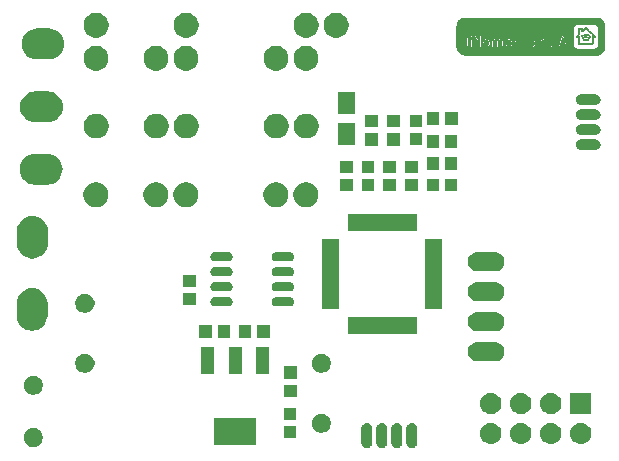
<source format=gbr>
%TF.GenerationSoftware,KiCad,Pcbnew,(5.0.2)-1*%
%TF.CreationDate,2020-06-03T15:28:38+08:00*%
%TF.ProjectId,MixRelays,4d697852-656c-4617-9973-2e6b69636164,rev?*%
%TF.SameCoordinates,Original*%
%TF.FileFunction,Soldermask,Bot*%
%TF.FilePolarity,Negative*%
%FSLAX46Y46*%
G04 Gerber Fmt 4.6, Leading zero omitted, Abs format (unit mm)*
G04 Created by KiCad (PCBNEW (5.0.2)-1) date 2020-06-03 15:28:38*
%MOMM*%
%LPD*%
G01*
G04 APERTURE LIST*
%ADD10C,0.010000*%
%ADD11C,0.350000*%
G04 APERTURE END LIST*
D10*
G36*
X160493356Y-102780641D02*
X160419036Y-102791424D01*
X160352356Y-102812601D01*
X160284752Y-102846555D01*
X160241782Y-102873017D01*
X160194623Y-102906911D01*
X160169755Y-102933577D01*
X160164780Y-102948861D01*
X160171266Y-102973699D01*
X160191401Y-102979621D01*
X160226206Y-102966524D01*
X160271263Y-102938147D01*
X160365801Y-102886863D01*
X160469898Y-102856503D01*
X160578891Y-102846949D01*
X160688114Y-102858082D01*
X160792903Y-102889782D01*
X160888593Y-102941932D01*
X160905570Y-102954302D01*
X160932962Y-102974140D01*
X160950742Y-102985055D01*
X160953379Y-102985837D01*
X160968286Y-102980824D01*
X160974405Y-102978429D01*
X160990222Y-102962890D01*
X160985081Y-102939647D01*
X160961395Y-102910952D01*
X160921571Y-102879061D01*
X160868020Y-102846227D01*
X160803152Y-102814706D01*
X160796283Y-102811775D01*
X160755070Y-102795936D01*
X160717029Y-102785934D01*
X160673946Y-102780458D01*
X160617605Y-102778198D01*
X160583880Y-102777871D01*
X160493356Y-102780641D01*
X160493356Y-102780641D01*
G37*
X160493356Y-102780641D02*
X160419036Y-102791424D01*
X160352356Y-102812601D01*
X160284752Y-102846555D01*
X160241782Y-102873017D01*
X160194623Y-102906911D01*
X160169755Y-102933577D01*
X160164780Y-102948861D01*
X160171266Y-102973699D01*
X160191401Y-102979621D01*
X160226206Y-102966524D01*
X160271263Y-102938147D01*
X160365801Y-102886863D01*
X160469898Y-102856503D01*
X160578891Y-102846949D01*
X160688114Y-102858082D01*
X160792903Y-102889782D01*
X160888593Y-102941932D01*
X160905570Y-102954302D01*
X160932962Y-102974140D01*
X160950742Y-102985055D01*
X160953379Y-102985837D01*
X160968286Y-102980824D01*
X160974405Y-102978429D01*
X160990222Y-102962890D01*
X160985081Y-102939647D01*
X160961395Y-102910952D01*
X160921571Y-102879061D01*
X160868020Y-102846227D01*
X160803152Y-102814706D01*
X160796283Y-102811775D01*
X160755070Y-102795936D01*
X160717029Y-102785934D01*
X160673946Y-102780458D01*
X160617605Y-102778198D01*
X160583880Y-102777871D01*
X160493356Y-102780641D01*
G36*
X160508632Y-102971682D02*
X160497924Y-102973450D01*
X160444300Y-102986936D01*
X160390096Y-103006802D01*
X160341216Y-103030130D01*
X160303560Y-103054002D01*
X160283031Y-103075499D01*
X160281170Y-103080621D01*
X160281210Y-103106970D01*
X160295703Y-103117767D01*
X160326476Y-103113114D01*
X160375352Y-103093112D01*
X160388770Y-103086636D01*
X160437645Y-103064165D01*
X160477609Y-103051275D01*
X160520000Y-103045403D01*
X160576155Y-103043990D01*
X160577530Y-103043990D01*
X160634342Y-103045369D01*
X160677040Y-103051167D01*
X160716834Y-103063871D01*
X160763506Y-103085265D01*
X160810809Y-103108253D01*
X160840314Y-103120940D01*
X160856960Y-103124343D01*
X160865687Y-103119480D01*
X160871388Y-103107490D01*
X160874877Y-103083587D01*
X160862808Y-103062448D01*
X160831927Y-103040305D01*
X160797977Y-103022485D01*
X160701653Y-102986244D01*
X160602669Y-102968896D01*
X160508632Y-102971682D01*
X160508632Y-102971682D01*
G37*
X160508632Y-102971682D02*
X160497924Y-102973450D01*
X160444300Y-102986936D01*
X160390096Y-103006802D01*
X160341216Y-103030130D01*
X160303560Y-103054002D01*
X160283031Y-103075499D01*
X160281170Y-103080621D01*
X160281210Y-103106970D01*
X160295703Y-103117767D01*
X160326476Y-103113114D01*
X160375352Y-103093112D01*
X160388770Y-103086636D01*
X160437645Y-103064165D01*
X160477609Y-103051275D01*
X160520000Y-103045403D01*
X160576155Y-103043990D01*
X160577530Y-103043990D01*
X160634342Y-103045369D01*
X160677040Y-103051167D01*
X160716834Y-103063871D01*
X160763506Y-103085265D01*
X160810809Y-103108253D01*
X160840314Y-103120940D01*
X160856960Y-103124343D01*
X160865687Y-103119480D01*
X160871388Y-103107490D01*
X160874877Y-103083587D01*
X160862808Y-103062448D01*
X160831927Y-103040305D01*
X160797977Y-103022485D01*
X160701653Y-102986244D01*
X160602669Y-102968896D01*
X160508632Y-102971682D01*
G36*
X160544848Y-103168756D02*
X160490122Y-103179620D01*
X160442943Y-103196993D01*
X160408929Y-103218101D01*
X160393699Y-103240166D01*
X160393380Y-103243590D01*
X160401937Y-103267626D01*
X160427775Y-103273433D01*
X160471148Y-103261062D01*
X160473019Y-103260288D01*
X160528358Y-103245543D01*
X160590152Y-103241799D01*
X160647386Y-103249073D01*
X160677407Y-103259968D01*
X160718537Y-103276506D01*
X160744900Y-103274533D01*
X160757847Y-103257911D01*
X160755386Y-103233309D01*
X160732571Y-103209855D01*
X160694432Y-103189654D01*
X160645997Y-103174810D01*
X160592295Y-103167428D01*
X160544848Y-103168756D01*
X160544848Y-103168756D01*
G37*
X160544848Y-103168756D02*
X160490122Y-103179620D01*
X160442943Y-103196993D01*
X160408929Y-103218101D01*
X160393699Y-103240166D01*
X160393380Y-103243590D01*
X160401937Y-103267626D01*
X160427775Y-103273433D01*
X160471148Y-103261062D01*
X160473019Y-103260288D01*
X160528358Y-103245543D01*
X160590152Y-103241799D01*
X160647386Y-103249073D01*
X160677407Y-103259968D01*
X160718537Y-103276506D01*
X160744900Y-103274533D01*
X160757847Y-103257911D01*
X160755386Y-103233309D01*
X160732571Y-103209855D01*
X160694432Y-103189654D01*
X160645997Y-103174810D01*
X160592295Y-103167428D01*
X160544848Y-103168756D01*
G36*
X158016909Y-102208613D02*
X157975850Y-102232369D01*
X157942836Y-102271916D01*
X157922010Y-102326009D01*
X157916880Y-102375157D01*
X157924848Y-102442477D01*
X157950393Y-102495598D01*
X157975756Y-102523776D01*
X158018854Y-102548408D01*
X158068799Y-102554389D01*
X158115896Y-102541165D01*
X158129108Y-102532532D01*
X158165479Y-102489254D01*
X158187588Y-102431798D01*
X158193780Y-102368040D01*
X158182399Y-102305852D01*
X158178769Y-102296414D01*
X158146945Y-102244550D01*
X158106599Y-102213458D01*
X158061873Y-102201895D01*
X158016909Y-102208613D01*
X158016909Y-102208613D01*
G37*
X158016909Y-102208613D02*
X157975850Y-102232369D01*
X157942836Y-102271916D01*
X157922010Y-102326009D01*
X157916880Y-102375157D01*
X157924848Y-102442477D01*
X157950393Y-102495598D01*
X157975756Y-102523776D01*
X158018854Y-102548408D01*
X158068799Y-102554389D01*
X158115896Y-102541165D01*
X158129108Y-102532532D01*
X158165479Y-102489254D01*
X158187588Y-102431798D01*
X158193780Y-102368040D01*
X158182399Y-102305852D01*
X158178769Y-102296414D01*
X158146945Y-102244550D01*
X158106599Y-102213458D01*
X158061873Y-102201895D01*
X158016909Y-102208613D01*
G36*
X158604274Y-103022593D02*
X158602680Y-103032284D01*
X158598867Y-103050739D01*
X158588335Y-103088681D01*
X158572451Y-103141517D01*
X158552580Y-103204654D01*
X158539180Y-103245965D01*
X158517679Y-103312041D01*
X158499292Y-103369514D01*
X158485361Y-103414116D01*
X158477226Y-103441579D01*
X158475680Y-103448171D01*
X158487525Y-103451614D01*
X158519641Y-103454397D01*
X158566904Y-103456204D01*
X158615380Y-103456740D01*
X158671517Y-103456013D01*
X158716885Y-103454043D01*
X158746356Y-103451144D01*
X158755080Y-103448171D01*
X158751311Y-103433775D01*
X158740896Y-103399535D01*
X158725177Y-103349721D01*
X158705493Y-103288599D01*
X158691580Y-103245965D01*
X158669957Y-103178823D01*
X158651495Y-103119199D01*
X158637558Y-103071688D01*
X158629513Y-103040881D01*
X158628080Y-103032284D01*
X158621521Y-103014755D01*
X158615380Y-103012240D01*
X158604274Y-103022593D01*
X158604274Y-103022593D01*
G37*
X158604274Y-103022593D02*
X158602680Y-103032284D01*
X158598867Y-103050739D01*
X158588335Y-103088681D01*
X158572451Y-103141517D01*
X158552580Y-103204654D01*
X158539180Y-103245965D01*
X158517679Y-103312041D01*
X158499292Y-103369514D01*
X158485361Y-103414116D01*
X158477226Y-103441579D01*
X158475680Y-103448171D01*
X158487525Y-103451614D01*
X158519641Y-103454397D01*
X158566904Y-103456204D01*
X158615380Y-103456740D01*
X158671517Y-103456013D01*
X158716885Y-103454043D01*
X158746356Y-103451144D01*
X158755080Y-103448171D01*
X158751311Y-103433775D01*
X158740896Y-103399535D01*
X158725177Y-103349721D01*
X158705493Y-103288599D01*
X158691580Y-103245965D01*
X158669957Y-103178823D01*
X158651495Y-103119199D01*
X158637558Y-103071688D01*
X158629513Y-103040881D01*
X158628080Y-103032284D01*
X158621521Y-103014755D01*
X158615380Y-103012240D01*
X158604274Y-103022593D01*
G36*
X152077388Y-103244035D02*
X152070860Y-103246935D01*
X152031107Y-103277608D01*
X151998065Y-103324197D01*
X151977398Y-103377240D01*
X151973280Y-103409949D01*
X151973280Y-103444040D01*
X152157430Y-103444040D01*
X152229137Y-103443923D01*
X152279289Y-103443174D01*
X152311734Y-103441195D01*
X152330317Y-103437390D01*
X152338886Y-103431160D01*
X152341286Y-103421908D01*
X152341372Y-103415465D01*
X152332714Y-103379103D01*
X152310916Y-103335133D01*
X152281596Y-103293075D01*
X152251581Y-103263328D01*
X152198097Y-103238135D01*
X152136578Y-103231390D01*
X152077388Y-103244035D01*
X152077388Y-103244035D01*
G37*
X152077388Y-103244035D02*
X152070860Y-103246935D01*
X152031107Y-103277608D01*
X151998065Y-103324197D01*
X151977398Y-103377240D01*
X151973280Y-103409949D01*
X151973280Y-103444040D01*
X152157430Y-103444040D01*
X152229137Y-103443923D01*
X152279289Y-103443174D01*
X152311734Y-103441195D01*
X152330317Y-103437390D01*
X152338886Y-103431160D01*
X152341286Y-103421908D01*
X152341372Y-103415465D01*
X152332714Y-103379103D01*
X152310916Y-103335133D01*
X152281596Y-103293075D01*
X152251581Y-103263328D01*
X152198097Y-103238135D01*
X152136578Y-103231390D01*
X152077388Y-103244035D01*
G36*
X154020646Y-103240588D02*
X153965189Y-103261241D01*
X153916975Y-103300172D01*
X153880065Y-103357544D01*
X153868130Y-103389739D01*
X153856269Y-103452347D01*
X153853510Y-103523043D01*
X153859526Y-103591565D01*
X153873989Y-103647649D01*
X153876566Y-103653698D01*
X153897833Y-103689058D01*
X153928099Y-103726122D01*
X153961322Y-103758797D01*
X153991460Y-103780993D01*
X154008897Y-103787113D01*
X154033739Y-103790019D01*
X154049730Y-103793219D01*
X154077485Y-103792819D01*
X154115172Y-103784496D01*
X154125930Y-103780950D01*
X154184137Y-103747063D01*
X154231351Y-103692850D01*
X154264267Y-103622194D01*
X154266062Y-103616359D01*
X154281048Y-103550904D01*
X154282605Y-103492166D01*
X154270635Y-103427912D01*
X154264394Y-103405738D01*
X154233656Y-103337466D01*
X154189850Y-103286651D01*
X154137038Y-103253456D01*
X154079283Y-103238048D01*
X154020646Y-103240588D01*
X154020646Y-103240588D01*
G37*
X154020646Y-103240588D02*
X153965189Y-103261241D01*
X153916975Y-103300172D01*
X153880065Y-103357544D01*
X153868130Y-103389739D01*
X153856269Y-103452347D01*
X153853510Y-103523043D01*
X153859526Y-103591565D01*
X153873989Y-103647649D01*
X153876566Y-103653698D01*
X153897833Y-103689058D01*
X153928099Y-103726122D01*
X153961322Y-103758797D01*
X153991460Y-103780993D01*
X154008897Y-103787113D01*
X154033739Y-103790019D01*
X154049730Y-103793219D01*
X154077485Y-103792819D01*
X154115172Y-103784496D01*
X154125930Y-103780950D01*
X154184137Y-103747063D01*
X154231351Y-103692850D01*
X154264267Y-103622194D01*
X154266062Y-103616359D01*
X154281048Y-103550904D01*
X154282605Y-103492166D01*
X154270635Y-103427912D01*
X154264394Y-103405738D01*
X154233656Y-103337466D01*
X154189850Y-103286651D01*
X154137038Y-103253456D01*
X154079283Y-103238048D01*
X154020646Y-103240588D01*
G36*
X155983502Y-103233180D02*
X155923594Y-103255260D01*
X155879768Y-103295248D01*
X155850544Y-103354834D01*
X155840106Y-103396853D01*
X155831254Y-103444040D01*
X156215564Y-103444040D01*
X156207190Y-103409115D01*
X156178916Y-103336651D01*
X156131354Y-103279026D01*
X156125658Y-103274099D01*
X156073054Y-103240339D01*
X156019690Y-103229388D01*
X155983502Y-103233180D01*
X155983502Y-103233180D01*
G37*
X155983502Y-103233180D02*
X155923594Y-103255260D01*
X155879768Y-103295248D01*
X155850544Y-103354834D01*
X155840106Y-103396853D01*
X155831254Y-103444040D01*
X156215564Y-103444040D01*
X156207190Y-103409115D01*
X156178916Y-103336651D01*
X156131354Y-103279026D01*
X156125658Y-103274099D01*
X156073054Y-103240339D01*
X156019690Y-103229388D01*
X155983502Y-103233180D01*
G36*
X160565723Y-102184178D02*
X160537877Y-102206500D01*
X160499889Y-102240640D01*
X160455493Y-102283357D01*
X160444431Y-102294393D01*
X160399514Y-102338871D01*
X160360814Y-102375987D01*
X160331893Y-102402413D01*
X160316315Y-102414818D01*
X160314952Y-102415339D01*
X160308926Y-102403945D01*
X160303794Y-102374958D01*
X160302001Y-102355015D01*
X160298130Y-102294690D01*
X159980630Y-102294690D01*
X159977164Y-102523290D01*
X159973697Y-102751890D01*
X159871390Y-102854759D01*
X159827517Y-102899383D01*
X159799446Y-102929969D01*
X159784769Y-102950182D01*
X159781076Y-102963690D01*
X159785959Y-102974159D01*
X159790039Y-102978584D01*
X159813259Y-102991753D01*
X159852698Y-102998314D01*
X159892408Y-102999540D01*
X159973821Y-102999540D01*
X159977226Y-103301165D01*
X159980630Y-103602790D01*
X160572949Y-103606089D01*
X160711932Y-103606796D01*
X160827647Y-103607189D01*
X160922226Y-103607209D01*
X160997799Y-103606796D01*
X161056497Y-103605890D01*
X161100452Y-103604430D01*
X161131794Y-103602357D01*
X161152654Y-103599610D01*
X161165164Y-103596130D01*
X161171455Y-103591856D01*
X161173024Y-103589175D01*
X161175274Y-103571021D01*
X161177268Y-103531406D01*
X161178905Y-103474269D01*
X161180085Y-103403549D01*
X161180708Y-103323184D01*
X161180780Y-103284251D01*
X161180780Y-102999540D01*
X161255942Y-102999540D01*
X161312621Y-102997761D01*
X161348079Y-102991546D01*
X161366301Y-102979572D01*
X161371280Y-102961308D01*
X161362504Y-102948608D01*
X161337689Y-102920556D01*
X161328763Y-102911034D01*
X161231580Y-102911034D01*
X161220184Y-102918130D01*
X161191193Y-102923923D01*
X161171255Y-102925819D01*
X161110930Y-102929690D01*
X161107526Y-103231315D01*
X161104121Y-103532940D01*
X160050480Y-103532940D01*
X160050480Y-103248228D01*
X160050148Y-103164772D01*
X160049216Y-103089165D01*
X160047785Y-103025345D01*
X160045953Y-102977249D01*
X160043821Y-102948812D01*
X160042772Y-102943428D01*
X160026758Y-102929172D01*
X159990848Y-102923536D01*
X159979272Y-102923340D01*
X159945653Y-102921653D01*
X159925781Y-102917395D01*
X159923480Y-102915042D01*
X159931597Y-102902413D01*
X159952995Y-102876834D01*
X159983248Y-102843562D01*
X159986980Y-102839602D01*
X160050480Y-102772460D01*
X160050480Y-102364540D01*
X160228280Y-102364540D01*
X160228280Y-102446458D01*
X160229517Y-102493337D01*
X160234669Y-102524823D01*
X160245905Y-102540502D01*
X160265390Y-102539960D01*
X160295291Y-102522782D01*
X160337773Y-102488552D01*
X160395004Y-102436856D01*
X160425101Y-102408766D01*
X160578494Y-102264853D01*
X160905037Y-102582487D01*
X160980237Y-102655928D01*
X161049329Y-102723972D01*
X161110267Y-102784558D01*
X161161005Y-102835627D01*
X161199496Y-102875122D01*
X161223695Y-102900982D01*
X161231580Y-102911034D01*
X161328763Y-102911034D01*
X161299109Y-102879404D01*
X161249035Y-102827405D01*
X161189741Y-102766811D01*
X161123500Y-102699873D01*
X161052583Y-102628843D01*
X160979263Y-102555974D01*
X160905813Y-102483516D01*
X160834506Y-102413723D01*
X160767614Y-102348845D01*
X160707409Y-102291136D01*
X160656165Y-102242847D01*
X160616154Y-102206229D01*
X160589648Y-102183535D01*
X160579694Y-102176918D01*
X160565723Y-102184178D01*
X160565723Y-102184178D01*
G37*
X160565723Y-102184178D02*
X160537877Y-102206500D01*
X160499889Y-102240640D01*
X160455493Y-102283357D01*
X160444431Y-102294393D01*
X160399514Y-102338871D01*
X160360814Y-102375987D01*
X160331893Y-102402413D01*
X160316315Y-102414818D01*
X160314952Y-102415339D01*
X160308926Y-102403945D01*
X160303794Y-102374958D01*
X160302001Y-102355015D01*
X160298130Y-102294690D01*
X159980630Y-102294690D01*
X159977164Y-102523290D01*
X159973697Y-102751890D01*
X159871390Y-102854759D01*
X159827517Y-102899383D01*
X159799446Y-102929969D01*
X159784769Y-102950182D01*
X159781076Y-102963690D01*
X159785959Y-102974159D01*
X159790039Y-102978584D01*
X159813259Y-102991753D01*
X159852698Y-102998314D01*
X159892408Y-102999540D01*
X159973821Y-102999540D01*
X159977226Y-103301165D01*
X159980630Y-103602790D01*
X160572949Y-103606089D01*
X160711932Y-103606796D01*
X160827647Y-103607189D01*
X160922226Y-103607209D01*
X160997799Y-103606796D01*
X161056497Y-103605890D01*
X161100452Y-103604430D01*
X161131794Y-103602357D01*
X161152654Y-103599610D01*
X161165164Y-103596130D01*
X161171455Y-103591856D01*
X161173024Y-103589175D01*
X161175274Y-103571021D01*
X161177268Y-103531406D01*
X161178905Y-103474269D01*
X161180085Y-103403549D01*
X161180708Y-103323184D01*
X161180780Y-103284251D01*
X161180780Y-102999540D01*
X161255942Y-102999540D01*
X161312621Y-102997761D01*
X161348079Y-102991546D01*
X161366301Y-102979572D01*
X161371280Y-102961308D01*
X161362504Y-102948608D01*
X161337689Y-102920556D01*
X161328763Y-102911034D01*
X161231580Y-102911034D01*
X161220184Y-102918130D01*
X161191193Y-102923923D01*
X161171255Y-102925819D01*
X161110930Y-102929690D01*
X161107526Y-103231315D01*
X161104121Y-103532940D01*
X160050480Y-103532940D01*
X160050480Y-103248228D01*
X160050148Y-103164772D01*
X160049216Y-103089165D01*
X160047785Y-103025345D01*
X160045953Y-102977249D01*
X160043821Y-102948812D01*
X160042772Y-102943428D01*
X160026758Y-102929172D01*
X159990848Y-102923536D01*
X159979272Y-102923340D01*
X159945653Y-102921653D01*
X159925781Y-102917395D01*
X159923480Y-102915042D01*
X159931597Y-102902413D01*
X159952995Y-102876834D01*
X159983248Y-102843562D01*
X159986980Y-102839602D01*
X160050480Y-102772460D01*
X160050480Y-102364540D01*
X160228280Y-102364540D01*
X160228280Y-102446458D01*
X160229517Y-102493337D01*
X160234669Y-102524823D01*
X160245905Y-102540502D01*
X160265390Y-102539960D01*
X160295291Y-102522782D01*
X160337773Y-102488552D01*
X160395004Y-102436856D01*
X160425101Y-102408766D01*
X160578494Y-102264853D01*
X160905037Y-102582487D01*
X160980237Y-102655928D01*
X161049329Y-102723972D01*
X161110267Y-102784558D01*
X161161005Y-102835627D01*
X161199496Y-102875122D01*
X161223695Y-102900982D01*
X161231580Y-102911034D01*
X161328763Y-102911034D01*
X161299109Y-102879404D01*
X161249035Y-102827405D01*
X161189741Y-102766811D01*
X161123500Y-102699873D01*
X161052583Y-102628843D01*
X160979263Y-102555974D01*
X160905813Y-102483516D01*
X160834506Y-102413723D01*
X160767614Y-102348845D01*
X160707409Y-102291136D01*
X160656165Y-102242847D01*
X160616154Y-102206229D01*
X160589648Y-102183535D01*
X160579694Y-102176918D01*
X160565723Y-102184178D01*
G36*
X157020367Y-103243761D02*
X156952701Y-103257280D01*
X156901077Y-103286691D01*
X156864418Y-103333567D01*
X156841648Y-103399478D01*
X156831689Y-103485998D01*
X156831030Y-103520240D01*
X156831836Y-103579774D01*
X156835107Y-103621079D01*
X156842124Y-103651299D01*
X156854170Y-103677577D01*
X156861450Y-103689823D01*
X156906753Y-103744197D01*
X156962372Y-103775958D01*
X157031456Y-103786863D01*
X157035527Y-103786892D01*
X157093438Y-103780724D01*
X157139439Y-103760205D01*
X157142187Y-103758365D01*
X157179772Y-103727084D01*
X157205617Y-103690034D01*
X157221549Y-103642165D01*
X157229396Y-103578430D01*
X157231080Y-103512791D01*
X157230405Y-103451745D01*
X157227654Y-103409643D01*
X157221744Y-103380048D01*
X157211590Y-103356524D01*
X157202203Y-103341445D01*
X157152909Y-103284944D01*
X157096699Y-103252444D01*
X157032044Y-103243122D01*
X157020367Y-103243761D01*
X157020367Y-103243761D01*
G37*
X157020367Y-103243761D02*
X156952701Y-103257280D01*
X156901077Y-103286691D01*
X156864418Y-103333567D01*
X156841648Y-103399478D01*
X156831689Y-103485998D01*
X156831030Y-103520240D01*
X156831836Y-103579774D01*
X156835107Y-103621079D01*
X156842124Y-103651299D01*
X156854170Y-103677577D01*
X156861450Y-103689823D01*
X156906753Y-103744197D01*
X156962372Y-103775958D01*
X157031456Y-103786863D01*
X157035527Y-103786892D01*
X157093438Y-103780724D01*
X157139439Y-103760205D01*
X157142187Y-103758365D01*
X157179772Y-103727084D01*
X157205617Y-103690034D01*
X157221549Y-103642165D01*
X157229396Y-103578430D01*
X157231080Y-103512791D01*
X157230405Y-103451745D01*
X157227654Y-103409643D01*
X157221744Y-103380048D01*
X157211590Y-103356524D01*
X157202203Y-103341445D01*
X157152909Y-103284944D01*
X157096699Y-103252444D01*
X157032044Y-103243122D01*
X157020367Y-103243761D01*
G36*
X157714424Y-103258986D02*
X157661324Y-103293523D01*
X157620896Y-103343969D01*
X157616821Y-103351714D01*
X157600970Y-103401829D01*
X157592687Y-103467032D01*
X157591897Y-103538301D01*
X157598527Y-103606614D01*
X157612499Y-103662950D01*
X157619535Y-103678990D01*
X157661487Y-103736789D01*
X157715884Y-103772506D01*
X157783552Y-103786645D01*
X157796230Y-103786940D01*
X157853458Y-103781218D01*
X157898447Y-103762129D01*
X157904187Y-103758365D01*
X157941772Y-103727084D01*
X157967617Y-103690034D01*
X157983549Y-103642165D01*
X157991396Y-103578430D01*
X157993080Y-103512791D01*
X157990533Y-103436777D01*
X157981280Y-103380004D01*
X157962902Y-103336677D01*
X157932981Y-103301000D01*
X157891178Y-103268585D01*
X157835209Y-103244743D01*
X157774338Y-103242135D01*
X157714424Y-103258986D01*
X157714424Y-103258986D01*
G37*
X157714424Y-103258986D02*
X157661324Y-103293523D01*
X157620896Y-103343969D01*
X157616821Y-103351714D01*
X157600970Y-103401829D01*
X157592687Y-103467032D01*
X157591897Y-103538301D01*
X157598527Y-103606614D01*
X157612499Y-103662950D01*
X157619535Y-103678990D01*
X157661487Y-103736789D01*
X157715884Y-103772506D01*
X157783552Y-103786645D01*
X157796230Y-103786940D01*
X157853458Y-103781218D01*
X157898447Y-103762129D01*
X157904187Y-103758365D01*
X157941772Y-103727084D01*
X157967617Y-103690034D01*
X157983549Y-103642165D01*
X157991396Y-103578430D01*
X157993080Y-103512791D01*
X157990533Y-103436777D01*
X157981280Y-103380004D01*
X157962902Y-103336677D01*
X157932981Y-103301000D01*
X157891178Y-103268585D01*
X157835209Y-103244743D01*
X157774338Y-103242135D01*
X157714424Y-103258986D01*
G36*
X157493284Y-101386995D02*
X157103250Y-101387023D01*
X156689746Y-101387052D01*
X156252075Y-101387074D01*
X155903930Y-101387081D01*
X155448049Y-101387073D01*
X155016866Y-101387054D01*
X154609679Y-101387034D01*
X154225788Y-101387019D01*
X153864490Y-101387019D01*
X153525084Y-101387041D01*
X153206867Y-101387093D01*
X152909139Y-101387184D01*
X152631198Y-101387322D01*
X152372342Y-101387515D01*
X152131869Y-101387771D01*
X151909078Y-101388098D01*
X151703267Y-101388504D01*
X151513734Y-101388999D01*
X151339778Y-101389589D01*
X151180697Y-101390283D01*
X151035790Y-101391089D01*
X150904354Y-101392015D01*
X150785689Y-101393070D01*
X150679092Y-101394261D01*
X150583862Y-101395597D01*
X150499296Y-101397086D01*
X150424695Y-101398736D01*
X150359355Y-101400555D01*
X150302575Y-101402552D01*
X150253654Y-101404735D01*
X150211890Y-101407111D01*
X150176580Y-101409689D01*
X150147024Y-101412477D01*
X150122521Y-101415483D01*
X150102367Y-101418716D01*
X150085862Y-101422183D01*
X150072303Y-101425893D01*
X150060990Y-101429854D01*
X150051221Y-101434074D01*
X150042293Y-101438562D01*
X150033505Y-101443324D01*
X150024156Y-101448371D01*
X150013544Y-101453709D01*
X150009351Y-101455670D01*
X149939705Y-101497183D01*
X149868830Y-101556094D01*
X149803476Y-101625689D01*
X149750392Y-101699250D01*
X149732780Y-101730904D01*
X149719151Y-101758614D01*
X149707227Y-101784912D01*
X149696894Y-101811620D01*
X149688040Y-101840558D01*
X149680551Y-101873548D01*
X149674314Y-101912409D01*
X149669215Y-101958963D01*
X149665142Y-102015030D01*
X149661981Y-102082430D01*
X149659619Y-102162985D01*
X149657943Y-102258516D01*
X149656839Y-102370842D01*
X149656195Y-102501785D01*
X149655897Y-102653165D01*
X149655832Y-102826803D01*
X149655867Y-102967790D01*
X149655972Y-103149346D01*
X149656177Y-103307328D01*
X149656520Y-103443560D01*
X149657042Y-103559868D01*
X149657779Y-103658076D01*
X149658771Y-103740010D01*
X149660055Y-103807495D01*
X149661672Y-103862355D01*
X149663659Y-103906417D01*
X149666054Y-103941505D01*
X149668897Y-103969444D01*
X149672226Y-103992059D01*
X149676080Y-104011176D01*
X149678097Y-104019524D01*
X149714962Y-104132335D01*
X149765410Y-104228148D01*
X149832886Y-104313252D01*
X149846916Y-104327729D01*
X149924131Y-104394382D01*
X150009987Y-104445888D01*
X150111682Y-104486368D01*
X150138130Y-104494571D01*
X150145039Y-104496385D01*
X150153665Y-104498100D01*
X150164712Y-104499719D01*
X150178885Y-104501245D01*
X150196889Y-104502682D01*
X150219428Y-104504031D01*
X150247207Y-104505296D01*
X150280929Y-104506481D01*
X150321300Y-104507587D01*
X150369023Y-104508619D01*
X150424804Y-104509578D01*
X150489346Y-104510468D01*
X150563354Y-104511293D01*
X150647532Y-104512054D01*
X150742586Y-104512755D01*
X150849218Y-104513399D01*
X150968135Y-104513989D01*
X151100039Y-104514528D01*
X151245636Y-104515019D01*
X151405630Y-104515464D01*
X151580726Y-104515867D01*
X151771627Y-104516232D01*
X151979039Y-104516560D01*
X152203666Y-104516854D01*
X152446211Y-104517119D01*
X152707381Y-104517356D01*
X152987878Y-104517569D01*
X153288408Y-104517761D01*
X153609675Y-104517935D01*
X153952383Y-104518093D01*
X154317236Y-104518239D01*
X154704940Y-104518376D01*
X155116199Y-104518506D01*
X155551717Y-104518633D01*
X155834080Y-104518711D01*
X156211491Y-104518792D01*
X156582870Y-104518827D01*
X156947389Y-104518817D01*
X157304220Y-104518764D01*
X157652534Y-104518669D01*
X157991505Y-104518533D01*
X158320305Y-104518358D01*
X158638104Y-104518145D01*
X158944075Y-104517894D01*
X159237391Y-104517607D01*
X159517223Y-104517286D01*
X159782743Y-104516931D01*
X160033123Y-104516544D01*
X160267535Y-104516126D01*
X160485152Y-104515678D01*
X160685145Y-104515202D01*
X160866686Y-104514698D01*
X161028948Y-104514168D01*
X161171102Y-104513613D01*
X161292320Y-104513035D01*
X161391775Y-104512434D01*
X161468638Y-104511812D01*
X161522082Y-104511170D01*
X161551278Y-104510510D01*
X161555926Y-104510246D01*
X161688952Y-104486109D01*
X161807521Y-104441675D01*
X161910608Y-104377801D01*
X161997187Y-104295341D01*
X162066231Y-104195151D01*
X162116714Y-104078086D01*
X162130262Y-104031528D01*
X162134342Y-104013941D01*
X162137890Y-103993885D01*
X162140944Y-103969568D01*
X162143540Y-103939199D01*
X162145714Y-103900985D01*
X162147503Y-103853134D01*
X162148943Y-103793856D01*
X162150071Y-103721358D01*
X162150923Y-103633848D01*
X162151536Y-103529535D01*
X162151947Y-103406626D01*
X162152192Y-103263331D01*
X162152307Y-103097857D01*
X162152328Y-102957598D01*
X161650925Y-102957598D01*
X161650647Y-103076882D01*
X161649952Y-103193322D01*
X161648845Y-103303804D01*
X161647327Y-103405214D01*
X161645402Y-103494437D01*
X161643074Y-103568360D01*
X161640344Y-103623869D01*
X161637218Y-103657849D01*
X161636401Y-103662489D01*
X161602122Y-103768058D01*
X161548120Y-103858511D01*
X161475984Y-103932230D01*
X161387301Y-103987597D01*
X161283657Y-104022995D01*
X161282380Y-104023280D01*
X161252696Y-104026965D01*
X161200744Y-104030228D01*
X161129652Y-104033062D01*
X161042550Y-104035461D01*
X160942565Y-104037415D01*
X160832828Y-104038918D01*
X160716466Y-104039962D01*
X160596608Y-104040539D01*
X160476384Y-104040643D01*
X160358920Y-104040265D01*
X160247347Y-104039398D01*
X160144793Y-104038035D01*
X160054386Y-104036167D01*
X159979256Y-104033788D01*
X159922530Y-104030890D01*
X159887338Y-104027465D01*
X159882831Y-104026647D01*
X159780414Y-103993341D01*
X159689706Y-103940755D01*
X159614142Y-103871637D01*
X159609027Y-103864196D01*
X159009080Y-103864196D01*
X158997744Y-103871209D01*
X158969131Y-103875357D01*
X158953255Y-103875840D01*
X158897429Y-103875840D01*
X158842130Y-103713915D01*
X158786830Y-103551990D01*
X158443328Y-103544960D01*
X158394429Y-103694525D01*
X158374608Y-103753369D01*
X158356456Y-103804044D01*
X158341942Y-103841260D01*
X158333034Y-103859725D01*
X158332850Y-103859965D01*
X158314095Y-103869386D01*
X158282797Y-103874771D01*
X158249454Y-103875538D01*
X158224569Y-103871104D01*
X158218330Y-103866315D01*
X158221232Y-103852609D01*
X158231544Y-103817465D01*
X158248430Y-103763471D01*
X158271052Y-103693212D01*
X158298575Y-103609275D01*
X158330163Y-103514246D01*
X158364979Y-103410713D01*
X158379506Y-103367840D01*
X158452815Y-103151940D01*
X158120080Y-103151940D01*
X158120080Y-104155240D01*
X157993080Y-104155240D01*
X157993080Y-103789449D01*
X157955586Y-103824474D01*
X157896338Y-103863436D01*
X157826729Y-103883041D01*
X157752100Y-103883897D01*
X157677787Y-103866613D01*
X157609132Y-103831800D01*
X157551472Y-103780065D01*
X157549909Y-103778185D01*
X157508394Y-103710236D01*
X157480243Y-103627496D01*
X157466353Y-103537304D01*
X157467622Y-103447000D01*
X157484950Y-103363925D01*
X157495792Y-103336090D01*
X157542178Y-103255431D01*
X157598637Y-103197722D01*
X157666391Y-103162106D01*
X157723133Y-103151940D01*
X157358080Y-103151940D01*
X157358080Y-104155240D01*
X157231080Y-104155240D01*
X157231080Y-103789449D01*
X157193586Y-103824474D01*
X157134338Y-103863436D01*
X157064729Y-103883041D01*
X156990100Y-103883897D01*
X156961737Y-103877300D01*
X156570680Y-103877300D01*
X156462730Y-103869490D01*
X156462730Y-103488310D01*
X156325829Y-103488310D01*
X156323374Y-103583435D01*
X156302548Y-103671448D01*
X156265246Y-103748225D01*
X156213358Y-103809643D01*
X156162036Y-103845250D01*
X156095500Y-103868781D01*
X156014939Y-103880598D01*
X155929021Y-103880402D01*
X155846413Y-103867895D01*
X155810408Y-103857404D01*
X155779830Y-103843707D01*
X155768338Y-103827577D01*
X155768504Y-103810945D01*
X155777226Y-103779472D01*
X155795387Y-103766683D01*
X155828620Y-103769685D01*
X155842083Y-103773151D01*
X155898816Y-103783281D01*
X155963263Y-103786308D01*
X156025163Y-103782386D01*
X156074252Y-103771667D01*
X156079556Y-103769616D01*
X156129669Y-103736872D01*
X156172354Y-103687336D01*
X156200355Y-103629616D01*
X156201822Y-103624620D01*
X156210555Y-103593750D01*
X156215164Y-103571082D01*
X155247697Y-103571082D01*
X155247610Y-103661433D01*
X155247209Y-103738301D01*
X155246508Y-103798803D01*
X155245525Y-103840060D01*
X155244275Y-103859190D01*
X155244085Y-103859924D01*
X155228237Y-103870370D01*
X155195949Y-103875624D01*
X155187059Y-103875840D01*
X155136141Y-103875840D01*
X155132686Y-103637715D01*
X155129230Y-103399590D01*
X154659330Y-103399590D01*
X154655873Y-103638431D01*
X154652415Y-103877272D01*
X154598723Y-103873381D01*
X154545030Y-103869490D01*
X154545030Y-103471281D01*
X154396493Y-103471281D01*
X154396169Y-103550981D01*
X154379013Y-103650381D01*
X154342046Y-103734977D01*
X154286168Y-103803538D01*
X154212279Y-103854829D01*
X154157763Y-103877435D01*
X154111881Y-103884641D01*
X154052945Y-103883455D01*
X153991466Y-103874963D01*
X153937956Y-103860250D01*
X153921491Y-103853047D01*
X153881793Y-103827316D01*
X153840184Y-103792220D01*
X153823728Y-103775442D01*
X153783764Y-103726048D01*
X153757253Y-103678154D01*
X153741720Y-103624408D01*
X153734691Y-103557461D01*
X153733523Y-103507540D01*
X153734079Y-103447629D01*
X153737372Y-103405033D01*
X153744855Y-103371700D01*
X153757979Y-103339576D01*
X153767087Y-103321499D01*
X153818919Y-103246677D01*
X153881765Y-103193215D01*
X153591737Y-103193215D01*
X153591428Y-103215200D01*
X153590977Y-103258723D01*
X153590418Y-103319919D01*
X153589784Y-103394926D01*
X153589110Y-103479882D01*
X153588562Y-103552720D01*
X153586180Y-103877300D01*
X153478230Y-103869490D01*
X153471880Y-103615490D01*
X153469558Y-103528533D01*
X153467229Y-103463123D01*
X153464424Y-103415408D01*
X153460677Y-103381538D01*
X153455519Y-103357664D01*
X153448481Y-103339934D01*
X153439096Y-103324499D01*
X153435954Y-103320023D01*
X153391839Y-103274774D01*
X153340935Y-103248670D01*
X153288243Y-103241908D01*
X153238761Y-103254687D01*
X153197488Y-103287204D01*
X153182003Y-103309987D01*
X153174370Y-103328276D01*
X153168389Y-103354237D01*
X153163734Y-103391389D01*
X153160080Y-103443251D01*
X153157103Y-103513341D01*
X153154478Y-103605178D01*
X153154380Y-103609140D01*
X153148030Y-103869490D01*
X153040080Y-103877300D01*
X153040080Y-103634862D01*
X153039553Y-103539114D01*
X153037500Y-103464993D01*
X153033215Y-103408738D01*
X153025990Y-103366591D01*
X153015120Y-103334791D01*
X152999898Y-103309578D01*
X152979616Y-103287192D01*
X152973688Y-103281612D01*
X152925784Y-103252739D01*
X152871216Y-103243375D01*
X152817180Y-103252845D01*
X152770868Y-103280472D01*
X152751775Y-103302449D01*
X152743907Y-103317015D01*
X152737804Y-103336972D01*
X152733120Y-103365867D01*
X152729510Y-103407249D01*
X152726630Y-103464666D01*
X152724134Y-103541665D01*
X152722580Y-103602790D01*
X152716230Y-103869490D01*
X152608280Y-103877300D01*
X152608280Y-103606013D01*
X152608357Y-103533205D01*
X152464392Y-103533205D01*
X152461897Y-103575059D01*
X152438445Y-103672469D01*
X152396935Y-103752758D01*
X152338082Y-103815096D01*
X152262599Y-103858652D01*
X152201880Y-103877174D01*
X152155469Y-103881824D01*
X152094898Y-103880843D01*
X152055849Y-103877300D01*
X151706580Y-103877300D01*
X151598630Y-103869490D01*
X151595114Y-103673801D01*
X151591597Y-103478112D01*
X151547594Y-103429405D01*
X151503591Y-103380699D01*
X151338227Y-103628269D01*
X151172864Y-103875840D01*
X151109522Y-103875840D01*
X151073346Y-103873930D01*
X151050417Y-103869049D01*
X151046180Y-103865251D01*
X151053022Y-103852246D01*
X151072267Y-103821210D01*
X151101998Y-103775092D01*
X151140298Y-103716838D01*
X151167619Y-103675847D01*
X150955142Y-103675847D01*
X150954818Y-103747875D01*
X150954045Y-103804986D01*
X150952850Y-103843690D01*
X150951265Y-103860497D01*
X150951260Y-103860511D01*
X150933344Y-103872050D01*
X150892239Y-103873507D01*
X150890722Y-103873400D01*
X150836630Y-103869490D01*
X150836630Y-103158290D01*
X150950930Y-103158290D01*
X150954319Y-103501000D01*
X150954985Y-103592392D01*
X150955142Y-103675847D01*
X151167619Y-103675847D01*
X151185250Y-103649395D01*
X151225179Y-103590117D01*
X151274492Y-103516962D01*
X151319109Y-103450249D01*
X151357029Y-103393014D01*
X151386247Y-103348296D01*
X151404762Y-103319132D01*
X151410506Y-103309077D01*
X151404508Y-103294898D01*
X151384137Y-103264683D01*
X151351736Y-103221524D01*
X151309649Y-103168510D01*
X151295948Y-103151940D01*
X150715980Y-103151940D01*
X150715980Y-103253540D01*
X150614380Y-103253540D01*
X150613827Y-103466265D01*
X150612781Y-103567611D01*
X150609924Y-103647123D01*
X150604793Y-103708331D01*
X150596926Y-103754765D01*
X150585858Y-103789954D01*
X150571129Y-103817430D01*
X150567020Y-103823238D01*
X150524239Y-103860557D01*
X150465878Y-103881786D01*
X150397115Y-103885477D01*
X150361968Y-103880602D01*
X150335381Y-103872382D01*
X150324364Y-103856335D01*
X150322280Y-103826535D01*
X150322280Y-103780406D01*
X150376255Y-103784509D01*
X150413351Y-103784655D01*
X150442309Y-103777041D01*
X150464105Y-103759056D01*
X150479713Y-103728087D01*
X150490108Y-103681522D01*
X150496266Y-103616748D01*
X150499162Y-103531153D01*
X150499778Y-103453565D01*
X150500080Y-103253540D01*
X150309580Y-103253540D01*
X150309580Y-103151940D01*
X150500080Y-103151940D01*
X150500080Y-103075740D01*
X150501360Y-103030680D01*
X150508107Y-103007406D01*
X150524688Y-103002326D01*
X150555466Y-103011849D01*
X150570338Y-103017941D01*
X150597596Y-103031505D01*
X150610424Y-103048091D01*
X150614201Y-103077002D01*
X150614380Y-103094141D01*
X150614380Y-103151940D01*
X150715980Y-103151940D01*
X151295948Y-103151940D01*
X151260218Y-103108730D01*
X151244208Y-103089823D01*
X151192790Y-103029098D01*
X151147472Y-102974944D01*
X151123628Y-102946020D01*
X150969439Y-102946020D01*
X150961118Y-102984245D01*
X150948962Y-103001714D01*
X150915823Y-103021384D01*
X150876074Y-103021981D01*
X150840806Y-103003921D01*
X150820691Y-102971303D01*
X150819986Y-102934313D01*
X150835732Y-102900610D01*
X150864967Y-102877854D01*
X150891574Y-102872540D01*
X150931514Y-102883070D01*
X150958520Y-102909929D01*
X150969439Y-102946020D01*
X151123628Y-102946020D01*
X151110677Y-102930310D01*
X151084830Y-102898145D01*
X151072354Y-102881396D01*
X151071580Y-102879800D01*
X151083040Y-102875746D01*
X151112476Y-102873119D01*
X151138255Y-102872559D01*
X151204930Y-102872578D01*
X151585930Y-103343662D01*
X151598630Y-102878890D01*
X151652605Y-102874984D01*
X151706580Y-102871079D01*
X151706580Y-103877300D01*
X152055849Y-103877300D01*
X152030587Y-103875008D01*
X151972954Y-103865098D01*
X151947958Y-103858219D01*
X151918107Y-103845125D01*
X151906605Y-103828089D01*
X151906033Y-103807217D01*
X151909859Y-103778162D01*
X151920021Y-103764947D01*
X151942761Y-103764589D01*
X151978418Y-103772609D01*
X152073926Y-103787530D01*
X152158029Y-103782207D01*
X152229015Y-103757536D01*
X152285173Y-103714411D01*
X152324792Y-103653728D01*
X152345562Y-103580565D01*
X152352684Y-103532940D01*
X151858980Y-103532940D01*
X151858980Y-103461388D01*
X151865546Y-103378312D01*
X151887061Y-103310266D01*
X151926257Y-103250010D01*
X151947641Y-103226320D01*
X152009908Y-103174862D01*
X152075950Y-103146817D01*
X152149328Y-103141337D01*
X152233601Y-103157573D01*
X152234625Y-103157876D01*
X152291583Y-103184972D01*
X152348278Y-103229228D01*
X152396758Y-103283594D01*
X152421300Y-103323390D01*
X152443870Y-103385213D01*
X152458906Y-103459322D01*
X152464392Y-103533205D01*
X152608357Y-103533205D01*
X152608376Y-103516110D01*
X152608920Y-103447641D01*
X152610296Y-103396639D01*
X152612889Y-103359138D01*
X152617084Y-103331172D01*
X152623264Y-103308775D01*
X152631814Y-103287979D01*
X152640926Y-103269215D01*
X152681919Y-103207105D01*
X152733090Y-103167522D01*
X152797310Y-103148665D01*
X152836824Y-103146452D01*
X152915698Y-103157399D01*
X152982667Y-103190133D01*
X153027153Y-103229937D01*
X153061183Y-103267195D01*
X153117307Y-103211169D01*
X153178665Y-103165162D01*
X153244632Y-103143605D01*
X153313093Y-103146455D01*
X153381934Y-103173668D01*
X153441282Y-103217856D01*
X153497280Y-103269474D01*
X153497280Y-103150406D01*
X153544905Y-103154348D01*
X153576243Y-103159039D01*
X153589435Y-103170035D01*
X153591737Y-103193215D01*
X153881765Y-103193215D01*
X153883817Y-103191470D01*
X153958084Y-103156415D01*
X154038018Y-103142046D01*
X154119922Y-103148899D01*
X154200094Y-103177509D01*
X154274837Y-103228413D01*
X154292940Y-103245382D01*
X154347272Y-103312232D01*
X154381275Y-103386009D01*
X154396493Y-103471281D01*
X154545030Y-103471281D01*
X154545030Y-102878890D01*
X154599005Y-102874984D01*
X154652980Y-102871079D01*
X154652980Y-103291640D01*
X155135580Y-103291640D01*
X155135580Y-102871079D01*
X155189555Y-102874984D01*
X155243530Y-102878890D01*
X155246861Y-103361449D01*
X155247453Y-103470127D01*
X155247697Y-103571082D01*
X156215164Y-103571082D01*
X156215233Y-103570746D01*
X156212908Y-103554402D01*
X156200629Y-103543510D01*
X156175448Y-103536865D01*
X156134415Y-103533260D01*
X156074580Y-103531488D01*
X155992995Y-103530344D01*
X155970605Y-103530039D01*
X155726130Y-103526590D01*
X155722201Y-103472111D01*
X155726902Y-103385903D01*
X155751968Y-103308147D01*
X155794491Y-103241848D01*
X155851562Y-103190011D01*
X155920272Y-103155640D01*
X155997712Y-103141740D01*
X156040242Y-103143573D01*
X156124858Y-103165359D01*
X156196647Y-103208132D01*
X156254197Y-103270187D01*
X156296096Y-103349819D01*
X156320933Y-103445323D01*
X156325829Y-103488310D01*
X156462730Y-103488310D01*
X156462730Y-102828090D01*
X156516705Y-102824184D01*
X156570680Y-102820279D01*
X156570680Y-103877300D01*
X156961737Y-103877300D01*
X156915787Y-103866613D01*
X156847132Y-103831800D01*
X156789472Y-103780065D01*
X156787909Y-103778185D01*
X156745261Y-103708516D01*
X156716912Y-103624347D01*
X156703702Y-103532719D01*
X156706472Y-103440674D01*
X156726062Y-103355254D01*
X156734797Y-103333206D01*
X156772359Y-103269674D01*
X156823154Y-103213710D01*
X156880638Y-103171482D01*
X156927401Y-103151638D01*
X157002792Y-103142941D01*
X157079753Y-103154258D01*
X157151121Y-103183363D01*
X157209734Y-103228028D01*
X157223394Y-103243662D01*
X157256199Y-103285290D01*
X157256340Y-103218615D01*
X157256480Y-103151940D01*
X157358080Y-103151940D01*
X157723133Y-103151940D01*
X157746660Y-103147725D01*
X157764480Y-103147321D01*
X157851826Y-103157548D01*
X157924240Y-103188227D01*
X157982042Y-103239497D01*
X157985394Y-103243662D01*
X158018199Y-103285290D01*
X158018340Y-103218615D01*
X158018480Y-103151940D01*
X158120080Y-103151940D01*
X158452815Y-103151940D01*
X158545530Y-102878890D01*
X158612205Y-102875051D01*
X158649426Y-102873763D01*
X158673628Y-102874566D01*
X158678880Y-102876197D01*
X158682832Y-102888906D01*
X158694112Y-102923091D01*
X158711856Y-102976185D01*
X158735201Y-103045621D01*
X158763282Y-103128833D01*
X158795237Y-103223253D01*
X158830201Y-103326315D01*
X158843980Y-103366867D01*
X158879902Y-103472820D01*
X158913132Y-103571370D01*
X158942801Y-103659905D01*
X158968043Y-103735812D01*
X158987991Y-103796479D01*
X159001778Y-103839294D01*
X159008535Y-103861644D01*
X159009080Y-103864196D01*
X159609027Y-103864196D01*
X159557153Y-103788734D01*
X159540440Y-103752609D01*
X159510730Y-103678990D01*
X159510730Y-102243890D01*
X159544518Y-102171815D01*
X159602287Y-102077600D01*
X159678757Y-101999943D01*
X159704495Y-101983539D01*
X159006001Y-101983539D01*
X158929757Y-102288340D01*
X158853514Y-102593140D01*
X158817535Y-102593140D01*
X158798100Y-102591249D01*
X158784584Y-102582029D01*
X158773183Y-102560159D01*
X158760093Y-102520317D01*
X158756255Y-102507415D01*
X158743182Y-102461689D01*
X158725935Y-102399335D01*
X158706689Y-102328318D01*
X158687624Y-102256603D01*
X158686359Y-102251790D01*
X158665752Y-102174707D01*
X158650325Y-102120720D01*
X158639457Y-102088198D01*
X158632525Y-102075509D01*
X158628904Y-102081022D01*
X158627965Y-102098898D01*
X158625041Y-102120746D01*
X158616992Y-102162702D01*
X158604781Y-102220217D01*
X158589371Y-102288740D01*
X158573053Y-102358190D01*
X158518258Y-102586790D01*
X158443930Y-102594246D01*
X158389944Y-102400869D01*
X158258642Y-102400869D01*
X158245958Y-102468438D01*
X158217440Y-102527445D01*
X158174416Y-102572102D01*
X158158062Y-102582277D01*
X158099034Y-102601453D01*
X158032503Y-102603814D01*
X157970005Y-102589361D01*
X157954782Y-102582292D01*
X157903805Y-102541320D01*
X157870226Y-102482523D01*
X157854664Y-102407145D01*
X157853589Y-102379159D01*
X157853769Y-102377240D01*
X157751780Y-102377240D01*
X157751780Y-102593140D01*
X157720030Y-102593140D01*
X157705584Y-102592359D01*
X157696359Y-102586914D01*
X157691183Y-102572153D01*
X157688887Y-102543423D01*
X157688299Y-102496073D01*
X157688280Y-102466966D01*
X157686932Y-102408694D01*
X157683313Y-102356393D01*
X157678061Y-102317693D01*
X157674735Y-102305041D01*
X157650154Y-102260118D01*
X157617638Y-102227286D01*
X157583326Y-102212449D01*
X157578117Y-102212140D01*
X157555467Y-102206312D01*
X157548639Y-102184263D01*
X157548580Y-102180390D01*
X157556765Y-102156499D01*
X157578376Y-102149608D01*
X157609002Y-102158635D01*
X157644227Y-102182502D01*
X157671949Y-102210595D01*
X157700067Y-102243890D01*
X157700524Y-102202615D01*
X157704270Y-102173267D01*
X157717374Y-102162159D01*
X157726380Y-102161340D01*
X157735635Y-102162471D01*
X157742318Y-102168231D01*
X157746848Y-102182166D01*
X157749642Y-102207823D01*
X157751117Y-102248751D01*
X157751690Y-102308495D01*
X157751780Y-102377240D01*
X157853769Y-102377240D01*
X157861383Y-102296344D01*
X157885473Y-102232910D01*
X157926198Y-102188471D01*
X157983901Y-102162644D01*
X158052474Y-102154990D01*
X158118437Y-102161157D01*
X158167741Y-102182159D01*
X158206581Y-102221746D01*
X158231205Y-102263199D01*
X158254167Y-102330527D01*
X158258642Y-102400869D01*
X158389944Y-102400869D01*
X158363583Y-102306448D01*
X158340548Y-102224206D01*
X158319514Y-102149623D01*
X158301525Y-102086356D01*
X158287625Y-102038064D01*
X158278856Y-102008406D01*
X158276499Y-102001094D01*
X158281538Y-101989123D01*
X158300958Y-101983306D01*
X158324267Y-101984638D01*
X158340977Y-101994113D01*
X158341523Y-101994933D01*
X158346706Y-102010251D01*
X158357015Y-102046256D01*
X158371380Y-102099003D01*
X158388729Y-102164549D01*
X158407990Y-102238948D01*
X158410730Y-102249657D01*
X158435181Y-102344133D01*
X158454375Y-102415300D01*
X158468786Y-102464595D01*
X158478887Y-102493458D01*
X158485149Y-102503323D01*
X158488046Y-102495630D01*
X158488380Y-102485786D01*
X158491179Y-102465974D01*
X158498893Y-102426342D01*
X158510501Y-102371765D01*
X158524984Y-102307122D01*
X158533360Y-102270944D01*
X158554754Y-102179485D01*
X158571287Y-102109778D01*
X158584030Y-102058877D01*
X158594059Y-102023839D01*
X158602447Y-102001718D01*
X158610269Y-101989569D01*
X158618598Y-101984448D01*
X158628509Y-101983409D01*
X158638181Y-101983540D01*
X158650240Y-101984213D01*
X158660103Y-101988385D01*
X158669071Y-101999284D01*
X158678445Y-102020138D01*
X158689524Y-102054175D01*
X158703612Y-102104624D01*
X158722007Y-102174712D01*
X158734138Y-102221665D01*
X158758452Y-102315970D01*
X158777219Y-102387612D01*
X158791426Y-102438471D01*
X158802062Y-102470429D01*
X158810114Y-102485365D01*
X158816571Y-102485162D01*
X158822419Y-102471700D01*
X158828647Y-102446861D01*
X158835682Y-102415035D01*
X158846976Y-102365030D01*
X158862132Y-102298882D01*
X158879175Y-102225167D01*
X158896130Y-102152461D01*
X158896281Y-102151815D01*
X158912234Y-102084500D01*
X158924179Y-102038059D01*
X158933833Y-102008619D01*
X158942912Y-101992306D01*
X158953134Y-101985248D01*
X158966215Y-101983572D01*
X158970864Y-101983540D01*
X159006001Y-101983539D01*
X159704495Y-101983539D01*
X159744346Y-101958140D01*
X157459680Y-101958140D01*
X157459680Y-102593140D01*
X157427930Y-102593140D01*
X157410705Y-102591644D01*
X157401198Y-102583285D01*
X157397123Y-102562259D01*
X157396191Y-102522758D01*
X157396180Y-102512558D01*
X157394330Y-102463541D01*
X157387632Y-102432540D01*
X157374367Y-102412364D01*
X157371596Y-102409728D01*
X157358822Y-102399864D01*
X157347350Y-102399113D01*
X157333030Y-102410529D01*
X157311711Y-102437168D01*
X157285871Y-102472826D01*
X157255712Y-102514922D01*
X157230149Y-102550597D01*
X157213694Y-102573554D01*
X157211470Y-102576655D01*
X157187833Y-102589784D01*
X157158005Y-102590964D01*
X157117801Y-102586790D01*
X157145082Y-102550668D01*
X157062147Y-102550668D01*
X157059936Y-102573021D01*
X157038281Y-102590439D01*
X157002836Y-102601901D01*
X156959255Y-102606390D01*
X156913190Y-102602885D01*
X156870294Y-102590367D01*
X156862526Y-102586658D01*
X156822539Y-102556042D01*
X156802893Y-102513716D01*
X156799684Y-102476499D01*
X156805217Y-102438195D01*
X156823609Y-102406411D01*
X156858789Y-102376524D01*
X156910482Y-102346132D01*
X156951098Y-102322958D01*
X156973911Y-102304170D01*
X156984425Y-102284051D01*
X156987403Y-102266206D01*
X156981389Y-102229105D01*
X156956393Y-102207005D01*
X156914777Y-102201137D01*
X156875289Y-102207802D01*
X156842157Y-102214762D01*
X156825285Y-102211763D01*
X156818533Y-102201736D01*
X156818189Y-102178354D01*
X156830479Y-102169560D01*
X156519880Y-102169560D01*
X156516417Y-102184599D01*
X156507018Y-102218901D01*
X156493174Y-102267437D01*
X156476374Y-102325181D01*
X156458108Y-102387104D01*
X156439865Y-102448177D01*
X156423134Y-102503373D01*
X156409405Y-102547665D01*
X156400167Y-102576023D01*
X156397226Y-102583615D01*
X156381384Y-102591061D01*
X156361582Y-102593140D01*
X156345970Y-102590167D01*
X156332743Y-102578211D01*
X156318969Y-102552713D01*
X156301715Y-102509115D01*
X156294179Y-102488365D01*
X156274236Y-102430386D01*
X156255560Y-102371964D01*
X156241649Y-102324124D01*
X156239777Y-102316915D01*
X156228110Y-102279524D01*
X156216388Y-102255456D01*
X156207086Y-102248092D01*
X156202678Y-102260814D01*
X156202602Y-102266115D01*
X156199112Y-102283732D01*
X156189418Y-102320410D01*
X156174958Y-102370984D01*
X156157166Y-102430291D01*
X156154977Y-102437419D01*
X156135031Y-102501323D01*
X156120247Y-102544804D01*
X156108550Y-102571788D01*
X156097866Y-102586198D01*
X156086120Y-102591959D01*
X156072751Y-102592994D01*
X156059928Y-102592076D01*
X156049248Y-102586943D01*
X156039072Y-102574209D01*
X156027762Y-102550489D01*
X156013679Y-102512397D01*
X155995183Y-102456548D01*
X155972923Y-102386765D01*
X155951041Y-102318238D01*
X155931584Y-102258198D01*
X155915930Y-102210820D01*
X155905452Y-102180281D01*
X155901778Y-102170865D01*
X155908469Y-102164185D01*
X155932526Y-102161341D01*
X155933078Y-102161340D01*
X155795980Y-102161340D01*
X155795980Y-102593140D01*
X155732480Y-102593140D01*
X155732480Y-102186740D01*
X155643580Y-102186740D01*
X155637399Y-102205521D01*
X155614613Y-102211950D01*
X155606464Y-102212140D01*
X155569348Y-102212140D01*
X155565189Y-102384741D01*
X155563272Y-102454349D01*
X155560920Y-102503130D01*
X155557341Y-102535654D01*
X155551742Y-102556489D01*
X155543332Y-102570205D01*
X155531317Y-102581373D01*
X155531049Y-102581591D01*
X155501802Y-102597114D01*
X155465942Y-102605590D01*
X155430776Y-102606914D01*
X155403606Y-102600979D01*
X155391739Y-102587679D01*
X155391933Y-102583615D01*
X155407256Y-102564677D01*
X155430825Y-102557384D01*
X155459514Y-102549994D01*
X155479846Y-102533129D01*
X155493115Y-102503217D01*
X155500614Y-102456680D01*
X155503636Y-102389946D01*
X155503880Y-102355364D01*
X155503880Y-102212140D01*
X155446730Y-102212140D01*
X155411016Y-102210478D01*
X155394128Y-102203577D01*
X155389602Y-102188564D01*
X155389580Y-102186740D01*
X155393320Y-102170867D01*
X155408847Y-102163361D01*
X155442625Y-102161349D01*
X155446730Y-102161340D01*
X155503880Y-102161340D01*
X155503880Y-102110540D01*
X155506467Y-102078725D01*
X155512930Y-102061033D01*
X155515542Y-102059740D01*
X155548822Y-102068547D01*
X155565190Y-102095789D01*
X155567380Y-102118248D01*
X155569680Y-102147512D01*
X155581174Y-102159275D01*
X155605480Y-102161340D01*
X155633369Y-102165331D01*
X155643187Y-102180183D01*
X155643580Y-102186740D01*
X155732480Y-102186740D01*
X155732480Y-102161340D01*
X155795980Y-102161340D01*
X155933078Y-102161340D01*
X155947674Y-102162030D01*
X155958995Y-102166579D01*
X155968830Y-102178702D01*
X155978969Y-102202115D01*
X155991202Y-102240536D01*
X156007319Y-102297679D01*
X156018640Y-102338994D01*
X156036026Y-102401469D01*
X156051181Y-102453806D01*
X156062842Y-102491809D01*
X156069746Y-102511283D01*
X156070941Y-102512912D01*
X156075778Y-102500086D01*
X156086539Y-102467363D01*
X156101813Y-102419161D01*
X156120185Y-102359901D01*
X156127925Y-102334616D01*
X156148969Y-102266322D01*
X156164587Y-102218755D01*
X156176596Y-102188298D01*
X156186811Y-102171335D01*
X156197049Y-102164245D01*
X156209127Y-102163413D01*
X156213640Y-102163873D01*
X156227122Y-102167195D01*
X156238589Y-102176140D01*
X156249930Y-102194514D01*
X156263036Y-102226121D01*
X156279800Y-102274766D01*
X156300021Y-102337659D01*
X156319789Y-102399236D01*
X156337048Y-102451614D01*
X156350281Y-102490283D01*
X156357965Y-102510734D01*
X156359037Y-102512729D01*
X156364095Y-102503632D01*
X156373403Y-102474994D01*
X156385363Y-102431991D01*
X156391951Y-102406260D01*
X156413007Y-102322613D01*
X156429419Y-102260489D01*
X156442446Y-102216708D01*
X156453350Y-102188088D01*
X156463392Y-102171449D01*
X156473832Y-102163610D01*
X156485931Y-102161390D01*
X156489032Y-102161340D01*
X156512485Y-102164234D01*
X156519880Y-102169560D01*
X156830479Y-102169560D01*
X156839250Y-102163285D01*
X156882927Y-102155946D01*
X156915315Y-102154990D01*
X156960109Y-102156355D01*
X156988395Y-102162407D01*
X157009007Y-102176079D01*
X157022630Y-102190623D01*
X157049287Y-102237817D01*
X157053724Y-102287320D01*
X157036210Y-102333055D01*
X157015249Y-102356183D01*
X156982584Y-102379725D01*
X156952175Y-102395640D01*
X156948574Y-102396872D01*
X156911535Y-102415658D01*
X156880786Y-102444057D01*
X156863970Y-102474374D01*
X156862780Y-102483228D01*
X156873659Y-102519333D01*
X156902967Y-102543741D01*
X156945712Y-102554587D01*
X156996900Y-102550000D01*
X157021157Y-102542482D01*
X157046890Y-102536249D01*
X157059753Y-102545331D01*
X157062147Y-102550668D01*
X157145082Y-102550668D01*
X157206191Y-102469757D01*
X157241097Y-102422814D01*
X157269500Y-102383236D01*
X157288336Y-102355388D01*
X157294580Y-102343852D01*
X157286670Y-102331050D01*
X157265478Y-102304177D01*
X157234810Y-102267955D01*
X157217420Y-102248159D01*
X157140259Y-102161340D01*
X157182495Y-102162024D01*
X157204546Y-102164735D01*
X157224972Y-102174598D01*
X157248514Y-102195391D01*
X157279910Y-102230891D01*
X157300930Y-102256438D01*
X157334780Y-102297002D01*
X157363068Y-102328914D01*
X157381809Y-102347778D01*
X157386655Y-102351004D01*
X157389918Y-102339322D01*
X157392700Y-102306535D01*
X157394791Y-102256937D01*
X157395983Y-102194823D01*
X157396180Y-102154990D01*
X157396180Y-102020203D01*
X155806617Y-102020203D01*
X155803620Y-102047774D01*
X155793917Y-102061284D01*
X155773564Y-102071046D01*
X155755644Y-102066428D01*
X155739877Y-102055725D01*
X155721220Y-102031369D01*
X155724335Y-102007763D01*
X155746477Y-101992281D01*
X155764404Y-101989890D01*
X155792822Y-101994272D01*
X155804901Y-102011312D01*
X155806617Y-102020203D01*
X157396180Y-102020203D01*
X157396180Y-101958140D01*
X155300680Y-101958140D01*
X155300680Y-102593140D01*
X155237180Y-102593140D01*
X155237180Y-102459382D01*
X155234998Y-102376949D01*
X155227568Y-102315644D01*
X155213569Y-102271501D01*
X155191676Y-102240552D01*
X155160567Y-102218832D01*
X155156243Y-102216701D01*
X155121633Y-102203642D01*
X155093704Y-102204453D01*
X155074639Y-102211080D01*
X155049049Y-102225526D01*
X155030836Y-102246962D01*
X155018850Y-102279397D01*
X155011943Y-102326838D01*
X155008962Y-102393293D01*
X155008580Y-102441337D01*
X155008580Y-102593140D01*
X154945080Y-102593140D01*
X154945128Y-102424865D01*
X154945617Y-102353786D01*
X154947452Y-102302958D01*
X154951255Y-102267240D01*
X154957648Y-102241491D01*
X154967254Y-102220574D01*
X154970534Y-102214998D01*
X155009435Y-102172687D01*
X155058934Y-102151539D01*
X155114513Y-102152305D01*
X155171654Y-102175734D01*
X155178822Y-102180390D01*
X155208270Y-102199570D01*
X155227898Y-102210866D01*
X155231394Y-102212140D01*
X155233823Y-102200336D01*
X155235750Y-102168511D01*
X155236930Y-102122039D01*
X155237180Y-102085140D01*
X155237180Y-101958140D01*
X155300680Y-101958140D01*
X157396180Y-101958140D01*
X157459680Y-101958140D01*
X159744346Y-101958140D01*
X159769257Y-101942264D01*
X159853096Y-101900990D01*
X161301965Y-101900990D01*
X161386754Y-101942731D01*
X161478055Y-102001161D01*
X161551220Y-102076820D01*
X161604790Y-102167777D01*
X161637303Y-102272101D01*
X161637791Y-102274642D01*
X161640956Y-102304568D01*
X161643679Y-102356564D01*
X161645963Y-102427515D01*
X161647813Y-102514306D01*
X161649231Y-102613824D01*
X161650221Y-102722955D01*
X161650784Y-102838584D01*
X161650925Y-102957598D01*
X162152328Y-102957598D01*
X162152330Y-102948740D01*
X162152333Y-102759603D01*
X162152261Y-102594039D01*
X162152000Y-102450217D01*
X162151433Y-102326310D01*
X162150443Y-102220489D01*
X162148914Y-102130926D01*
X162146730Y-102055792D01*
X162143774Y-101993259D01*
X162139929Y-101941498D01*
X162135080Y-101898681D01*
X162129109Y-101862979D01*
X162121901Y-101832564D01*
X162113339Y-101805608D01*
X162103306Y-101780281D01*
X162091687Y-101754756D01*
X162078364Y-101727205D01*
X162073976Y-101718186D01*
X162030500Y-101649034D01*
X161969738Y-101579933D01*
X161898839Y-101517871D01*
X161824953Y-101469831D01*
X161814173Y-101464325D01*
X161802457Y-101458196D01*
X161792492Y-101452398D01*
X161783575Y-101446923D01*
X161775008Y-101441760D01*
X161766089Y-101436901D01*
X161756118Y-101432337D01*
X161744395Y-101428058D01*
X161730218Y-101424055D01*
X161712888Y-101420320D01*
X161691704Y-101416842D01*
X161665966Y-101413614D01*
X161634972Y-101410625D01*
X161598022Y-101407866D01*
X161554417Y-101405329D01*
X161503455Y-101403005D01*
X161444436Y-101400883D01*
X161376659Y-101398955D01*
X161299424Y-101397212D01*
X161212031Y-101395645D01*
X161113778Y-101394244D01*
X161003966Y-101393000D01*
X160881894Y-101391905D01*
X160746861Y-101390948D01*
X160598167Y-101390121D01*
X160435111Y-101389415D01*
X160256993Y-101388821D01*
X160063112Y-101388329D01*
X159852769Y-101387930D01*
X159625261Y-101387615D01*
X159379890Y-101387375D01*
X159115953Y-101387201D01*
X158832752Y-101387083D01*
X158529585Y-101387013D01*
X158205752Y-101386981D01*
X157860552Y-101386978D01*
X157493284Y-101386995D01*
X157493284Y-101386995D01*
G37*
X157493284Y-101386995D02*
X157103250Y-101387023D01*
X156689746Y-101387052D01*
X156252075Y-101387074D01*
X155903930Y-101387081D01*
X155448049Y-101387073D01*
X155016866Y-101387054D01*
X154609679Y-101387034D01*
X154225788Y-101387019D01*
X153864490Y-101387019D01*
X153525084Y-101387041D01*
X153206867Y-101387093D01*
X152909139Y-101387184D01*
X152631198Y-101387322D01*
X152372342Y-101387515D01*
X152131869Y-101387771D01*
X151909078Y-101388098D01*
X151703267Y-101388504D01*
X151513734Y-101388999D01*
X151339778Y-101389589D01*
X151180697Y-101390283D01*
X151035790Y-101391089D01*
X150904354Y-101392015D01*
X150785689Y-101393070D01*
X150679092Y-101394261D01*
X150583862Y-101395597D01*
X150499296Y-101397086D01*
X150424695Y-101398736D01*
X150359355Y-101400555D01*
X150302575Y-101402552D01*
X150253654Y-101404735D01*
X150211890Y-101407111D01*
X150176580Y-101409689D01*
X150147024Y-101412477D01*
X150122521Y-101415483D01*
X150102367Y-101418716D01*
X150085862Y-101422183D01*
X150072303Y-101425893D01*
X150060990Y-101429854D01*
X150051221Y-101434074D01*
X150042293Y-101438562D01*
X150033505Y-101443324D01*
X150024156Y-101448371D01*
X150013544Y-101453709D01*
X150009351Y-101455670D01*
X149939705Y-101497183D01*
X149868830Y-101556094D01*
X149803476Y-101625689D01*
X149750392Y-101699250D01*
X149732780Y-101730904D01*
X149719151Y-101758614D01*
X149707227Y-101784912D01*
X149696894Y-101811620D01*
X149688040Y-101840558D01*
X149680551Y-101873548D01*
X149674314Y-101912409D01*
X149669215Y-101958963D01*
X149665142Y-102015030D01*
X149661981Y-102082430D01*
X149659619Y-102162985D01*
X149657943Y-102258516D01*
X149656839Y-102370842D01*
X149656195Y-102501785D01*
X149655897Y-102653165D01*
X149655832Y-102826803D01*
X149655867Y-102967790D01*
X149655972Y-103149346D01*
X149656177Y-103307328D01*
X149656520Y-103443560D01*
X149657042Y-103559868D01*
X149657779Y-103658076D01*
X149658771Y-103740010D01*
X149660055Y-103807495D01*
X149661672Y-103862355D01*
X149663659Y-103906417D01*
X149666054Y-103941505D01*
X149668897Y-103969444D01*
X149672226Y-103992059D01*
X149676080Y-104011176D01*
X149678097Y-104019524D01*
X149714962Y-104132335D01*
X149765410Y-104228148D01*
X149832886Y-104313252D01*
X149846916Y-104327729D01*
X149924131Y-104394382D01*
X150009987Y-104445888D01*
X150111682Y-104486368D01*
X150138130Y-104494571D01*
X150145039Y-104496385D01*
X150153665Y-104498100D01*
X150164712Y-104499719D01*
X150178885Y-104501245D01*
X150196889Y-104502682D01*
X150219428Y-104504031D01*
X150247207Y-104505296D01*
X150280929Y-104506481D01*
X150321300Y-104507587D01*
X150369023Y-104508619D01*
X150424804Y-104509578D01*
X150489346Y-104510468D01*
X150563354Y-104511293D01*
X150647532Y-104512054D01*
X150742586Y-104512755D01*
X150849218Y-104513399D01*
X150968135Y-104513989D01*
X151100039Y-104514528D01*
X151245636Y-104515019D01*
X151405630Y-104515464D01*
X151580726Y-104515867D01*
X151771627Y-104516232D01*
X151979039Y-104516560D01*
X152203666Y-104516854D01*
X152446211Y-104517119D01*
X152707381Y-104517356D01*
X152987878Y-104517569D01*
X153288408Y-104517761D01*
X153609675Y-104517935D01*
X153952383Y-104518093D01*
X154317236Y-104518239D01*
X154704940Y-104518376D01*
X155116199Y-104518506D01*
X155551717Y-104518633D01*
X155834080Y-104518711D01*
X156211491Y-104518792D01*
X156582870Y-104518827D01*
X156947389Y-104518817D01*
X157304220Y-104518764D01*
X157652534Y-104518669D01*
X157991505Y-104518533D01*
X158320305Y-104518358D01*
X158638104Y-104518145D01*
X158944075Y-104517894D01*
X159237391Y-104517607D01*
X159517223Y-104517286D01*
X159782743Y-104516931D01*
X160033123Y-104516544D01*
X160267535Y-104516126D01*
X160485152Y-104515678D01*
X160685145Y-104515202D01*
X160866686Y-104514698D01*
X161028948Y-104514168D01*
X161171102Y-104513613D01*
X161292320Y-104513035D01*
X161391775Y-104512434D01*
X161468638Y-104511812D01*
X161522082Y-104511170D01*
X161551278Y-104510510D01*
X161555926Y-104510246D01*
X161688952Y-104486109D01*
X161807521Y-104441675D01*
X161910608Y-104377801D01*
X161997187Y-104295341D01*
X162066231Y-104195151D01*
X162116714Y-104078086D01*
X162130262Y-104031528D01*
X162134342Y-104013941D01*
X162137890Y-103993885D01*
X162140944Y-103969568D01*
X162143540Y-103939199D01*
X162145714Y-103900985D01*
X162147503Y-103853134D01*
X162148943Y-103793856D01*
X162150071Y-103721358D01*
X162150923Y-103633848D01*
X162151536Y-103529535D01*
X162151947Y-103406626D01*
X162152192Y-103263331D01*
X162152307Y-103097857D01*
X162152328Y-102957598D01*
X161650925Y-102957598D01*
X161650647Y-103076882D01*
X161649952Y-103193322D01*
X161648845Y-103303804D01*
X161647327Y-103405214D01*
X161645402Y-103494437D01*
X161643074Y-103568360D01*
X161640344Y-103623869D01*
X161637218Y-103657849D01*
X161636401Y-103662489D01*
X161602122Y-103768058D01*
X161548120Y-103858511D01*
X161475984Y-103932230D01*
X161387301Y-103987597D01*
X161283657Y-104022995D01*
X161282380Y-104023280D01*
X161252696Y-104026965D01*
X161200744Y-104030228D01*
X161129652Y-104033062D01*
X161042550Y-104035461D01*
X160942565Y-104037415D01*
X160832828Y-104038918D01*
X160716466Y-104039962D01*
X160596608Y-104040539D01*
X160476384Y-104040643D01*
X160358920Y-104040265D01*
X160247347Y-104039398D01*
X160144793Y-104038035D01*
X160054386Y-104036167D01*
X159979256Y-104033788D01*
X159922530Y-104030890D01*
X159887338Y-104027465D01*
X159882831Y-104026647D01*
X159780414Y-103993341D01*
X159689706Y-103940755D01*
X159614142Y-103871637D01*
X159609027Y-103864196D01*
X159009080Y-103864196D01*
X158997744Y-103871209D01*
X158969131Y-103875357D01*
X158953255Y-103875840D01*
X158897429Y-103875840D01*
X158842130Y-103713915D01*
X158786830Y-103551990D01*
X158443328Y-103544960D01*
X158394429Y-103694525D01*
X158374608Y-103753369D01*
X158356456Y-103804044D01*
X158341942Y-103841260D01*
X158333034Y-103859725D01*
X158332850Y-103859965D01*
X158314095Y-103869386D01*
X158282797Y-103874771D01*
X158249454Y-103875538D01*
X158224569Y-103871104D01*
X158218330Y-103866315D01*
X158221232Y-103852609D01*
X158231544Y-103817465D01*
X158248430Y-103763471D01*
X158271052Y-103693212D01*
X158298575Y-103609275D01*
X158330163Y-103514246D01*
X158364979Y-103410713D01*
X158379506Y-103367840D01*
X158452815Y-103151940D01*
X158120080Y-103151940D01*
X158120080Y-104155240D01*
X157993080Y-104155240D01*
X157993080Y-103789449D01*
X157955586Y-103824474D01*
X157896338Y-103863436D01*
X157826729Y-103883041D01*
X157752100Y-103883897D01*
X157677787Y-103866613D01*
X157609132Y-103831800D01*
X157551472Y-103780065D01*
X157549909Y-103778185D01*
X157508394Y-103710236D01*
X157480243Y-103627496D01*
X157466353Y-103537304D01*
X157467622Y-103447000D01*
X157484950Y-103363925D01*
X157495792Y-103336090D01*
X157542178Y-103255431D01*
X157598637Y-103197722D01*
X157666391Y-103162106D01*
X157723133Y-103151940D01*
X157358080Y-103151940D01*
X157358080Y-104155240D01*
X157231080Y-104155240D01*
X157231080Y-103789449D01*
X157193586Y-103824474D01*
X157134338Y-103863436D01*
X157064729Y-103883041D01*
X156990100Y-103883897D01*
X156961737Y-103877300D01*
X156570680Y-103877300D01*
X156462730Y-103869490D01*
X156462730Y-103488310D01*
X156325829Y-103488310D01*
X156323374Y-103583435D01*
X156302548Y-103671448D01*
X156265246Y-103748225D01*
X156213358Y-103809643D01*
X156162036Y-103845250D01*
X156095500Y-103868781D01*
X156014939Y-103880598D01*
X155929021Y-103880402D01*
X155846413Y-103867895D01*
X155810408Y-103857404D01*
X155779830Y-103843707D01*
X155768338Y-103827577D01*
X155768504Y-103810945D01*
X155777226Y-103779472D01*
X155795387Y-103766683D01*
X155828620Y-103769685D01*
X155842083Y-103773151D01*
X155898816Y-103783281D01*
X155963263Y-103786308D01*
X156025163Y-103782386D01*
X156074252Y-103771667D01*
X156079556Y-103769616D01*
X156129669Y-103736872D01*
X156172354Y-103687336D01*
X156200355Y-103629616D01*
X156201822Y-103624620D01*
X156210555Y-103593750D01*
X156215164Y-103571082D01*
X155247697Y-103571082D01*
X155247610Y-103661433D01*
X155247209Y-103738301D01*
X155246508Y-103798803D01*
X155245525Y-103840060D01*
X155244275Y-103859190D01*
X155244085Y-103859924D01*
X155228237Y-103870370D01*
X155195949Y-103875624D01*
X155187059Y-103875840D01*
X155136141Y-103875840D01*
X155132686Y-103637715D01*
X155129230Y-103399590D01*
X154659330Y-103399590D01*
X154655873Y-103638431D01*
X154652415Y-103877272D01*
X154598723Y-103873381D01*
X154545030Y-103869490D01*
X154545030Y-103471281D01*
X154396493Y-103471281D01*
X154396169Y-103550981D01*
X154379013Y-103650381D01*
X154342046Y-103734977D01*
X154286168Y-103803538D01*
X154212279Y-103854829D01*
X154157763Y-103877435D01*
X154111881Y-103884641D01*
X154052945Y-103883455D01*
X153991466Y-103874963D01*
X153937956Y-103860250D01*
X153921491Y-103853047D01*
X153881793Y-103827316D01*
X153840184Y-103792220D01*
X153823728Y-103775442D01*
X153783764Y-103726048D01*
X153757253Y-103678154D01*
X153741720Y-103624408D01*
X153734691Y-103557461D01*
X153733523Y-103507540D01*
X153734079Y-103447629D01*
X153737372Y-103405033D01*
X153744855Y-103371700D01*
X153757979Y-103339576D01*
X153767087Y-103321499D01*
X153818919Y-103246677D01*
X153881765Y-103193215D01*
X153591737Y-103193215D01*
X153591428Y-103215200D01*
X153590977Y-103258723D01*
X153590418Y-103319919D01*
X153589784Y-103394926D01*
X153589110Y-103479882D01*
X153588562Y-103552720D01*
X153586180Y-103877300D01*
X153478230Y-103869490D01*
X153471880Y-103615490D01*
X153469558Y-103528533D01*
X153467229Y-103463123D01*
X153464424Y-103415408D01*
X153460677Y-103381538D01*
X153455519Y-103357664D01*
X153448481Y-103339934D01*
X153439096Y-103324499D01*
X153435954Y-103320023D01*
X153391839Y-103274774D01*
X153340935Y-103248670D01*
X153288243Y-103241908D01*
X153238761Y-103254687D01*
X153197488Y-103287204D01*
X153182003Y-103309987D01*
X153174370Y-103328276D01*
X153168389Y-103354237D01*
X153163734Y-103391389D01*
X153160080Y-103443251D01*
X153157103Y-103513341D01*
X153154478Y-103605178D01*
X153154380Y-103609140D01*
X153148030Y-103869490D01*
X153040080Y-103877300D01*
X153040080Y-103634862D01*
X153039553Y-103539114D01*
X153037500Y-103464993D01*
X153033215Y-103408738D01*
X153025990Y-103366591D01*
X153015120Y-103334791D01*
X152999898Y-103309578D01*
X152979616Y-103287192D01*
X152973688Y-103281612D01*
X152925784Y-103252739D01*
X152871216Y-103243375D01*
X152817180Y-103252845D01*
X152770868Y-103280472D01*
X152751775Y-103302449D01*
X152743907Y-103317015D01*
X152737804Y-103336972D01*
X152733120Y-103365867D01*
X152729510Y-103407249D01*
X152726630Y-103464666D01*
X152724134Y-103541665D01*
X152722580Y-103602790D01*
X152716230Y-103869490D01*
X152608280Y-103877300D01*
X152608280Y-103606013D01*
X152608357Y-103533205D01*
X152464392Y-103533205D01*
X152461897Y-103575059D01*
X152438445Y-103672469D01*
X152396935Y-103752758D01*
X152338082Y-103815096D01*
X152262599Y-103858652D01*
X152201880Y-103877174D01*
X152155469Y-103881824D01*
X152094898Y-103880843D01*
X152055849Y-103877300D01*
X151706580Y-103877300D01*
X151598630Y-103869490D01*
X151595114Y-103673801D01*
X151591597Y-103478112D01*
X151547594Y-103429405D01*
X151503591Y-103380699D01*
X151338227Y-103628269D01*
X151172864Y-103875840D01*
X151109522Y-103875840D01*
X151073346Y-103873930D01*
X151050417Y-103869049D01*
X151046180Y-103865251D01*
X151053022Y-103852246D01*
X151072267Y-103821210D01*
X151101998Y-103775092D01*
X151140298Y-103716838D01*
X151167619Y-103675847D01*
X150955142Y-103675847D01*
X150954818Y-103747875D01*
X150954045Y-103804986D01*
X150952850Y-103843690D01*
X150951265Y-103860497D01*
X150951260Y-103860511D01*
X150933344Y-103872050D01*
X150892239Y-103873507D01*
X150890722Y-103873400D01*
X150836630Y-103869490D01*
X150836630Y-103158290D01*
X150950930Y-103158290D01*
X150954319Y-103501000D01*
X150954985Y-103592392D01*
X150955142Y-103675847D01*
X151167619Y-103675847D01*
X151185250Y-103649395D01*
X151225179Y-103590117D01*
X151274492Y-103516962D01*
X151319109Y-103450249D01*
X151357029Y-103393014D01*
X151386247Y-103348296D01*
X151404762Y-103319132D01*
X151410506Y-103309077D01*
X151404508Y-103294898D01*
X151384137Y-103264683D01*
X151351736Y-103221524D01*
X151309649Y-103168510D01*
X151295948Y-103151940D01*
X150715980Y-103151940D01*
X150715980Y-103253540D01*
X150614380Y-103253540D01*
X150613827Y-103466265D01*
X150612781Y-103567611D01*
X150609924Y-103647123D01*
X150604793Y-103708331D01*
X150596926Y-103754765D01*
X150585858Y-103789954D01*
X150571129Y-103817430D01*
X150567020Y-103823238D01*
X150524239Y-103860557D01*
X150465878Y-103881786D01*
X150397115Y-103885477D01*
X150361968Y-103880602D01*
X150335381Y-103872382D01*
X150324364Y-103856335D01*
X150322280Y-103826535D01*
X150322280Y-103780406D01*
X150376255Y-103784509D01*
X150413351Y-103784655D01*
X150442309Y-103777041D01*
X150464105Y-103759056D01*
X150479713Y-103728087D01*
X150490108Y-103681522D01*
X150496266Y-103616748D01*
X150499162Y-103531153D01*
X150499778Y-103453565D01*
X150500080Y-103253540D01*
X150309580Y-103253540D01*
X150309580Y-103151940D01*
X150500080Y-103151940D01*
X150500080Y-103075740D01*
X150501360Y-103030680D01*
X150508107Y-103007406D01*
X150524688Y-103002326D01*
X150555466Y-103011849D01*
X150570338Y-103017941D01*
X150597596Y-103031505D01*
X150610424Y-103048091D01*
X150614201Y-103077002D01*
X150614380Y-103094141D01*
X150614380Y-103151940D01*
X150715980Y-103151940D01*
X151295948Y-103151940D01*
X151260218Y-103108730D01*
X151244208Y-103089823D01*
X151192790Y-103029098D01*
X151147472Y-102974944D01*
X151123628Y-102946020D01*
X150969439Y-102946020D01*
X150961118Y-102984245D01*
X150948962Y-103001714D01*
X150915823Y-103021384D01*
X150876074Y-103021981D01*
X150840806Y-103003921D01*
X150820691Y-102971303D01*
X150819986Y-102934313D01*
X150835732Y-102900610D01*
X150864967Y-102877854D01*
X150891574Y-102872540D01*
X150931514Y-102883070D01*
X150958520Y-102909929D01*
X150969439Y-102946020D01*
X151123628Y-102946020D01*
X151110677Y-102930310D01*
X151084830Y-102898145D01*
X151072354Y-102881396D01*
X151071580Y-102879800D01*
X151083040Y-102875746D01*
X151112476Y-102873119D01*
X151138255Y-102872559D01*
X151204930Y-102872578D01*
X151585930Y-103343662D01*
X151598630Y-102878890D01*
X151652605Y-102874984D01*
X151706580Y-102871079D01*
X151706580Y-103877300D01*
X152055849Y-103877300D01*
X152030587Y-103875008D01*
X151972954Y-103865098D01*
X151947958Y-103858219D01*
X151918107Y-103845125D01*
X151906605Y-103828089D01*
X151906033Y-103807217D01*
X151909859Y-103778162D01*
X151920021Y-103764947D01*
X151942761Y-103764589D01*
X151978418Y-103772609D01*
X152073926Y-103787530D01*
X152158029Y-103782207D01*
X152229015Y-103757536D01*
X152285173Y-103714411D01*
X152324792Y-103653728D01*
X152345562Y-103580565D01*
X152352684Y-103532940D01*
X151858980Y-103532940D01*
X151858980Y-103461388D01*
X151865546Y-103378312D01*
X151887061Y-103310266D01*
X151926257Y-103250010D01*
X151947641Y-103226320D01*
X152009908Y-103174862D01*
X152075950Y-103146817D01*
X152149328Y-103141337D01*
X152233601Y-103157573D01*
X152234625Y-103157876D01*
X152291583Y-103184972D01*
X152348278Y-103229228D01*
X152396758Y-103283594D01*
X152421300Y-103323390D01*
X152443870Y-103385213D01*
X152458906Y-103459322D01*
X152464392Y-103533205D01*
X152608357Y-103533205D01*
X152608376Y-103516110D01*
X152608920Y-103447641D01*
X152610296Y-103396639D01*
X152612889Y-103359138D01*
X152617084Y-103331172D01*
X152623264Y-103308775D01*
X152631814Y-103287979D01*
X152640926Y-103269215D01*
X152681919Y-103207105D01*
X152733090Y-103167522D01*
X152797310Y-103148665D01*
X152836824Y-103146452D01*
X152915698Y-103157399D01*
X152982667Y-103190133D01*
X153027153Y-103229937D01*
X153061183Y-103267195D01*
X153117307Y-103211169D01*
X153178665Y-103165162D01*
X153244632Y-103143605D01*
X153313093Y-103146455D01*
X153381934Y-103173668D01*
X153441282Y-103217856D01*
X153497280Y-103269474D01*
X153497280Y-103150406D01*
X153544905Y-103154348D01*
X153576243Y-103159039D01*
X153589435Y-103170035D01*
X153591737Y-103193215D01*
X153881765Y-103193215D01*
X153883817Y-103191470D01*
X153958084Y-103156415D01*
X154038018Y-103142046D01*
X154119922Y-103148899D01*
X154200094Y-103177509D01*
X154274837Y-103228413D01*
X154292940Y-103245382D01*
X154347272Y-103312232D01*
X154381275Y-103386009D01*
X154396493Y-103471281D01*
X154545030Y-103471281D01*
X154545030Y-102878890D01*
X154599005Y-102874984D01*
X154652980Y-102871079D01*
X154652980Y-103291640D01*
X155135580Y-103291640D01*
X155135580Y-102871079D01*
X155189555Y-102874984D01*
X155243530Y-102878890D01*
X155246861Y-103361449D01*
X155247453Y-103470127D01*
X155247697Y-103571082D01*
X156215164Y-103571082D01*
X156215233Y-103570746D01*
X156212908Y-103554402D01*
X156200629Y-103543510D01*
X156175448Y-103536865D01*
X156134415Y-103533260D01*
X156074580Y-103531488D01*
X155992995Y-103530344D01*
X155970605Y-103530039D01*
X155726130Y-103526590D01*
X155722201Y-103472111D01*
X155726902Y-103385903D01*
X155751968Y-103308147D01*
X155794491Y-103241848D01*
X155851562Y-103190011D01*
X155920272Y-103155640D01*
X155997712Y-103141740D01*
X156040242Y-103143573D01*
X156124858Y-103165359D01*
X156196647Y-103208132D01*
X156254197Y-103270187D01*
X156296096Y-103349819D01*
X156320933Y-103445323D01*
X156325829Y-103488310D01*
X156462730Y-103488310D01*
X156462730Y-102828090D01*
X156516705Y-102824184D01*
X156570680Y-102820279D01*
X156570680Y-103877300D01*
X156961737Y-103877300D01*
X156915787Y-103866613D01*
X156847132Y-103831800D01*
X156789472Y-103780065D01*
X156787909Y-103778185D01*
X156745261Y-103708516D01*
X156716912Y-103624347D01*
X156703702Y-103532719D01*
X156706472Y-103440674D01*
X156726062Y-103355254D01*
X156734797Y-103333206D01*
X156772359Y-103269674D01*
X156823154Y-103213710D01*
X156880638Y-103171482D01*
X156927401Y-103151638D01*
X157002792Y-103142941D01*
X157079753Y-103154258D01*
X157151121Y-103183363D01*
X157209734Y-103228028D01*
X157223394Y-103243662D01*
X157256199Y-103285290D01*
X157256340Y-103218615D01*
X157256480Y-103151940D01*
X157358080Y-103151940D01*
X157723133Y-103151940D01*
X157746660Y-103147725D01*
X157764480Y-103147321D01*
X157851826Y-103157548D01*
X157924240Y-103188227D01*
X157982042Y-103239497D01*
X157985394Y-103243662D01*
X158018199Y-103285290D01*
X158018340Y-103218615D01*
X158018480Y-103151940D01*
X158120080Y-103151940D01*
X158452815Y-103151940D01*
X158545530Y-102878890D01*
X158612205Y-102875051D01*
X158649426Y-102873763D01*
X158673628Y-102874566D01*
X158678880Y-102876197D01*
X158682832Y-102888906D01*
X158694112Y-102923091D01*
X158711856Y-102976185D01*
X158735201Y-103045621D01*
X158763282Y-103128833D01*
X158795237Y-103223253D01*
X158830201Y-103326315D01*
X158843980Y-103366867D01*
X158879902Y-103472820D01*
X158913132Y-103571370D01*
X158942801Y-103659905D01*
X158968043Y-103735812D01*
X158987991Y-103796479D01*
X159001778Y-103839294D01*
X159008535Y-103861644D01*
X159009080Y-103864196D01*
X159609027Y-103864196D01*
X159557153Y-103788734D01*
X159540440Y-103752609D01*
X159510730Y-103678990D01*
X159510730Y-102243890D01*
X159544518Y-102171815D01*
X159602287Y-102077600D01*
X159678757Y-101999943D01*
X159704495Y-101983539D01*
X159006001Y-101983539D01*
X158929757Y-102288340D01*
X158853514Y-102593140D01*
X158817535Y-102593140D01*
X158798100Y-102591249D01*
X158784584Y-102582029D01*
X158773183Y-102560159D01*
X158760093Y-102520317D01*
X158756255Y-102507415D01*
X158743182Y-102461689D01*
X158725935Y-102399335D01*
X158706689Y-102328318D01*
X158687624Y-102256603D01*
X158686359Y-102251790D01*
X158665752Y-102174707D01*
X158650325Y-102120720D01*
X158639457Y-102088198D01*
X158632525Y-102075509D01*
X158628904Y-102081022D01*
X158627965Y-102098898D01*
X158625041Y-102120746D01*
X158616992Y-102162702D01*
X158604781Y-102220217D01*
X158589371Y-102288740D01*
X158573053Y-102358190D01*
X158518258Y-102586790D01*
X158443930Y-102594246D01*
X158389944Y-102400869D01*
X158258642Y-102400869D01*
X158245958Y-102468438D01*
X158217440Y-102527445D01*
X158174416Y-102572102D01*
X158158062Y-102582277D01*
X158099034Y-102601453D01*
X158032503Y-102603814D01*
X157970005Y-102589361D01*
X157954782Y-102582292D01*
X157903805Y-102541320D01*
X157870226Y-102482523D01*
X157854664Y-102407145D01*
X157853589Y-102379159D01*
X157853769Y-102377240D01*
X157751780Y-102377240D01*
X157751780Y-102593140D01*
X157720030Y-102593140D01*
X157705584Y-102592359D01*
X157696359Y-102586914D01*
X157691183Y-102572153D01*
X157688887Y-102543423D01*
X157688299Y-102496073D01*
X157688280Y-102466966D01*
X157686932Y-102408694D01*
X157683313Y-102356393D01*
X157678061Y-102317693D01*
X157674735Y-102305041D01*
X157650154Y-102260118D01*
X157617638Y-102227286D01*
X157583326Y-102212449D01*
X157578117Y-102212140D01*
X157555467Y-102206312D01*
X157548639Y-102184263D01*
X157548580Y-102180390D01*
X157556765Y-102156499D01*
X157578376Y-102149608D01*
X157609002Y-102158635D01*
X157644227Y-102182502D01*
X157671949Y-102210595D01*
X157700067Y-102243890D01*
X157700524Y-102202615D01*
X157704270Y-102173267D01*
X157717374Y-102162159D01*
X157726380Y-102161340D01*
X157735635Y-102162471D01*
X157742318Y-102168231D01*
X157746848Y-102182166D01*
X157749642Y-102207823D01*
X157751117Y-102248751D01*
X157751690Y-102308495D01*
X157751780Y-102377240D01*
X157853769Y-102377240D01*
X157861383Y-102296344D01*
X157885473Y-102232910D01*
X157926198Y-102188471D01*
X157983901Y-102162644D01*
X158052474Y-102154990D01*
X158118437Y-102161157D01*
X158167741Y-102182159D01*
X158206581Y-102221746D01*
X158231205Y-102263199D01*
X158254167Y-102330527D01*
X158258642Y-102400869D01*
X158389944Y-102400869D01*
X158363583Y-102306448D01*
X158340548Y-102224206D01*
X158319514Y-102149623D01*
X158301525Y-102086356D01*
X158287625Y-102038064D01*
X158278856Y-102008406D01*
X158276499Y-102001094D01*
X158281538Y-101989123D01*
X158300958Y-101983306D01*
X158324267Y-101984638D01*
X158340977Y-101994113D01*
X158341523Y-101994933D01*
X158346706Y-102010251D01*
X158357015Y-102046256D01*
X158371380Y-102099003D01*
X158388729Y-102164549D01*
X158407990Y-102238948D01*
X158410730Y-102249657D01*
X158435181Y-102344133D01*
X158454375Y-102415300D01*
X158468786Y-102464595D01*
X158478887Y-102493458D01*
X158485149Y-102503323D01*
X158488046Y-102495630D01*
X158488380Y-102485786D01*
X158491179Y-102465974D01*
X158498893Y-102426342D01*
X158510501Y-102371765D01*
X158524984Y-102307122D01*
X158533360Y-102270944D01*
X158554754Y-102179485D01*
X158571287Y-102109778D01*
X158584030Y-102058877D01*
X158594059Y-102023839D01*
X158602447Y-102001718D01*
X158610269Y-101989569D01*
X158618598Y-101984448D01*
X158628509Y-101983409D01*
X158638181Y-101983540D01*
X158650240Y-101984213D01*
X158660103Y-101988385D01*
X158669071Y-101999284D01*
X158678445Y-102020138D01*
X158689524Y-102054175D01*
X158703612Y-102104624D01*
X158722007Y-102174712D01*
X158734138Y-102221665D01*
X158758452Y-102315970D01*
X158777219Y-102387612D01*
X158791426Y-102438471D01*
X158802062Y-102470429D01*
X158810114Y-102485365D01*
X158816571Y-102485162D01*
X158822419Y-102471700D01*
X158828647Y-102446861D01*
X158835682Y-102415035D01*
X158846976Y-102365030D01*
X158862132Y-102298882D01*
X158879175Y-102225167D01*
X158896130Y-102152461D01*
X158896281Y-102151815D01*
X158912234Y-102084500D01*
X158924179Y-102038059D01*
X158933833Y-102008619D01*
X158942912Y-101992306D01*
X158953134Y-101985248D01*
X158966215Y-101983572D01*
X158970864Y-101983540D01*
X159006001Y-101983539D01*
X159704495Y-101983539D01*
X159744346Y-101958140D01*
X157459680Y-101958140D01*
X157459680Y-102593140D01*
X157427930Y-102593140D01*
X157410705Y-102591644D01*
X157401198Y-102583285D01*
X157397123Y-102562259D01*
X157396191Y-102522758D01*
X157396180Y-102512558D01*
X157394330Y-102463541D01*
X157387632Y-102432540D01*
X157374367Y-102412364D01*
X157371596Y-102409728D01*
X157358822Y-102399864D01*
X157347350Y-102399113D01*
X157333030Y-102410529D01*
X157311711Y-102437168D01*
X157285871Y-102472826D01*
X157255712Y-102514922D01*
X157230149Y-102550597D01*
X157213694Y-102573554D01*
X157211470Y-102576655D01*
X157187833Y-102589784D01*
X157158005Y-102590964D01*
X157117801Y-102586790D01*
X157145082Y-102550668D01*
X157062147Y-102550668D01*
X157059936Y-102573021D01*
X157038281Y-102590439D01*
X157002836Y-102601901D01*
X156959255Y-102606390D01*
X156913190Y-102602885D01*
X156870294Y-102590367D01*
X156862526Y-102586658D01*
X156822539Y-102556042D01*
X156802893Y-102513716D01*
X156799684Y-102476499D01*
X156805217Y-102438195D01*
X156823609Y-102406411D01*
X156858789Y-102376524D01*
X156910482Y-102346132D01*
X156951098Y-102322958D01*
X156973911Y-102304170D01*
X156984425Y-102284051D01*
X156987403Y-102266206D01*
X156981389Y-102229105D01*
X156956393Y-102207005D01*
X156914777Y-102201137D01*
X156875289Y-102207802D01*
X156842157Y-102214762D01*
X156825285Y-102211763D01*
X156818533Y-102201736D01*
X156818189Y-102178354D01*
X156830479Y-102169560D01*
X156519880Y-102169560D01*
X156516417Y-102184599D01*
X156507018Y-102218901D01*
X156493174Y-102267437D01*
X156476374Y-102325181D01*
X156458108Y-102387104D01*
X156439865Y-102448177D01*
X156423134Y-102503373D01*
X156409405Y-102547665D01*
X156400167Y-102576023D01*
X156397226Y-102583615D01*
X156381384Y-102591061D01*
X156361582Y-102593140D01*
X156345970Y-102590167D01*
X156332743Y-102578211D01*
X156318969Y-102552713D01*
X156301715Y-102509115D01*
X156294179Y-102488365D01*
X156274236Y-102430386D01*
X156255560Y-102371964D01*
X156241649Y-102324124D01*
X156239777Y-102316915D01*
X156228110Y-102279524D01*
X156216388Y-102255456D01*
X156207086Y-102248092D01*
X156202678Y-102260814D01*
X156202602Y-102266115D01*
X156199112Y-102283732D01*
X156189418Y-102320410D01*
X156174958Y-102370984D01*
X156157166Y-102430291D01*
X156154977Y-102437419D01*
X156135031Y-102501323D01*
X156120247Y-102544804D01*
X156108550Y-102571788D01*
X156097866Y-102586198D01*
X156086120Y-102591959D01*
X156072751Y-102592994D01*
X156059928Y-102592076D01*
X156049248Y-102586943D01*
X156039072Y-102574209D01*
X156027762Y-102550489D01*
X156013679Y-102512397D01*
X155995183Y-102456548D01*
X155972923Y-102386765D01*
X155951041Y-102318238D01*
X155931584Y-102258198D01*
X155915930Y-102210820D01*
X155905452Y-102180281D01*
X155901778Y-102170865D01*
X155908469Y-102164185D01*
X155932526Y-102161341D01*
X155933078Y-102161340D01*
X155795980Y-102161340D01*
X155795980Y-102593140D01*
X155732480Y-102593140D01*
X155732480Y-102186740D01*
X155643580Y-102186740D01*
X155637399Y-102205521D01*
X155614613Y-102211950D01*
X155606464Y-102212140D01*
X155569348Y-102212140D01*
X155565189Y-102384741D01*
X155563272Y-102454349D01*
X155560920Y-102503130D01*
X155557341Y-102535654D01*
X155551742Y-102556489D01*
X155543332Y-102570205D01*
X155531317Y-102581373D01*
X155531049Y-102581591D01*
X155501802Y-102597114D01*
X155465942Y-102605590D01*
X155430776Y-102606914D01*
X155403606Y-102600979D01*
X155391739Y-102587679D01*
X155391933Y-102583615D01*
X155407256Y-102564677D01*
X155430825Y-102557384D01*
X155459514Y-102549994D01*
X155479846Y-102533129D01*
X155493115Y-102503217D01*
X155500614Y-102456680D01*
X155503636Y-102389946D01*
X155503880Y-102355364D01*
X155503880Y-102212140D01*
X155446730Y-102212140D01*
X155411016Y-102210478D01*
X155394128Y-102203577D01*
X155389602Y-102188564D01*
X155389580Y-102186740D01*
X155393320Y-102170867D01*
X155408847Y-102163361D01*
X155442625Y-102161349D01*
X155446730Y-102161340D01*
X155503880Y-102161340D01*
X155503880Y-102110540D01*
X155506467Y-102078725D01*
X155512930Y-102061033D01*
X155515542Y-102059740D01*
X155548822Y-102068547D01*
X155565190Y-102095789D01*
X155567380Y-102118248D01*
X155569680Y-102147512D01*
X155581174Y-102159275D01*
X155605480Y-102161340D01*
X155633369Y-102165331D01*
X155643187Y-102180183D01*
X155643580Y-102186740D01*
X155732480Y-102186740D01*
X155732480Y-102161340D01*
X155795980Y-102161340D01*
X155933078Y-102161340D01*
X155947674Y-102162030D01*
X155958995Y-102166579D01*
X155968830Y-102178702D01*
X155978969Y-102202115D01*
X155991202Y-102240536D01*
X156007319Y-102297679D01*
X156018640Y-102338994D01*
X156036026Y-102401469D01*
X156051181Y-102453806D01*
X156062842Y-102491809D01*
X156069746Y-102511283D01*
X156070941Y-102512912D01*
X156075778Y-102500086D01*
X156086539Y-102467363D01*
X156101813Y-102419161D01*
X156120185Y-102359901D01*
X156127925Y-102334616D01*
X156148969Y-102266322D01*
X156164587Y-102218755D01*
X156176596Y-102188298D01*
X156186811Y-102171335D01*
X156197049Y-102164245D01*
X156209127Y-102163413D01*
X156213640Y-102163873D01*
X156227122Y-102167195D01*
X156238589Y-102176140D01*
X156249930Y-102194514D01*
X156263036Y-102226121D01*
X156279800Y-102274766D01*
X156300021Y-102337659D01*
X156319789Y-102399236D01*
X156337048Y-102451614D01*
X156350281Y-102490283D01*
X156357965Y-102510734D01*
X156359037Y-102512729D01*
X156364095Y-102503632D01*
X156373403Y-102474994D01*
X156385363Y-102431991D01*
X156391951Y-102406260D01*
X156413007Y-102322613D01*
X156429419Y-102260489D01*
X156442446Y-102216708D01*
X156453350Y-102188088D01*
X156463392Y-102171449D01*
X156473832Y-102163610D01*
X156485931Y-102161390D01*
X156489032Y-102161340D01*
X156512485Y-102164234D01*
X156519880Y-102169560D01*
X156830479Y-102169560D01*
X156839250Y-102163285D01*
X156882927Y-102155946D01*
X156915315Y-102154990D01*
X156960109Y-102156355D01*
X156988395Y-102162407D01*
X157009007Y-102176079D01*
X157022630Y-102190623D01*
X157049287Y-102237817D01*
X157053724Y-102287320D01*
X157036210Y-102333055D01*
X157015249Y-102356183D01*
X156982584Y-102379725D01*
X156952175Y-102395640D01*
X156948574Y-102396872D01*
X156911535Y-102415658D01*
X156880786Y-102444057D01*
X156863970Y-102474374D01*
X156862780Y-102483228D01*
X156873659Y-102519333D01*
X156902967Y-102543741D01*
X156945712Y-102554587D01*
X156996900Y-102550000D01*
X157021157Y-102542482D01*
X157046890Y-102536249D01*
X157059753Y-102545331D01*
X157062147Y-102550668D01*
X157145082Y-102550668D01*
X157206191Y-102469757D01*
X157241097Y-102422814D01*
X157269500Y-102383236D01*
X157288336Y-102355388D01*
X157294580Y-102343852D01*
X157286670Y-102331050D01*
X157265478Y-102304177D01*
X157234810Y-102267955D01*
X157217420Y-102248159D01*
X157140259Y-102161340D01*
X157182495Y-102162024D01*
X157204546Y-102164735D01*
X157224972Y-102174598D01*
X157248514Y-102195391D01*
X157279910Y-102230891D01*
X157300930Y-102256438D01*
X157334780Y-102297002D01*
X157363068Y-102328914D01*
X157381809Y-102347778D01*
X157386655Y-102351004D01*
X157389918Y-102339322D01*
X157392700Y-102306535D01*
X157394791Y-102256937D01*
X157395983Y-102194823D01*
X157396180Y-102154990D01*
X157396180Y-102020203D01*
X155806617Y-102020203D01*
X155803620Y-102047774D01*
X155793917Y-102061284D01*
X155773564Y-102071046D01*
X155755644Y-102066428D01*
X155739877Y-102055725D01*
X155721220Y-102031369D01*
X155724335Y-102007763D01*
X155746477Y-101992281D01*
X155764404Y-101989890D01*
X155792822Y-101994272D01*
X155804901Y-102011312D01*
X155806617Y-102020203D01*
X157396180Y-102020203D01*
X157396180Y-101958140D01*
X155300680Y-101958140D01*
X155300680Y-102593140D01*
X155237180Y-102593140D01*
X155237180Y-102459382D01*
X155234998Y-102376949D01*
X155227568Y-102315644D01*
X155213569Y-102271501D01*
X155191676Y-102240552D01*
X155160567Y-102218832D01*
X155156243Y-102216701D01*
X155121633Y-102203642D01*
X155093704Y-102204453D01*
X155074639Y-102211080D01*
X155049049Y-102225526D01*
X155030836Y-102246962D01*
X155018850Y-102279397D01*
X155011943Y-102326838D01*
X155008962Y-102393293D01*
X155008580Y-102441337D01*
X155008580Y-102593140D01*
X154945080Y-102593140D01*
X154945128Y-102424865D01*
X154945617Y-102353786D01*
X154947452Y-102302958D01*
X154951255Y-102267240D01*
X154957648Y-102241491D01*
X154967254Y-102220574D01*
X154970534Y-102214998D01*
X155009435Y-102172687D01*
X155058934Y-102151539D01*
X155114513Y-102152305D01*
X155171654Y-102175734D01*
X155178822Y-102180390D01*
X155208270Y-102199570D01*
X155227898Y-102210866D01*
X155231394Y-102212140D01*
X155233823Y-102200336D01*
X155235750Y-102168511D01*
X155236930Y-102122039D01*
X155237180Y-102085140D01*
X155237180Y-101958140D01*
X155300680Y-101958140D01*
X157396180Y-101958140D01*
X157459680Y-101958140D01*
X159744346Y-101958140D01*
X159769257Y-101942264D01*
X159853096Y-101900990D01*
X161301965Y-101900990D01*
X161386754Y-101942731D01*
X161478055Y-102001161D01*
X161551220Y-102076820D01*
X161604790Y-102167777D01*
X161637303Y-102272101D01*
X161637791Y-102274642D01*
X161640956Y-102304568D01*
X161643679Y-102356564D01*
X161645963Y-102427515D01*
X161647813Y-102514306D01*
X161649231Y-102613824D01*
X161650221Y-102722955D01*
X161650784Y-102838584D01*
X161650925Y-102957598D01*
X162152328Y-102957598D01*
X162152330Y-102948740D01*
X162152333Y-102759603D01*
X162152261Y-102594039D01*
X162152000Y-102450217D01*
X162151433Y-102326310D01*
X162150443Y-102220489D01*
X162148914Y-102130926D01*
X162146730Y-102055792D01*
X162143774Y-101993259D01*
X162139929Y-101941498D01*
X162135080Y-101898681D01*
X162129109Y-101862979D01*
X162121901Y-101832564D01*
X162113339Y-101805608D01*
X162103306Y-101780281D01*
X162091687Y-101754756D01*
X162078364Y-101727205D01*
X162073976Y-101718186D01*
X162030500Y-101649034D01*
X161969738Y-101579933D01*
X161898839Y-101517871D01*
X161824953Y-101469831D01*
X161814173Y-101464325D01*
X161802457Y-101458196D01*
X161792492Y-101452398D01*
X161783575Y-101446923D01*
X161775008Y-101441760D01*
X161766089Y-101436901D01*
X161756118Y-101432337D01*
X161744395Y-101428058D01*
X161730218Y-101424055D01*
X161712888Y-101420320D01*
X161691704Y-101416842D01*
X161665966Y-101413614D01*
X161634972Y-101410625D01*
X161598022Y-101407866D01*
X161554417Y-101405329D01*
X161503455Y-101403005D01*
X161444436Y-101400883D01*
X161376659Y-101398955D01*
X161299424Y-101397212D01*
X161212031Y-101395645D01*
X161113778Y-101394244D01*
X161003966Y-101393000D01*
X160881894Y-101391905D01*
X160746861Y-101390948D01*
X160598167Y-101390121D01*
X160435111Y-101389415D01*
X160256993Y-101388821D01*
X160063112Y-101388329D01*
X159852769Y-101387930D01*
X159625261Y-101387615D01*
X159379890Y-101387375D01*
X159115953Y-101387201D01*
X158832752Y-101387083D01*
X158529585Y-101387013D01*
X158205752Y-101386981D01*
X157860552Y-101386978D01*
X157493284Y-101386995D01*
D11*
G36*
X142148072Y-135719285D02*
X142223115Y-135742050D01*
X142233084Y-135745074D01*
X142302959Y-135782424D01*
X142311437Y-135786955D01*
X142380106Y-135843310D01*
X142380108Y-135843312D01*
X142436467Y-135911986D01*
X142478346Y-135990335D01*
X142481370Y-136000304D01*
X142504135Y-136075347D01*
X142510660Y-136141602D01*
X142510660Y-137385918D01*
X142504135Y-137452173D01*
X142492811Y-137489500D01*
X142478346Y-137537185D01*
X142436467Y-137615534D01*
X142380108Y-137684208D01*
X142311434Y-137740567D01*
X142233085Y-137782446D01*
X142223116Y-137785470D01*
X142148073Y-137808235D01*
X142059660Y-137816942D01*
X141971248Y-137808235D01*
X141896205Y-137785470D01*
X141886236Y-137782446D01*
X141807887Y-137740567D01*
X141739213Y-137684208D01*
X141682854Y-137615534D01*
X141640975Y-137537185D01*
X141626510Y-137489500D01*
X141615186Y-137452173D01*
X141608661Y-137385918D01*
X141608660Y-136141603D01*
X141615185Y-136075348D01*
X141640973Y-135990340D01*
X141640974Y-135990336D01*
X141682853Y-135911987D01*
X141682855Y-135911983D01*
X141739210Y-135843314D01*
X141739215Y-135843310D01*
X141807886Y-135786953D01*
X141886235Y-135745074D01*
X141896204Y-135742050D01*
X141971247Y-135719285D01*
X142059660Y-135710578D01*
X142148072Y-135719285D01*
X142148072Y-135719285D01*
G37*
G36*
X143418072Y-135719285D02*
X143493115Y-135742050D01*
X143503084Y-135745074D01*
X143572959Y-135782424D01*
X143581437Y-135786955D01*
X143650106Y-135843310D01*
X143650108Y-135843312D01*
X143706467Y-135911986D01*
X143748346Y-135990335D01*
X143751370Y-136000304D01*
X143774135Y-136075347D01*
X143780660Y-136141602D01*
X143780660Y-137385918D01*
X143774135Y-137452173D01*
X143762811Y-137489500D01*
X143748346Y-137537185D01*
X143706467Y-137615534D01*
X143650108Y-137684208D01*
X143581434Y-137740567D01*
X143503085Y-137782446D01*
X143493116Y-137785470D01*
X143418073Y-137808235D01*
X143329660Y-137816942D01*
X143241248Y-137808235D01*
X143166205Y-137785470D01*
X143156236Y-137782446D01*
X143077887Y-137740567D01*
X143009213Y-137684208D01*
X142952854Y-137615534D01*
X142910975Y-137537185D01*
X142896510Y-137489500D01*
X142885186Y-137452173D01*
X142878661Y-137385918D01*
X142878660Y-136141603D01*
X142885185Y-136075348D01*
X142910973Y-135990340D01*
X142910974Y-135990336D01*
X142952853Y-135911987D01*
X142952855Y-135911983D01*
X143009210Y-135843314D01*
X143009215Y-135843310D01*
X143077886Y-135786953D01*
X143156235Y-135745074D01*
X143166204Y-135742050D01*
X143241247Y-135719285D01*
X143329660Y-135710578D01*
X143418072Y-135719285D01*
X143418072Y-135719285D01*
G37*
G36*
X144688072Y-135719285D02*
X144763115Y-135742050D01*
X144773084Y-135745074D01*
X144842959Y-135782424D01*
X144851437Y-135786955D01*
X144920106Y-135843310D01*
X144920108Y-135843312D01*
X144976467Y-135911986D01*
X145018346Y-135990335D01*
X145021370Y-136000304D01*
X145044135Y-136075347D01*
X145050660Y-136141602D01*
X145050660Y-137385918D01*
X145044135Y-137452173D01*
X145032811Y-137489500D01*
X145018346Y-137537185D01*
X144976467Y-137615534D01*
X144920108Y-137684208D01*
X144851434Y-137740567D01*
X144773085Y-137782446D01*
X144763116Y-137785470D01*
X144688073Y-137808235D01*
X144599660Y-137816942D01*
X144511248Y-137808235D01*
X144436205Y-137785470D01*
X144426236Y-137782446D01*
X144347887Y-137740567D01*
X144279213Y-137684208D01*
X144222854Y-137615534D01*
X144180975Y-137537185D01*
X144166510Y-137489500D01*
X144155186Y-137452173D01*
X144148661Y-137385918D01*
X144148660Y-136141603D01*
X144155185Y-136075348D01*
X144180973Y-135990340D01*
X144180974Y-135990336D01*
X144222853Y-135911987D01*
X144222855Y-135911983D01*
X144279210Y-135843314D01*
X144279215Y-135843310D01*
X144347886Y-135786953D01*
X144426235Y-135745074D01*
X144436204Y-135742050D01*
X144511247Y-135719285D01*
X144599660Y-135710578D01*
X144688072Y-135719285D01*
X144688072Y-135719285D01*
G37*
G36*
X145958072Y-135719285D02*
X146033115Y-135742050D01*
X146043084Y-135745074D01*
X146112959Y-135782424D01*
X146121437Y-135786955D01*
X146190106Y-135843310D01*
X146190108Y-135843312D01*
X146246467Y-135911986D01*
X146288346Y-135990335D01*
X146291370Y-136000304D01*
X146314135Y-136075347D01*
X146320660Y-136141602D01*
X146320660Y-137385918D01*
X146314135Y-137452173D01*
X146302811Y-137489500D01*
X146288346Y-137537185D01*
X146246467Y-137615534D01*
X146190108Y-137684208D01*
X146121434Y-137740567D01*
X146043085Y-137782446D01*
X146033116Y-137785470D01*
X145958073Y-137808235D01*
X145869660Y-137816942D01*
X145781248Y-137808235D01*
X145706205Y-137785470D01*
X145696236Y-137782446D01*
X145617887Y-137740567D01*
X145549213Y-137684208D01*
X145492854Y-137615534D01*
X145450975Y-137537185D01*
X145436510Y-137489500D01*
X145425186Y-137452173D01*
X145418661Y-137385918D01*
X145418660Y-136141603D01*
X145425185Y-136075348D01*
X145450973Y-135990340D01*
X145450974Y-135990336D01*
X145492853Y-135911987D01*
X145492855Y-135911983D01*
X145549210Y-135843314D01*
X145549215Y-135843310D01*
X145617886Y-135786953D01*
X145696235Y-135745074D01*
X145706204Y-135742050D01*
X145781247Y-135719285D01*
X145869660Y-135710578D01*
X145958072Y-135719285D01*
X145958072Y-135719285D01*
G37*
G36*
X114064702Y-136134682D02*
X114212662Y-136195970D01*
X114270950Y-136234917D01*
X114345817Y-136284941D01*
X114459059Y-136398183D01*
X114485082Y-136437130D01*
X114548030Y-136531338D01*
X114609318Y-136679298D01*
X114640560Y-136836365D01*
X114640560Y-136996515D01*
X114609318Y-137153582D01*
X114548030Y-137301542D01*
X114503243Y-137368570D01*
X114491655Y-137385914D01*
X114459058Y-137434698D01*
X114345818Y-137547938D01*
X114212662Y-137636910D01*
X114064702Y-137698198D01*
X113907635Y-137729440D01*
X113747485Y-137729440D01*
X113590418Y-137698198D01*
X113442458Y-137636910D01*
X113309302Y-137547938D01*
X113196062Y-137434698D01*
X113163466Y-137385914D01*
X113151877Y-137368570D01*
X113107090Y-137301542D01*
X113045802Y-137153582D01*
X113014560Y-136996515D01*
X113014560Y-136836365D01*
X113045802Y-136679298D01*
X113107090Y-136531338D01*
X113170038Y-136437130D01*
X113196061Y-136398183D01*
X113309303Y-136284941D01*
X113384170Y-136234917D01*
X113442458Y-136195970D01*
X113590418Y-136134682D01*
X113747485Y-136103440D01*
X113907635Y-136103440D01*
X114064702Y-136134682D01*
X114064702Y-136134682D01*
G37*
G36*
X132714784Y-137591350D02*
X129112784Y-137591350D01*
X129112784Y-135289350D01*
X132714784Y-135289350D01*
X132714784Y-137591350D01*
X132714784Y-137591350D01*
G37*
G36*
X160282843Y-135694019D02*
X160349027Y-135700537D01*
X160462253Y-135734884D01*
X160518867Y-135752057D01*
X160602452Y-135796735D01*
X160675391Y-135835722D01*
X160711129Y-135865052D01*
X160812586Y-135948314D01*
X160895848Y-136049771D01*
X160925178Y-136085509D01*
X160925179Y-136085511D01*
X161008843Y-136242033D01*
X161008843Y-136242034D01*
X161060363Y-136411873D01*
X161077759Y-136588500D01*
X161060363Y-136765127D01*
X161038753Y-136836365D01*
X161008843Y-136934967D01*
X160981057Y-136986950D01*
X160925178Y-137091491D01*
X160895848Y-137127229D01*
X160812586Y-137228686D01*
X160723812Y-137301540D01*
X160675391Y-137341278D01*
X160675389Y-137341279D01*
X160518867Y-137424943D01*
X160486708Y-137434698D01*
X160349027Y-137476463D01*
X160282842Y-137482982D01*
X160216660Y-137489500D01*
X160128140Y-137489500D01*
X160061958Y-137482982D01*
X159995773Y-137476463D01*
X159858092Y-137434698D01*
X159825933Y-137424943D01*
X159669411Y-137341279D01*
X159669409Y-137341278D01*
X159620988Y-137301540D01*
X159532214Y-137228686D01*
X159448952Y-137127229D01*
X159419622Y-137091491D01*
X159363743Y-136986950D01*
X159335957Y-136934967D01*
X159306047Y-136836365D01*
X159284437Y-136765127D01*
X159267041Y-136588500D01*
X159284437Y-136411873D01*
X159335957Y-136242034D01*
X159335957Y-136242033D01*
X159419621Y-136085511D01*
X159419622Y-136085509D01*
X159448952Y-136049771D01*
X159532214Y-135948314D01*
X159633671Y-135865052D01*
X159669409Y-135835722D01*
X159742348Y-135796735D01*
X159825933Y-135752057D01*
X159882547Y-135734884D01*
X159995773Y-135700537D01*
X160061957Y-135694019D01*
X160128140Y-135687500D01*
X160216660Y-135687500D01*
X160282843Y-135694019D01*
X160282843Y-135694019D01*
G37*
G36*
X152662843Y-135694019D02*
X152729027Y-135700537D01*
X152842253Y-135734884D01*
X152898867Y-135752057D01*
X152982452Y-135796735D01*
X153055391Y-135835722D01*
X153091129Y-135865052D01*
X153192586Y-135948314D01*
X153275848Y-136049771D01*
X153305178Y-136085509D01*
X153305179Y-136085511D01*
X153388843Y-136242033D01*
X153388843Y-136242034D01*
X153440363Y-136411873D01*
X153457759Y-136588500D01*
X153440363Y-136765127D01*
X153418753Y-136836365D01*
X153388843Y-136934967D01*
X153361057Y-136986950D01*
X153305178Y-137091491D01*
X153275848Y-137127229D01*
X153192586Y-137228686D01*
X153103812Y-137301540D01*
X153055391Y-137341278D01*
X153055389Y-137341279D01*
X152898867Y-137424943D01*
X152866708Y-137434698D01*
X152729027Y-137476463D01*
X152662842Y-137482982D01*
X152596660Y-137489500D01*
X152508140Y-137489500D01*
X152441958Y-137482982D01*
X152375773Y-137476463D01*
X152238092Y-137434698D01*
X152205933Y-137424943D01*
X152049411Y-137341279D01*
X152049409Y-137341278D01*
X152000988Y-137301540D01*
X151912214Y-137228686D01*
X151828952Y-137127229D01*
X151799622Y-137091491D01*
X151743743Y-136986950D01*
X151715957Y-136934967D01*
X151686047Y-136836365D01*
X151664437Y-136765127D01*
X151647041Y-136588500D01*
X151664437Y-136411873D01*
X151715957Y-136242034D01*
X151715957Y-136242033D01*
X151799621Y-136085511D01*
X151799622Y-136085509D01*
X151828952Y-136049771D01*
X151912214Y-135948314D01*
X152013671Y-135865052D01*
X152049409Y-135835722D01*
X152122348Y-135796735D01*
X152205933Y-135752057D01*
X152262547Y-135734884D01*
X152375773Y-135700537D01*
X152441957Y-135694019D01*
X152508140Y-135687500D01*
X152596660Y-135687500D01*
X152662843Y-135694019D01*
X152662843Y-135694019D01*
G37*
G36*
X155202843Y-135694019D02*
X155269027Y-135700537D01*
X155382253Y-135734884D01*
X155438867Y-135752057D01*
X155522452Y-135796735D01*
X155595391Y-135835722D01*
X155631129Y-135865052D01*
X155732586Y-135948314D01*
X155815848Y-136049771D01*
X155845178Y-136085509D01*
X155845179Y-136085511D01*
X155928843Y-136242033D01*
X155928843Y-136242034D01*
X155980363Y-136411873D01*
X155997759Y-136588500D01*
X155980363Y-136765127D01*
X155958753Y-136836365D01*
X155928843Y-136934967D01*
X155901057Y-136986950D01*
X155845178Y-137091491D01*
X155815848Y-137127229D01*
X155732586Y-137228686D01*
X155643812Y-137301540D01*
X155595391Y-137341278D01*
X155595389Y-137341279D01*
X155438867Y-137424943D01*
X155406708Y-137434698D01*
X155269027Y-137476463D01*
X155202842Y-137482982D01*
X155136660Y-137489500D01*
X155048140Y-137489500D01*
X154981958Y-137482982D01*
X154915773Y-137476463D01*
X154778092Y-137434698D01*
X154745933Y-137424943D01*
X154589411Y-137341279D01*
X154589409Y-137341278D01*
X154540988Y-137301540D01*
X154452214Y-137228686D01*
X154368952Y-137127229D01*
X154339622Y-137091491D01*
X154283743Y-136986950D01*
X154255957Y-136934967D01*
X154226047Y-136836365D01*
X154204437Y-136765127D01*
X154187041Y-136588500D01*
X154204437Y-136411873D01*
X154255957Y-136242034D01*
X154255957Y-136242033D01*
X154339621Y-136085511D01*
X154339622Y-136085509D01*
X154368952Y-136049771D01*
X154452214Y-135948314D01*
X154553671Y-135865052D01*
X154589409Y-135835722D01*
X154662348Y-135796735D01*
X154745933Y-135752057D01*
X154802547Y-135734884D01*
X154915773Y-135700537D01*
X154981957Y-135694019D01*
X155048140Y-135687500D01*
X155136660Y-135687500D01*
X155202843Y-135694019D01*
X155202843Y-135694019D01*
G37*
G36*
X157742843Y-135694019D02*
X157809027Y-135700537D01*
X157922253Y-135734884D01*
X157978867Y-135752057D01*
X158062452Y-135796735D01*
X158135391Y-135835722D01*
X158171129Y-135865052D01*
X158272586Y-135948314D01*
X158355848Y-136049771D01*
X158385178Y-136085509D01*
X158385179Y-136085511D01*
X158468843Y-136242033D01*
X158468843Y-136242034D01*
X158520363Y-136411873D01*
X158537759Y-136588500D01*
X158520363Y-136765127D01*
X158498753Y-136836365D01*
X158468843Y-136934967D01*
X158441057Y-136986950D01*
X158385178Y-137091491D01*
X158355848Y-137127229D01*
X158272586Y-137228686D01*
X158183812Y-137301540D01*
X158135391Y-137341278D01*
X158135389Y-137341279D01*
X157978867Y-137424943D01*
X157946708Y-137434698D01*
X157809027Y-137476463D01*
X157742842Y-137482982D01*
X157676660Y-137489500D01*
X157588140Y-137489500D01*
X157521958Y-137482982D01*
X157455773Y-137476463D01*
X157318092Y-137434698D01*
X157285933Y-137424943D01*
X157129411Y-137341279D01*
X157129409Y-137341278D01*
X157080988Y-137301540D01*
X156992214Y-137228686D01*
X156908952Y-137127229D01*
X156879622Y-137091491D01*
X156823743Y-136986950D01*
X156795957Y-136934967D01*
X156766047Y-136836365D01*
X156744437Y-136765127D01*
X156727041Y-136588500D01*
X156744437Y-136411873D01*
X156795957Y-136242034D01*
X156795957Y-136242033D01*
X156879621Y-136085511D01*
X156879622Y-136085509D01*
X156908952Y-136049771D01*
X156992214Y-135948314D01*
X157093671Y-135865052D01*
X157129409Y-135835722D01*
X157202348Y-135796735D01*
X157285933Y-135752057D01*
X157342547Y-135734884D01*
X157455773Y-135700537D01*
X157521957Y-135694019D01*
X157588140Y-135687500D01*
X157676660Y-135687500D01*
X157742843Y-135694019D01*
X157742843Y-135694019D01*
G37*
G36*
X136097904Y-136986950D02*
X135015904Y-136986950D01*
X135015904Y-135954950D01*
X136097904Y-135954950D01*
X136097904Y-136986950D01*
X136097904Y-136986950D01*
G37*
G36*
X138439222Y-134934902D02*
X138587182Y-134996190D01*
X138720338Y-135085162D01*
X138833578Y-135198402D01*
X138922550Y-135331558D01*
X138983838Y-135479518D01*
X139015080Y-135636585D01*
X139015080Y-135796735D01*
X138983838Y-135953802D01*
X138968703Y-135990340D01*
X138929282Y-136085511D01*
X138922550Y-136101762D01*
X138833578Y-136234918D01*
X138720338Y-136348158D01*
X138587182Y-136437130D01*
X138439222Y-136498418D01*
X138282155Y-136529660D01*
X138122005Y-136529660D01*
X137964938Y-136498418D01*
X137816978Y-136437130D01*
X137683822Y-136348158D01*
X137570582Y-136234918D01*
X137481610Y-136101762D01*
X137474879Y-136085511D01*
X137435457Y-135990340D01*
X137420322Y-135953802D01*
X137389080Y-135796735D01*
X137389080Y-135636585D01*
X137420322Y-135479518D01*
X137481610Y-135331558D01*
X137570582Y-135198402D01*
X137683822Y-135085162D01*
X137816978Y-134996190D01*
X137964938Y-134934902D01*
X138122005Y-134903660D01*
X138282155Y-134903660D01*
X138439222Y-134934902D01*
X138439222Y-134934902D01*
G37*
G36*
X136097904Y-135446950D02*
X135015904Y-135446950D01*
X135015904Y-134414950D01*
X136097904Y-134414950D01*
X136097904Y-135446950D01*
X136097904Y-135446950D01*
G37*
G36*
X155202843Y-133154019D02*
X155269027Y-133160537D01*
X155382253Y-133194884D01*
X155438867Y-133212057D01*
X155467178Y-133227190D01*
X155595391Y-133295722D01*
X155624632Y-133319720D01*
X155732586Y-133408314D01*
X155799106Y-133489370D01*
X155845178Y-133545509D01*
X155845179Y-133545511D01*
X155928843Y-133702033D01*
X155928843Y-133702034D01*
X155980363Y-133871873D01*
X155997759Y-134048500D01*
X155980363Y-134225127D01*
X155946016Y-134338353D01*
X155928843Y-134394967D01*
X155854748Y-134533587D01*
X155845178Y-134551491D01*
X155815848Y-134587229D01*
X155732586Y-134688686D01*
X155631129Y-134771948D01*
X155595391Y-134801278D01*
X155595389Y-134801279D01*
X155438867Y-134884943D01*
X155382253Y-134902116D01*
X155269027Y-134936463D01*
X155202843Y-134942981D01*
X155136660Y-134949500D01*
X155048140Y-134949500D01*
X154981957Y-134942981D01*
X154915773Y-134936463D01*
X154802547Y-134902116D01*
X154745933Y-134884943D01*
X154589411Y-134801279D01*
X154589409Y-134801278D01*
X154553671Y-134771948D01*
X154452214Y-134688686D01*
X154368952Y-134587229D01*
X154339622Y-134551491D01*
X154330052Y-134533587D01*
X154255957Y-134394967D01*
X154238784Y-134338353D01*
X154204437Y-134225127D01*
X154187041Y-134048500D01*
X154204437Y-133871873D01*
X154255957Y-133702034D01*
X154255957Y-133702033D01*
X154339621Y-133545511D01*
X154339622Y-133545509D01*
X154385694Y-133489370D01*
X154452214Y-133408314D01*
X154560168Y-133319720D01*
X154589409Y-133295722D01*
X154717622Y-133227190D01*
X154745933Y-133212057D01*
X154802547Y-133194884D01*
X154915773Y-133160537D01*
X154981957Y-133154019D01*
X155048140Y-133147500D01*
X155136660Y-133147500D01*
X155202843Y-133154019D01*
X155202843Y-133154019D01*
G37*
G36*
X152662843Y-133154019D02*
X152729027Y-133160537D01*
X152842253Y-133194884D01*
X152898867Y-133212057D01*
X152927178Y-133227190D01*
X153055391Y-133295722D01*
X153084632Y-133319720D01*
X153192586Y-133408314D01*
X153259106Y-133489370D01*
X153305178Y-133545509D01*
X153305179Y-133545511D01*
X153388843Y-133702033D01*
X153388843Y-133702034D01*
X153440363Y-133871873D01*
X153457759Y-134048500D01*
X153440363Y-134225127D01*
X153406016Y-134338353D01*
X153388843Y-134394967D01*
X153314748Y-134533587D01*
X153305178Y-134551491D01*
X153275848Y-134587229D01*
X153192586Y-134688686D01*
X153091129Y-134771948D01*
X153055391Y-134801278D01*
X153055389Y-134801279D01*
X152898867Y-134884943D01*
X152842253Y-134902116D01*
X152729027Y-134936463D01*
X152662843Y-134942981D01*
X152596660Y-134949500D01*
X152508140Y-134949500D01*
X152441957Y-134942981D01*
X152375773Y-134936463D01*
X152262547Y-134902116D01*
X152205933Y-134884943D01*
X152049411Y-134801279D01*
X152049409Y-134801278D01*
X152013671Y-134771948D01*
X151912214Y-134688686D01*
X151828952Y-134587229D01*
X151799622Y-134551491D01*
X151790052Y-134533587D01*
X151715957Y-134394967D01*
X151698784Y-134338353D01*
X151664437Y-134225127D01*
X151647041Y-134048500D01*
X151664437Y-133871873D01*
X151715957Y-133702034D01*
X151715957Y-133702033D01*
X151799621Y-133545511D01*
X151799622Y-133545509D01*
X151845694Y-133489370D01*
X151912214Y-133408314D01*
X152020168Y-133319720D01*
X152049409Y-133295722D01*
X152177622Y-133227190D01*
X152205933Y-133212057D01*
X152262547Y-133194884D01*
X152375773Y-133160537D01*
X152441957Y-133154019D01*
X152508140Y-133147500D01*
X152596660Y-133147500D01*
X152662843Y-133154019D01*
X152662843Y-133154019D01*
G37*
G36*
X161073400Y-134949500D02*
X159271400Y-134949500D01*
X159271400Y-133147500D01*
X161073400Y-133147500D01*
X161073400Y-134949500D01*
X161073400Y-134949500D01*
G37*
G36*
X157742843Y-133154019D02*
X157809027Y-133160537D01*
X157922253Y-133194884D01*
X157978867Y-133212057D01*
X158007178Y-133227190D01*
X158135391Y-133295722D01*
X158164632Y-133319720D01*
X158272586Y-133408314D01*
X158339106Y-133489370D01*
X158385178Y-133545509D01*
X158385179Y-133545511D01*
X158468843Y-133702033D01*
X158468843Y-133702034D01*
X158520363Y-133871873D01*
X158537759Y-134048500D01*
X158520363Y-134225127D01*
X158486016Y-134338353D01*
X158468843Y-134394967D01*
X158394748Y-134533587D01*
X158385178Y-134551491D01*
X158355848Y-134587229D01*
X158272586Y-134688686D01*
X158171129Y-134771948D01*
X158135391Y-134801278D01*
X158135389Y-134801279D01*
X157978867Y-134884943D01*
X157922253Y-134902116D01*
X157809027Y-134936463D01*
X157742843Y-134942981D01*
X157676660Y-134949500D01*
X157588140Y-134949500D01*
X157521957Y-134942981D01*
X157455773Y-134936463D01*
X157342547Y-134902116D01*
X157285933Y-134884943D01*
X157129411Y-134801279D01*
X157129409Y-134801278D01*
X157093671Y-134771948D01*
X156992214Y-134688686D01*
X156908952Y-134587229D01*
X156879622Y-134551491D01*
X156870052Y-134533587D01*
X156795957Y-134394967D01*
X156778784Y-134338353D01*
X156744437Y-134225127D01*
X156727041Y-134048500D01*
X156744437Y-133871873D01*
X156795957Y-133702034D01*
X156795957Y-133702033D01*
X156879621Y-133545511D01*
X156879622Y-133545509D01*
X156925694Y-133489370D01*
X156992214Y-133408314D01*
X157100168Y-133319720D01*
X157129409Y-133295722D01*
X157257622Y-133227190D01*
X157285933Y-133212057D01*
X157342547Y-133194884D01*
X157455773Y-133160537D01*
X157521957Y-133154019D01*
X157588140Y-133147500D01*
X157676660Y-133147500D01*
X157742843Y-133154019D01*
X157742843Y-133154019D01*
G37*
G36*
X136128384Y-133489370D02*
X135046384Y-133489370D01*
X135046384Y-132457370D01*
X136128384Y-132457370D01*
X136128384Y-133489370D01*
X136128384Y-133489370D01*
G37*
G36*
X114064702Y-131724962D02*
X114212662Y-131786250D01*
X114345818Y-131875222D01*
X114459058Y-131988462D01*
X114548030Y-132121618D01*
X114609318Y-132269578D01*
X114640560Y-132426645D01*
X114640560Y-132586795D01*
X114609318Y-132743862D01*
X114561914Y-132858303D01*
X114548031Y-132891820D01*
X114459059Y-133024977D01*
X114345817Y-133138219D01*
X114279690Y-133182403D01*
X114212662Y-133227190D01*
X114064702Y-133288478D01*
X113907635Y-133319720D01*
X113747485Y-133319720D01*
X113590418Y-133288478D01*
X113442458Y-133227190D01*
X113375430Y-133182403D01*
X113309303Y-133138219D01*
X113196061Y-133024977D01*
X113107089Y-132891820D01*
X113093206Y-132858303D01*
X113045802Y-132743862D01*
X113014560Y-132586795D01*
X113014560Y-132426645D01*
X113045802Y-132269578D01*
X113107090Y-132121618D01*
X113196062Y-131988462D01*
X113309302Y-131875222D01*
X113442458Y-131786250D01*
X113590418Y-131724962D01*
X113747485Y-131693720D01*
X113907635Y-131693720D01*
X114064702Y-131724962D01*
X114064702Y-131724962D01*
G37*
G36*
X136128384Y-131949370D02*
X135046384Y-131949370D01*
X135046384Y-130917370D01*
X136128384Y-130917370D01*
X136128384Y-131949370D01*
X136128384Y-131949370D01*
G37*
G36*
X133764784Y-131591350D02*
X132662784Y-131591350D01*
X132662784Y-129289350D01*
X133764784Y-129289350D01*
X133764784Y-131591350D01*
X133764784Y-131591350D01*
G37*
G36*
X131464784Y-131591350D02*
X130362784Y-131591350D01*
X130362784Y-129289350D01*
X131464784Y-129289350D01*
X131464784Y-131591350D01*
X131464784Y-131591350D01*
G37*
G36*
X129164784Y-131591350D02*
X128062784Y-131591350D01*
X128062784Y-129289350D01*
X129164784Y-129289350D01*
X129164784Y-131591350D01*
X129164784Y-131591350D01*
G37*
G36*
X118439222Y-129854902D02*
X118587182Y-129916190D01*
X118720338Y-130005162D01*
X118833578Y-130118402D01*
X118922550Y-130251558D01*
X118983838Y-130399518D01*
X119015080Y-130556585D01*
X119015080Y-130716735D01*
X118983838Y-130873802D01*
X118922550Y-131021762D01*
X118833578Y-131154918D01*
X118720338Y-131268158D01*
X118587182Y-131357130D01*
X118439222Y-131418418D01*
X118282155Y-131449660D01*
X118122005Y-131449660D01*
X117964938Y-131418418D01*
X117816978Y-131357130D01*
X117683822Y-131268158D01*
X117570582Y-131154918D01*
X117481610Y-131021762D01*
X117420322Y-130873802D01*
X117389080Y-130716735D01*
X117389080Y-130556585D01*
X117420322Y-130399518D01*
X117481610Y-130251558D01*
X117570582Y-130118402D01*
X117683822Y-130005162D01*
X117816978Y-129916190D01*
X117964938Y-129854902D01*
X118122005Y-129823660D01*
X118282155Y-129823660D01*
X118439222Y-129854902D01*
X118439222Y-129854902D01*
G37*
G36*
X138439222Y-129854902D02*
X138587182Y-129916190D01*
X138720338Y-130005162D01*
X138833578Y-130118402D01*
X138922550Y-130251558D01*
X138983838Y-130399518D01*
X139015080Y-130556585D01*
X139015080Y-130716735D01*
X138983838Y-130873802D01*
X138922550Y-131021762D01*
X138833578Y-131154918D01*
X138720338Y-131268158D01*
X138587182Y-131357130D01*
X138439222Y-131418418D01*
X138282155Y-131449660D01*
X138122005Y-131449660D01*
X137964938Y-131418418D01*
X137816978Y-131357130D01*
X137683822Y-131268158D01*
X137570582Y-131154918D01*
X137481610Y-131021762D01*
X137420322Y-130873802D01*
X137389080Y-130716735D01*
X137389080Y-130556585D01*
X137420322Y-130399518D01*
X137481610Y-130251558D01*
X137570582Y-130118402D01*
X137683822Y-130005162D01*
X137816978Y-129916190D01*
X137964938Y-129854902D01*
X138122005Y-129823660D01*
X138282155Y-129823660D01*
X138439222Y-129854902D01*
X138439222Y-129854902D01*
G37*
G36*
X152986607Y-128855381D02*
X153066236Y-128863224D01*
X153168403Y-128894216D01*
X153219488Y-128909712D01*
X153360725Y-128985205D01*
X153484519Y-129086801D01*
X153586115Y-129210595D01*
X153661608Y-129351832D01*
X153661608Y-129351833D01*
X153708096Y-129505084D01*
X153723793Y-129664460D01*
X153708096Y-129823836D01*
X153698672Y-129854902D01*
X153661608Y-129977088D01*
X153586115Y-130118325D01*
X153484519Y-130242119D01*
X153360725Y-130343715D01*
X153219488Y-130419208D01*
X153168403Y-130434704D01*
X153066236Y-130465696D01*
X152986607Y-130473539D01*
X152946794Y-130477460D01*
X151390926Y-130477460D01*
X151351113Y-130473539D01*
X151271484Y-130465696D01*
X151169317Y-130434704D01*
X151118232Y-130419208D01*
X150976995Y-130343715D01*
X150853201Y-130242119D01*
X150751605Y-130118325D01*
X150676112Y-129977088D01*
X150639048Y-129854902D01*
X150629624Y-129823836D01*
X150613927Y-129664460D01*
X150629624Y-129505084D01*
X150676112Y-129351833D01*
X150676112Y-129351832D01*
X150751605Y-129210595D01*
X150853201Y-129086801D01*
X150976995Y-128985205D01*
X151118232Y-128909712D01*
X151169317Y-128894216D01*
X151271484Y-128863224D01*
X151351113Y-128855381D01*
X151390926Y-128851460D01*
X152946794Y-128851460D01*
X152986607Y-128855381D01*
X152986607Y-128855381D01*
G37*
G36*
X132302050Y-128488776D02*
X131270050Y-128488776D01*
X131270050Y-127406776D01*
X132302050Y-127406776D01*
X132302050Y-128488776D01*
X132302050Y-128488776D01*
G37*
G36*
X133842050Y-128488776D02*
X132810050Y-128488776D01*
X132810050Y-127406776D01*
X133842050Y-127406776D01*
X133842050Y-128488776D01*
X133842050Y-128488776D01*
G37*
G36*
X128919150Y-128486236D02*
X127887150Y-128486236D01*
X127887150Y-127404236D01*
X128919150Y-127404236D01*
X128919150Y-128486236D01*
X128919150Y-128486236D01*
G37*
G36*
X130459150Y-128486236D02*
X129427150Y-128486236D01*
X129427150Y-127404236D01*
X130459150Y-127404236D01*
X130459150Y-128486236D01*
X130459150Y-128486236D01*
G37*
G36*
X146293760Y-128136860D02*
X140441760Y-128136860D01*
X140441760Y-126734860D01*
X146293760Y-126734860D01*
X146293760Y-128136860D01*
X146293760Y-128136860D01*
G37*
G36*
X152986607Y-126315381D02*
X153066236Y-126323224D01*
X153168403Y-126354216D01*
X153219488Y-126369712D01*
X153360725Y-126445205D01*
X153484519Y-126546801D01*
X153586115Y-126670595D01*
X153661608Y-126811832D01*
X153677104Y-126862917D01*
X153708096Y-126965084D01*
X153723793Y-127124460D01*
X153708096Y-127283836D01*
X153699584Y-127311895D01*
X153661608Y-127437088D01*
X153586115Y-127578325D01*
X153484519Y-127702119D01*
X153360725Y-127803715D01*
X153219488Y-127879208D01*
X153174370Y-127892894D01*
X153066236Y-127925696D01*
X152986607Y-127933539D01*
X152946794Y-127937460D01*
X151390926Y-127937460D01*
X151351113Y-127933539D01*
X151271484Y-127925696D01*
X151163350Y-127892894D01*
X151118232Y-127879208D01*
X150976995Y-127803715D01*
X150853201Y-127702119D01*
X150751605Y-127578325D01*
X150676112Y-127437088D01*
X150638136Y-127311895D01*
X150629624Y-127283836D01*
X150613927Y-127124460D01*
X150629624Y-126965084D01*
X150660616Y-126862917D01*
X150676112Y-126811832D01*
X150751605Y-126670595D01*
X150853201Y-126546801D01*
X150976995Y-126445205D01*
X151118232Y-126369712D01*
X151169317Y-126354216D01*
X151271484Y-126323224D01*
X151351113Y-126315381D01*
X151390926Y-126311460D01*
X152946794Y-126311460D01*
X152986607Y-126315381D01*
X152986607Y-126315381D01*
G37*
G36*
X113991160Y-124303425D02*
X114236400Y-124377818D01*
X114236402Y-124377819D01*
X114462416Y-124498626D01*
X114660517Y-124661203D01*
X114823094Y-124859304D01*
X114823095Y-124859306D01*
X114943902Y-125085320D01*
X115018295Y-125330560D01*
X115037120Y-125521695D01*
X115037120Y-126649505D01*
X115018295Y-126840640D01*
X114943902Y-127085880D01*
X114823096Y-127311893D01*
X114823094Y-127311895D01*
X114660516Y-127509997D01*
X114462415Y-127672574D01*
X114462413Y-127672575D01*
X114236399Y-127793382D01*
X113991159Y-127867775D01*
X113736120Y-127892894D01*
X113481080Y-127867775D01*
X113235840Y-127793382D01*
X113009826Y-127672575D01*
X112974302Y-127643421D01*
X112811723Y-127509996D01*
X112649146Y-127311895D01*
X112528339Y-127085881D01*
X112491696Y-126965086D01*
X112453945Y-126840639D01*
X112435120Y-126649504D01*
X112435120Y-125521695D01*
X112453945Y-125330560D01*
X112528338Y-125085320D01*
X112649145Y-124859306D01*
X112668117Y-124836189D01*
X112811724Y-124661203D01*
X113009825Y-124498626D01*
X113235839Y-124377819D01*
X113235841Y-124377818D01*
X113481081Y-124303425D01*
X113736120Y-124278306D01*
X113991160Y-124303425D01*
X113991160Y-124303425D01*
G37*
G36*
X118439222Y-124774902D02*
X118587182Y-124836190D01*
X118654210Y-124880977D01*
X118720337Y-124925161D01*
X118833579Y-125038403D01*
X118864926Y-125085318D01*
X118922550Y-125171558D01*
X118983838Y-125319518D01*
X119015080Y-125476585D01*
X119015080Y-125636735D01*
X118983838Y-125793802D01*
X118922550Y-125941762D01*
X118833578Y-126074918D01*
X118720338Y-126188158D01*
X118587182Y-126277130D01*
X118439222Y-126338418D01*
X118282155Y-126369660D01*
X118122005Y-126369660D01*
X117964938Y-126338418D01*
X117816978Y-126277130D01*
X117683822Y-126188158D01*
X117570582Y-126074918D01*
X117481610Y-125941762D01*
X117420322Y-125793802D01*
X117389080Y-125636735D01*
X117389080Y-125476585D01*
X117420322Y-125319518D01*
X117481610Y-125171558D01*
X117539234Y-125085318D01*
X117570581Y-125038403D01*
X117683823Y-124925161D01*
X117749950Y-124880977D01*
X117816978Y-124836190D01*
X117964938Y-124774902D01*
X118122005Y-124743660D01*
X118282155Y-124743660D01*
X118439222Y-124774902D01*
X118439222Y-124774902D01*
G37*
G36*
X139718760Y-126011860D02*
X138316760Y-126011860D01*
X138316760Y-120159860D01*
X139718760Y-120159860D01*
X139718760Y-126011860D01*
X139718760Y-126011860D01*
G37*
G36*
X148418760Y-126011860D02*
X147016760Y-126011860D01*
X147016760Y-120159860D01*
X148418760Y-120159860D01*
X148418760Y-126011860D01*
X148418760Y-126011860D01*
G37*
G36*
X130354775Y-125023594D02*
X130394050Y-125027462D01*
X130444442Y-125042749D01*
X130469639Y-125050392D01*
X130539300Y-125087627D01*
X130600362Y-125137738D01*
X130650473Y-125198800D01*
X130687708Y-125268461D01*
X130687708Y-125268462D01*
X130710638Y-125344050D01*
X130718380Y-125422660D01*
X130710638Y-125501270D01*
X130707425Y-125511860D01*
X130687708Y-125576859D01*
X130650473Y-125646520D01*
X130600362Y-125707582D01*
X130539300Y-125757693D01*
X130469639Y-125794928D01*
X130444442Y-125802571D01*
X130394050Y-125817858D01*
X130354775Y-125821726D01*
X130335139Y-125823660D01*
X129195741Y-125823660D01*
X129176105Y-125821726D01*
X129136830Y-125817858D01*
X129086438Y-125802571D01*
X129061241Y-125794928D01*
X128991580Y-125757693D01*
X128930518Y-125707582D01*
X128880407Y-125646520D01*
X128843172Y-125576859D01*
X128823455Y-125511860D01*
X128820242Y-125501270D01*
X128812500Y-125422660D01*
X128820242Y-125344050D01*
X128843172Y-125268462D01*
X128843172Y-125268461D01*
X128880407Y-125198800D01*
X128930518Y-125137738D01*
X128991580Y-125087627D01*
X129061241Y-125050392D01*
X129086438Y-125042749D01*
X129136830Y-125027462D01*
X129176105Y-125023594D01*
X129195741Y-125021660D01*
X130335139Y-125021660D01*
X130354775Y-125023594D01*
X130354775Y-125023594D01*
G37*
G36*
X135554775Y-125023594D02*
X135594050Y-125027462D01*
X135644442Y-125042749D01*
X135669639Y-125050392D01*
X135739300Y-125087627D01*
X135800362Y-125137738D01*
X135850473Y-125198800D01*
X135887708Y-125268461D01*
X135887708Y-125268462D01*
X135910638Y-125344050D01*
X135918380Y-125422660D01*
X135910638Y-125501270D01*
X135907425Y-125511860D01*
X135887708Y-125576859D01*
X135850473Y-125646520D01*
X135800362Y-125707582D01*
X135739300Y-125757693D01*
X135669639Y-125794928D01*
X135644442Y-125802571D01*
X135594050Y-125817858D01*
X135554775Y-125821726D01*
X135535139Y-125823660D01*
X134395741Y-125823660D01*
X134376105Y-125821726D01*
X134336830Y-125817858D01*
X134286438Y-125802571D01*
X134261241Y-125794928D01*
X134191580Y-125757693D01*
X134130518Y-125707582D01*
X134080407Y-125646520D01*
X134043172Y-125576859D01*
X134023455Y-125511860D01*
X134020242Y-125501270D01*
X134012500Y-125422660D01*
X134020242Y-125344050D01*
X134043172Y-125268462D01*
X134043172Y-125268461D01*
X134080407Y-125198800D01*
X134130518Y-125137738D01*
X134191580Y-125087627D01*
X134261241Y-125050392D01*
X134286438Y-125042749D01*
X134336830Y-125027462D01*
X134376105Y-125023594D01*
X134395741Y-125021660D01*
X135535139Y-125021660D01*
X135554775Y-125023594D01*
X135554775Y-125023594D01*
G37*
G36*
X127584180Y-125738000D02*
X126502180Y-125738000D01*
X126502180Y-124706000D01*
X127584180Y-124706000D01*
X127584180Y-125738000D01*
X127584180Y-125738000D01*
G37*
G36*
X152986607Y-123775381D02*
X153066236Y-123783224D01*
X153168403Y-123814216D01*
X153219488Y-123829712D01*
X153360725Y-123905205D01*
X153484519Y-124006801D01*
X153586115Y-124130595D01*
X153661608Y-124271832D01*
X153661608Y-124271833D01*
X153708096Y-124425084D01*
X153723793Y-124584460D01*
X153708096Y-124743836D01*
X153698672Y-124774902D01*
X153661608Y-124897088D01*
X153586115Y-125038325D01*
X153484519Y-125162119D01*
X153360725Y-125263715D01*
X153219488Y-125339208D01*
X153168403Y-125354704D01*
X153066236Y-125385696D01*
X152986607Y-125393539D01*
X152946794Y-125397460D01*
X151390926Y-125397460D01*
X151351113Y-125393539D01*
X151271484Y-125385696D01*
X151169317Y-125354704D01*
X151118232Y-125339208D01*
X150976995Y-125263715D01*
X150853201Y-125162119D01*
X150751605Y-125038325D01*
X150676112Y-124897088D01*
X150639048Y-124774902D01*
X150629624Y-124743836D01*
X150613927Y-124584460D01*
X150629624Y-124425084D01*
X150676112Y-124271833D01*
X150676112Y-124271832D01*
X150751605Y-124130595D01*
X150853201Y-124006801D01*
X150976995Y-123905205D01*
X151118232Y-123829712D01*
X151169317Y-123814216D01*
X151271484Y-123783224D01*
X151351113Y-123775381D01*
X151390926Y-123771460D01*
X152946794Y-123771460D01*
X152986607Y-123775381D01*
X152986607Y-123775381D01*
G37*
G36*
X130354775Y-123753594D02*
X130394050Y-123757462D01*
X130440194Y-123771460D01*
X130469639Y-123780392D01*
X130539300Y-123817627D01*
X130600362Y-123867738D01*
X130650473Y-123928800D01*
X130687708Y-123998461D01*
X130687708Y-123998462D01*
X130710638Y-124074050D01*
X130718380Y-124152660D01*
X130710638Y-124231270D01*
X130698333Y-124271832D01*
X130687708Y-124306859D01*
X130650473Y-124376520D01*
X130600362Y-124437582D01*
X130539300Y-124487693D01*
X130469639Y-124524928D01*
X130444442Y-124532571D01*
X130394050Y-124547858D01*
X130354775Y-124551726D01*
X130335139Y-124553660D01*
X129195741Y-124553660D01*
X129176105Y-124551726D01*
X129136830Y-124547858D01*
X129086438Y-124532571D01*
X129061241Y-124524928D01*
X128991580Y-124487693D01*
X128930518Y-124437582D01*
X128880407Y-124376520D01*
X128843172Y-124306859D01*
X128832547Y-124271832D01*
X128820242Y-124231270D01*
X128812500Y-124152660D01*
X128820242Y-124074050D01*
X128843172Y-123998462D01*
X128843172Y-123998461D01*
X128880407Y-123928800D01*
X128930518Y-123867738D01*
X128991580Y-123817627D01*
X129061241Y-123780392D01*
X129090686Y-123771460D01*
X129136830Y-123757462D01*
X129176105Y-123753594D01*
X129195741Y-123751660D01*
X130335139Y-123751660D01*
X130354775Y-123753594D01*
X130354775Y-123753594D01*
G37*
G36*
X135554775Y-123753594D02*
X135594050Y-123757462D01*
X135640194Y-123771460D01*
X135669639Y-123780392D01*
X135739300Y-123817627D01*
X135800362Y-123867738D01*
X135850473Y-123928800D01*
X135887708Y-123998461D01*
X135887708Y-123998462D01*
X135910638Y-124074050D01*
X135918380Y-124152660D01*
X135910638Y-124231270D01*
X135898333Y-124271832D01*
X135887708Y-124306859D01*
X135850473Y-124376520D01*
X135800362Y-124437582D01*
X135739300Y-124487693D01*
X135669639Y-124524928D01*
X135644442Y-124532571D01*
X135594050Y-124547858D01*
X135554775Y-124551726D01*
X135535139Y-124553660D01*
X134395741Y-124553660D01*
X134376105Y-124551726D01*
X134336830Y-124547858D01*
X134286438Y-124532571D01*
X134261241Y-124524928D01*
X134191580Y-124487693D01*
X134130518Y-124437582D01*
X134080407Y-124376520D01*
X134043172Y-124306859D01*
X134032547Y-124271832D01*
X134020242Y-124231270D01*
X134012500Y-124152660D01*
X134020242Y-124074050D01*
X134043172Y-123998462D01*
X134043172Y-123998461D01*
X134080407Y-123928800D01*
X134130518Y-123867738D01*
X134191580Y-123817627D01*
X134261241Y-123780392D01*
X134290686Y-123771460D01*
X134336830Y-123757462D01*
X134376105Y-123753594D01*
X134395741Y-123751660D01*
X135535139Y-123751660D01*
X135554775Y-123753594D01*
X135554775Y-123753594D01*
G37*
G36*
X127584180Y-124198000D02*
X126502180Y-124198000D01*
X126502180Y-123166000D01*
X127584180Y-123166000D01*
X127584180Y-124198000D01*
X127584180Y-124198000D01*
G37*
G36*
X135554775Y-122483594D02*
X135594050Y-122487462D01*
X135644442Y-122502749D01*
X135669639Y-122510392D01*
X135739300Y-122547627D01*
X135800362Y-122597738D01*
X135850473Y-122658800D01*
X135887708Y-122728461D01*
X135887708Y-122728462D01*
X135910638Y-122804050D01*
X135918380Y-122882660D01*
X135910638Y-122961270D01*
X135895351Y-123011662D01*
X135887708Y-123036859D01*
X135850473Y-123106520D01*
X135800362Y-123167582D01*
X135739300Y-123217693D01*
X135669639Y-123254928D01*
X135644442Y-123262571D01*
X135594050Y-123277858D01*
X135554775Y-123281726D01*
X135535139Y-123283660D01*
X134395741Y-123283660D01*
X134376105Y-123281726D01*
X134336830Y-123277858D01*
X134286438Y-123262571D01*
X134261241Y-123254928D01*
X134191580Y-123217693D01*
X134130518Y-123167582D01*
X134080407Y-123106520D01*
X134043172Y-123036859D01*
X134035529Y-123011662D01*
X134020242Y-122961270D01*
X134012500Y-122882660D01*
X134020242Y-122804050D01*
X134043172Y-122728462D01*
X134043172Y-122728461D01*
X134080407Y-122658800D01*
X134130518Y-122597738D01*
X134191580Y-122547627D01*
X134261241Y-122510392D01*
X134286438Y-122502749D01*
X134336830Y-122487462D01*
X134376105Y-122483594D01*
X134395741Y-122481660D01*
X135535139Y-122481660D01*
X135554775Y-122483594D01*
X135554775Y-122483594D01*
G37*
G36*
X130354775Y-122483594D02*
X130394050Y-122487462D01*
X130444442Y-122502749D01*
X130469639Y-122510392D01*
X130539300Y-122547627D01*
X130600362Y-122597738D01*
X130650473Y-122658800D01*
X130687708Y-122728461D01*
X130687708Y-122728462D01*
X130710638Y-122804050D01*
X130718380Y-122882660D01*
X130710638Y-122961270D01*
X130695351Y-123011662D01*
X130687708Y-123036859D01*
X130650473Y-123106520D01*
X130600362Y-123167582D01*
X130539300Y-123217693D01*
X130469639Y-123254928D01*
X130444442Y-123262571D01*
X130394050Y-123277858D01*
X130354775Y-123281726D01*
X130335139Y-123283660D01*
X129195741Y-123283660D01*
X129176105Y-123281726D01*
X129136830Y-123277858D01*
X129086438Y-123262571D01*
X129061241Y-123254928D01*
X128991580Y-123217693D01*
X128930518Y-123167582D01*
X128880407Y-123106520D01*
X128843172Y-123036859D01*
X128835529Y-123011662D01*
X128820242Y-122961270D01*
X128812500Y-122882660D01*
X128820242Y-122804050D01*
X128843172Y-122728462D01*
X128843172Y-122728461D01*
X128880407Y-122658800D01*
X128930518Y-122597738D01*
X128991580Y-122547627D01*
X129061241Y-122510392D01*
X129086438Y-122502749D01*
X129136830Y-122487462D01*
X129176105Y-122483594D01*
X129195741Y-122481660D01*
X130335139Y-122481660D01*
X130354775Y-122483594D01*
X130354775Y-122483594D01*
G37*
G36*
X152986607Y-121235381D02*
X153066236Y-121243224D01*
X153168403Y-121274216D01*
X153219488Y-121289712D01*
X153360725Y-121365205D01*
X153484519Y-121466801D01*
X153586115Y-121590595D01*
X153661608Y-121731832D01*
X153661608Y-121731833D01*
X153708096Y-121885084D01*
X153723793Y-122044460D01*
X153708096Y-122203836D01*
X153677104Y-122306003D01*
X153661608Y-122357088D01*
X153586115Y-122498325D01*
X153484519Y-122622119D01*
X153360725Y-122723715D01*
X153219488Y-122799208D01*
X153168403Y-122814704D01*
X153066236Y-122845696D01*
X152986607Y-122853539D01*
X152946794Y-122857460D01*
X151390926Y-122857460D01*
X151351113Y-122853539D01*
X151271484Y-122845696D01*
X151169317Y-122814704D01*
X151118232Y-122799208D01*
X150976995Y-122723715D01*
X150853201Y-122622119D01*
X150751605Y-122498325D01*
X150676112Y-122357088D01*
X150660616Y-122306003D01*
X150629624Y-122203836D01*
X150613927Y-122044460D01*
X150629624Y-121885084D01*
X150676112Y-121731833D01*
X150676112Y-121731832D01*
X150751605Y-121590595D01*
X150853201Y-121466801D01*
X150976995Y-121365205D01*
X151118232Y-121289712D01*
X151169317Y-121274216D01*
X151271484Y-121243224D01*
X151351113Y-121235381D01*
X151390926Y-121231460D01*
X152946794Y-121231460D01*
X152986607Y-121235381D01*
X152986607Y-121235381D01*
G37*
G36*
X135554775Y-121213594D02*
X135594050Y-121217462D01*
X135640194Y-121231460D01*
X135669639Y-121240392D01*
X135739300Y-121277627D01*
X135800362Y-121327738D01*
X135850473Y-121388800D01*
X135887708Y-121458461D01*
X135887708Y-121458462D01*
X135910638Y-121534050D01*
X135918380Y-121612660D01*
X135910638Y-121691270D01*
X135898333Y-121731832D01*
X135887708Y-121766859D01*
X135850473Y-121836520D01*
X135800362Y-121897582D01*
X135739300Y-121947693D01*
X135669639Y-121984928D01*
X135644442Y-121992571D01*
X135594050Y-122007858D01*
X135554775Y-122011726D01*
X135535139Y-122013660D01*
X134395741Y-122013660D01*
X134376105Y-122011726D01*
X134336830Y-122007858D01*
X134286438Y-121992571D01*
X134261241Y-121984928D01*
X134191580Y-121947693D01*
X134130518Y-121897582D01*
X134080407Y-121836520D01*
X134043172Y-121766859D01*
X134032547Y-121731832D01*
X134020242Y-121691270D01*
X134012500Y-121612660D01*
X134020242Y-121534050D01*
X134043172Y-121458462D01*
X134043172Y-121458461D01*
X134080407Y-121388800D01*
X134130518Y-121327738D01*
X134191580Y-121277627D01*
X134261241Y-121240392D01*
X134290686Y-121231460D01*
X134336830Y-121217462D01*
X134376105Y-121213594D01*
X134395741Y-121211660D01*
X135535139Y-121211660D01*
X135554775Y-121213594D01*
X135554775Y-121213594D01*
G37*
G36*
X130354775Y-121213594D02*
X130394050Y-121217462D01*
X130440194Y-121231460D01*
X130469639Y-121240392D01*
X130539300Y-121277627D01*
X130600362Y-121327738D01*
X130650473Y-121388800D01*
X130687708Y-121458461D01*
X130687708Y-121458462D01*
X130710638Y-121534050D01*
X130718380Y-121612660D01*
X130710638Y-121691270D01*
X130698333Y-121731832D01*
X130687708Y-121766859D01*
X130650473Y-121836520D01*
X130600362Y-121897582D01*
X130539300Y-121947693D01*
X130469639Y-121984928D01*
X130444442Y-121992571D01*
X130394050Y-122007858D01*
X130354775Y-122011726D01*
X130335139Y-122013660D01*
X129195741Y-122013660D01*
X129176105Y-122011726D01*
X129136830Y-122007858D01*
X129086438Y-121992571D01*
X129061241Y-121984928D01*
X128991580Y-121947693D01*
X128930518Y-121897582D01*
X128880407Y-121836520D01*
X128843172Y-121766859D01*
X128832547Y-121731832D01*
X128820242Y-121691270D01*
X128812500Y-121612660D01*
X128820242Y-121534050D01*
X128843172Y-121458462D01*
X128843172Y-121458461D01*
X128880407Y-121388800D01*
X128930518Y-121327738D01*
X128991580Y-121277627D01*
X129061241Y-121240392D01*
X129090686Y-121231460D01*
X129136830Y-121217462D01*
X129176105Y-121213594D01*
X129195741Y-121211660D01*
X130335139Y-121211660D01*
X130354775Y-121213594D01*
X130354775Y-121213594D01*
G37*
G36*
X114016560Y-118192185D02*
X114261800Y-118266578D01*
X114261802Y-118266579D01*
X114487816Y-118387386D01*
X114685917Y-118549963D01*
X114848494Y-118748064D01*
X114848495Y-118748066D01*
X114969302Y-118974080D01*
X115043695Y-119219320D01*
X115062520Y-119410455D01*
X115062520Y-120538265D01*
X115043695Y-120729400D01*
X114969302Y-120974640D01*
X114848495Y-121200654D01*
X114834701Y-121217462D01*
X114685916Y-121398757D01*
X114487815Y-121561334D01*
X114433070Y-121590596D01*
X114261799Y-121682142D01*
X114016559Y-121756535D01*
X113761520Y-121781654D01*
X113506480Y-121756535D01*
X113261240Y-121682142D01*
X113035226Y-121561335D01*
X112974941Y-121511860D01*
X112837123Y-121398756D01*
X112674546Y-121200655D01*
X112553739Y-120974641D01*
X112553738Y-120974639D01*
X112479345Y-120729399D01*
X112460520Y-120538264D01*
X112460520Y-119410455D01*
X112479345Y-119219320D01*
X112553738Y-118974080D01*
X112674545Y-118748066D01*
X112689122Y-118730304D01*
X112837124Y-118549963D01*
X113035225Y-118387386D01*
X113261239Y-118266579D01*
X113261241Y-118266578D01*
X113506481Y-118192185D01*
X113761520Y-118167066D01*
X114016560Y-118192185D01*
X114016560Y-118192185D01*
G37*
G36*
X146293760Y-119436860D02*
X140441760Y-119436860D01*
X140441760Y-118034860D01*
X146293760Y-118034860D01*
X146293760Y-119436860D01*
X146293760Y-119436860D01*
G37*
G36*
X127059065Y-115363449D02*
X127250334Y-115442675D01*
X127422476Y-115557697D01*
X127568863Y-115704084D01*
X127683885Y-115876226D01*
X127763111Y-116067495D01*
X127803500Y-116270544D01*
X127803500Y-116477576D01*
X127763111Y-116680625D01*
X127683885Y-116871894D01*
X127568863Y-117044036D01*
X127422476Y-117190423D01*
X127250334Y-117305445D01*
X127059065Y-117384671D01*
X126856016Y-117425060D01*
X126648984Y-117425060D01*
X126445935Y-117384671D01*
X126254666Y-117305445D01*
X126082524Y-117190423D01*
X125936137Y-117044036D01*
X125821115Y-116871894D01*
X125741889Y-116680625D01*
X125701500Y-116477576D01*
X125701500Y-116270544D01*
X125741889Y-116067495D01*
X125821115Y-115876226D01*
X125936137Y-115704084D01*
X126082524Y-115557697D01*
X126254666Y-115442675D01*
X126445935Y-115363449D01*
X126648984Y-115323060D01*
X126856016Y-115323060D01*
X127059065Y-115363449D01*
X127059065Y-115363449D01*
G37*
G36*
X119439065Y-115363449D02*
X119630334Y-115442675D01*
X119802476Y-115557697D01*
X119948863Y-115704084D01*
X120063885Y-115876226D01*
X120143111Y-116067495D01*
X120183500Y-116270544D01*
X120183500Y-116477576D01*
X120143111Y-116680625D01*
X120063885Y-116871894D01*
X119948863Y-117044036D01*
X119802476Y-117190423D01*
X119630334Y-117305445D01*
X119439065Y-117384671D01*
X119236016Y-117425060D01*
X119028984Y-117425060D01*
X118825935Y-117384671D01*
X118634666Y-117305445D01*
X118462524Y-117190423D01*
X118316137Y-117044036D01*
X118201115Y-116871894D01*
X118121889Y-116680625D01*
X118081500Y-116477576D01*
X118081500Y-116270544D01*
X118121889Y-116067495D01*
X118201115Y-115876226D01*
X118316137Y-115704084D01*
X118462524Y-115557697D01*
X118634666Y-115442675D01*
X118825935Y-115363449D01*
X119028984Y-115323060D01*
X119236016Y-115323060D01*
X119439065Y-115363449D01*
X119439065Y-115363449D01*
G37*
G36*
X124519065Y-115363449D02*
X124710334Y-115442675D01*
X124882476Y-115557697D01*
X125028863Y-115704084D01*
X125143885Y-115876226D01*
X125223111Y-116067495D01*
X125263500Y-116270544D01*
X125263500Y-116477576D01*
X125223111Y-116680625D01*
X125143885Y-116871894D01*
X125028863Y-117044036D01*
X124882476Y-117190423D01*
X124710334Y-117305445D01*
X124519065Y-117384671D01*
X124316016Y-117425060D01*
X124108984Y-117425060D01*
X123905935Y-117384671D01*
X123714666Y-117305445D01*
X123542524Y-117190423D01*
X123396137Y-117044036D01*
X123281115Y-116871894D01*
X123201889Y-116680625D01*
X123161500Y-116477576D01*
X123161500Y-116270544D01*
X123201889Y-116067495D01*
X123281115Y-115876226D01*
X123396137Y-115704084D01*
X123542524Y-115557697D01*
X123714666Y-115442675D01*
X123905935Y-115363449D01*
X124108984Y-115323060D01*
X124316016Y-115323060D01*
X124519065Y-115363449D01*
X124519065Y-115363449D01*
G37*
G36*
X134679065Y-115363449D02*
X134870334Y-115442675D01*
X135042476Y-115557697D01*
X135188863Y-115704084D01*
X135303885Y-115876226D01*
X135383111Y-116067495D01*
X135423500Y-116270544D01*
X135423500Y-116477576D01*
X135383111Y-116680625D01*
X135303885Y-116871894D01*
X135188863Y-117044036D01*
X135042476Y-117190423D01*
X134870334Y-117305445D01*
X134679065Y-117384671D01*
X134476016Y-117425060D01*
X134268984Y-117425060D01*
X134065935Y-117384671D01*
X133874666Y-117305445D01*
X133702524Y-117190423D01*
X133556137Y-117044036D01*
X133441115Y-116871894D01*
X133361889Y-116680625D01*
X133321500Y-116477576D01*
X133321500Y-116270544D01*
X133361889Y-116067495D01*
X133441115Y-115876226D01*
X133556137Y-115704084D01*
X133702524Y-115557697D01*
X133874666Y-115442675D01*
X134065935Y-115363449D01*
X134268984Y-115323060D01*
X134476016Y-115323060D01*
X134679065Y-115363449D01*
X134679065Y-115363449D01*
G37*
G36*
X137219065Y-115363449D02*
X137410334Y-115442675D01*
X137582476Y-115557697D01*
X137728863Y-115704084D01*
X137843885Y-115876226D01*
X137923111Y-116067495D01*
X137963500Y-116270544D01*
X137963500Y-116477576D01*
X137923111Y-116680625D01*
X137843885Y-116871894D01*
X137728863Y-117044036D01*
X137582476Y-117190423D01*
X137410334Y-117305445D01*
X137219065Y-117384671D01*
X137016016Y-117425060D01*
X136808984Y-117425060D01*
X136605935Y-117384671D01*
X136414666Y-117305445D01*
X136242524Y-117190423D01*
X136096137Y-117044036D01*
X135981115Y-116871894D01*
X135901889Y-116680625D01*
X135861500Y-116477576D01*
X135861500Y-116270544D01*
X135901889Y-116067495D01*
X135981115Y-115876226D01*
X136096137Y-115704084D01*
X136242524Y-115557697D01*
X136414666Y-115442675D01*
X136605935Y-115363449D01*
X136808984Y-115323060D01*
X137016016Y-115323060D01*
X137219065Y-115363449D01*
X137219065Y-115363449D01*
G37*
G36*
X149725760Y-116095760D02*
X148693760Y-116095760D01*
X148693760Y-115013760D01*
X149725760Y-115013760D01*
X149725760Y-116095760D01*
X149725760Y-116095760D01*
G37*
G36*
X148185760Y-116095760D02*
X147153760Y-116095760D01*
X147153760Y-115013760D01*
X148185760Y-115013760D01*
X148185760Y-116095760D01*
X148185760Y-116095760D01*
G37*
G36*
X140898860Y-116091460D02*
X139816860Y-116091460D01*
X139816860Y-115059460D01*
X140898860Y-115059460D01*
X140898860Y-116091460D01*
X140898860Y-116091460D01*
G37*
G36*
X142714960Y-116083460D02*
X141632960Y-116083460D01*
X141632960Y-115051460D01*
X142714960Y-115051460D01*
X142714960Y-116083460D01*
X142714960Y-116083460D01*
G37*
G36*
X146397960Y-116070760D02*
X145315960Y-116070760D01*
X145315960Y-115038760D01*
X146397960Y-115038760D01*
X146397960Y-116070760D01*
X146397960Y-116070760D01*
G37*
G36*
X144543760Y-116070760D02*
X143461760Y-116070760D01*
X143461760Y-115038760D01*
X144543760Y-115038760D01*
X144543760Y-116070760D01*
X144543760Y-116070760D01*
G37*
G36*
X115114889Y-112927506D02*
X115258240Y-112941625D01*
X115503480Y-113016018D01*
X115503482Y-113016019D01*
X115729496Y-113136826D01*
X115927597Y-113299403D01*
X116090174Y-113497504D01*
X116090175Y-113497506D01*
X116210982Y-113723520D01*
X116285375Y-113968760D01*
X116310494Y-114223800D01*
X116285375Y-114478840D01*
X116210982Y-114724080D01*
X116210981Y-114724082D01*
X116090174Y-114950096D01*
X115927597Y-115148197D01*
X115729496Y-115310774D01*
X115630948Y-115363449D01*
X115503480Y-115431582D01*
X115258240Y-115505975D01*
X115114889Y-115520094D01*
X115067106Y-115524800D01*
X113939294Y-115524800D01*
X113891511Y-115520094D01*
X113748160Y-115505975D01*
X113502920Y-115431582D01*
X113375452Y-115363449D01*
X113276904Y-115310774D01*
X113078803Y-115148197D01*
X112916226Y-114950096D01*
X112795419Y-114724082D01*
X112795418Y-114724080D01*
X112721025Y-114478840D01*
X112695906Y-114223800D01*
X112721025Y-113968760D01*
X112795418Y-113723520D01*
X112916225Y-113497506D01*
X112916226Y-113497504D01*
X113078803Y-113299403D01*
X113276904Y-113136826D01*
X113502918Y-113016019D01*
X113502920Y-113016018D01*
X113748160Y-112941625D01*
X113891511Y-112927506D01*
X113939294Y-112922800D01*
X115067106Y-112922800D01*
X115114889Y-112927506D01*
X115114889Y-112927506D01*
G37*
G36*
X140898860Y-114551460D02*
X139816860Y-114551460D01*
X139816860Y-113519460D01*
X140898860Y-113519460D01*
X140898860Y-114551460D01*
X140898860Y-114551460D01*
G37*
G36*
X142714960Y-114543460D02*
X141632960Y-114543460D01*
X141632960Y-113511460D01*
X142714960Y-113511460D01*
X142714960Y-114543460D01*
X142714960Y-114543460D01*
G37*
G36*
X144543760Y-114530760D02*
X143461760Y-114530760D01*
X143461760Y-113498760D01*
X144543760Y-113498760D01*
X144543760Y-114530760D01*
X144543760Y-114530760D01*
G37*
G36*
X146397960Y-114530760D02*
X145315960Y-114530760D01*
X145315960Y-113498760D01*
X146397960Y-113498760D01*
X146397960Y-114530760D01*
X146397960Y-114530760D01*
G37*
G36*
X149741760Y-114254260D02*
X148709760Y-114254260D01*
X148709760Y-113172260D01*
X149741760Y-113172260D01*
X149741760Y-114254260D01*
X149741760Y-114254260D01*
G37*
G36*
X148201760Y-114254260D02*
X147169760Y-114254260D01*
X147169760Y-113172260D01*
X148201760Y-113172260D01*
X148201760Y-114254260D01*
X148201760Y-114254260D01*
G37*
G36*
X161493273Y-111681285D02*
X161568316Y-111704050D01*
X161578285Y-111707074D01*
X161656634Y-111748953D01*
X161725308Y-111805312D01*
X161781667Y-111873986D01*
X161823546Y-111952335D01*
X161823547Y-111952339D01*
X161849335Y-112037347D01*
X161858042Y-112125760D01*
X161849335Y-112214173D01*
X161826570Y-112289216D01*
X161823546Y-112299185D01*
X161781667Y-112377534D01*
X161725308Y-112446208D01*
X161656634Y-112502567D01*
X161578285Y-112544446D01*
X161568316Y-112547470D01*
X161493273Y-112570235D01*
X161427018Y-112576760D01*
X160182702Y-112576760D01*
X160116447Y-112570235D01*
X160041404Y-112547470D01*
X160031435Y-112544446D01*
X159953086Y-112502567D01*
X159884412Y-112446208D01*
X159828053Y-112377534D01*
X159786174Y-112299185D01*
X159783150Y-112289216D01*
X159760385Y-112214173D01*
X159751678Y-112125760D01*
X159760385Y-112037347D01*
X159786173Y-111952339D01*
X159786174Y-111952335D01*
X159828053Y-111873986D01*
X159884412Y-111805312D01*
X159953086Y-111748953D01*
X160031435Y-111707074D01*
X160041404Y-111704050D01*
X160116447Y-111681285D01*
X160182702Y-111674760D01*
X161427018Y-111674760D01*
X161493273Y-111681285D01*
X161493273Y-111681285D01*
G37*
G36*
X149741760Y-112400060D02*
X148709760Y-112400060D01*
X148709760Y-111318060D01*
X149741760Y-111318060D01*
X149741760Y-112400060D01*
X149741760Y-112400060D01*
G37*
G36*
X148201760Y-112400060D02*
X147169760Y-112400060D01*
X147169760Y-111318060D01*
X148201760Y-111318060D01*
X148201760Y-112400060D01*
X148201760Y-112400060D01*
G37*
G36*
X144861260Y-112222660D02*
X143779260Y-112222660D01*
X143779260Y-111190660D01*
X144861260Y-111190660D01*
X144861260Y-112222660D01*
X144861260Y-112222660D01*
G37*
G36*
X143007060Y-112222660D02*
X141925060Y-112222660D01*
X141925060Y-111190660D01*
X143007060Y-111190660D01*
X143007060Y-112222660D01*
X143007060Y-112222660D01*
G37*
G36*
X146766260Y-112209960D02*
X145684260Y-112209960D01*
X145684260Y-111177960D01*
X146766260Y-111177960D01*
X146766260Y-112209960D01*
X146766260Y-112209960D01*
G37*
G36*
X141083860Y-112175060D02*
X139631860Y-112175060D01*
X139631860Y-110273060D01*
X141083860Y-110273060D01*
X141083860Y-112175060D01*
X141083860Y-112175060D01*
G37*
G36*
X124548125Y-109555589D02*
X124739394Y-109634815D01*
X124911536Y-109749837D01*
X125057923Y-109896224D01*
X125172945Y-110068366D01*
X125252171Y-110259635D01*
X125292560Y-110462684D01*
X125292560Y-110669716D01*
X125252171Y-110872765D01*
X125172945Y-111064034D01*
X125057923Y-111236176D01*
X124911536Y-111382563D01*
X124739394Y-111497585D01*
X124548125Y-111576811D01*
X124345076Y-111617200D01*
X124138044Y-111617200D01*
X123934995Y-111576811D01*
X123743726Y-111497585D01*
X123571584Y-111382563D01*
X123425197Y-111236176D01*
X123310175Y-111064034D01*
X123230949Y-110872765D01*
X123190560Y-110669716D01*
X123190560Y-110462684D01*
X123230949Y-110259635D01*
X123310175Y-110068366D01*
X123425197Y-109896224D01*
X123571584Y-109749837D01*
X123743726Y-109634815D01*
X123934995Y-109555589D01*
X124138044Y-109515200D01*
X124345076Y-109515200D01*
X124548125Y-109555589D01*
X124548125Y-109555589D01*
G37*
G36*
X119468125Y-109555589D02*
X119659394Y-109634815D01*
X119831536Y-109749837D01*
X119977923Y-109896224D01*
X120092945Y-110068366D01*
X120172171Y-110259635D01*
X120212560Y-110462684D01*
X120212560Y-110669716D01*
X120172171Y-110872765D01*
X120092945Y-111064034D01*
X119977923Y-111236176D01*
X119831536Y-111382563D01*
X119659394Y-111497585D01*
X119468125Y-111576811D01*
X119265076Y-111617200D01*
X119058044Y-111617200D01*
X118854995Y-111576811D01*
X118663726Y-111497585D01*
X118491584Y-111382563D01*
X118345197Y-111236176D01*
X118230175Y-111064034D01*
X118150949Y-110872765D01*
X118110560Y-110669716D01*
X118110560Y-110462684D01*
X118150949Y-110259635D01*
X118230175Y-110068366D01*
X118345197Y-109896224D01*
X118491584Y-109749837D01*
X118663726Y-109634815D01*
X118854995Y-109555589D01*
X119058044Y-109515200D01*
X119265076Y-109515200D01*
X119468125Y-109555589D01*
X119468125Y-109555589D01*
G37*
G36*
X134708125Y-109555589D02*
X134899394Y-109634815D01*
X135071536Y-109749837D01*
X135217923Y-109896224D01*
X135332945Y-110068366D01*
X135412171Y-110259635D01*
X135452560Y-110462684D01*
X135452560Y-110669716D01*
X135412171Y-110872765D01*
X135332945Y-111064034D01*
X135217923Y-111236176D01*
X135071536Y-111382563D01*
X134899394Y-111497585D01*
X134708125Y-111576811D01*
X134505076Y-111617200D01*
X134298044Y-111617200D01*
X134094995Y-111576811D01*
X133903726Y-111497585D01*
X133731584Y-111382563D01*
X133585197Y-111236176D01*
X133470175Y-111064034D01*
X133390949Y-110872765D01*
X133350560Y-110669716D01*
X133350560Y-110462684D01*
X133390949Y-110259635D01*
X133470175Y-110068366D01*
X133585197Y-109896224D01*
X133731584Y-109749837D01*
X133903726Y-109634815D01*
X134094995Y-109555589D01*
X134298044Y-109515200D01*
X134505076Y-109515200D01*
X134708125Y-109555589D01*
X134708125Y-109555589D01*
G37*
G36*
X127088125Y-109555589D02*
X127279394Y-109634815D01*
X127451536Y-109749837D01*
X127597923Y-109896224D01*
X127712945Y-110068366D01*
X127792171Y-110259635D01*
X127832560Y-110462684D01*
X127832560Y-110669716D01*
X127792171Y-110872765D01*
X127712945Y-111064034D01*
X127597923Y-111236176D01*
X127451536Y-111382563D01*
X127279394Y-111497585D01*
X127088125Y-111576811D01*
X126885076Y-111617200D01*
X126678044Y-111617200D01*
X126474995Y-111576811D01*
X126283726Y-111497585D01*
X126111584Y-111382563D01*
X125965197Y-111236176D01*
X125850175Y-111064034D01*
X125770949Y-110872765D01*
X125730560Y-110669716D01*
X125730560Y-110462684D01*
X125770949Y-110259635D01*
X125850175Y-110068366D01*
X125965197Y-109896224D01*
X126111584Y-109749837D01*
X126283726Y-109634815D01*
X126474995Y-109555589D01*
X126678044Y-109515200D01*
X126885076Y-109515200D01*
X127088125Y-109555589D01*
X127088125Y-109555589D01*
G37*
G36*
X137248125Y-109555589D02*
X137439394Y-109634815D01*
X137611536Y-109749837D01*
X137757923Y-109896224D01*
X137872945Y-110068366D01*
X137952171Y-110259635D01*
X137992560Y-110462684D01*
X137992560Y-110669716D01*
X137952171Y-110872765D01*
X137872945Y-111064034D01*
X137757923Y-111236176D01*
X137611536Y-111382563D01*
X137439394Y-111497585D01*
X137248125Y-111576811D01*
X137045076Y-111617200D01*
X136838044Y-111617200D01*
X136634995Y-111576811D01*
X136443726Y-111497585D01*
X136271584Y-111382563D01*
X136125197Y-111236176D01*
X136010175Y-111064034D01*
X135930949Y-110872765D01*
X135890560Y-110669716D01*
X135890560Y-110462684D01*
X135930949Y-110259635D01*
X136010175Y-110068366D01*
X136125197Y-109896224D01*
X136271584Y-109749837D01*
X136443726Y-109634815D01*
X136634995Y-109555589D01*
X136838044Y-109515200D01*
X137045076Y-109515200D01*
X137248125Y-109555589D01*
X137248125Y-109555589D01*
G37*
G36*
X161493273Y-110411285D02*
X161568316Y-110434050D01*
X161578285Y-110437074D01*
X161656634Y-110478953D01*
X161725308Y-110535312D01*
X161781667Y-110603986D01*
X161823546Y-110682335D01*
X161826570Y-110692304D01*
X161849335Y-110767347D01*
X161858042Y-110855760D01*
X161849335Y-110944173D01*
X161826570Y-111019216D01*
X161823546Y-111029185D01*
X161781667Y-111107534D01*
X161725308Y-111176208D01*
X161656634Y-111232567D01*
X161578285Y-111274446D01*
X161568316Y-111277470D01*
X161493273Y-111300235D01*
X161427018Y-111306760D01*
X160182702Y-111306760D01*
X160116447Y-111300235D01*
X160041404Y-111277470D01*
X160031435Y-111274446D01*
X159953086Y-111232567D01*
X159884412Y-111176208D01*
X159828053Y-111107534D01*
X159786174Y-111029185D01*
X159783150Y-111019216D01*
X159760385Y-110944173D01*
X159751678Y-110855760D01*
X159760385Y-110767347D01*
X159783150Y-110692304D01*
X159786174Y-110682335D01*
X159828053Y-110603986D01*
X159884412Y-110535312D01*
X159953086Y-110478953D01*
X160031435Y-110437074D01*
X160041404Y-110434050D01*
X160116447Y-110411285D01*
X160182702Y-110404760D01*
X161427018Y-110404760D01*
X161493273Y-110411285D01*
X161493273Y-110411285D01*
G37*
G36*
X144861260Y-110682660D02*
X143779260Y-110682660D01*
X143779260Y-109650660D01*
X144861260Y-109650660D01*
X144861260Y-110682660D01*
X144861260Y-110682660D01*
G37*
G36*
X143007060Y-110682660D02*
X141925060Y-110682660D01*
X141925060Y-109650660D01*
X143007060Y-109650660D01*
X143007060Y-110682660D01*
X143007060Y-110682660D01*
G37*
G36*
X146766260Y-110669960D02*
X145684260Y-110669960D01*
X145684260Y-109637960D01*
X146766260Y-109637960D01*
X146766260Y-110669960D01*
X146766260Y-110669960D01*
G37*
G36*
X148219160Y-110482360D02*
X147187160Y-110482360D01*
X147187160Y-109400360D01*
X148219160Y-109400360D01*
X148219160Y-110482360D01*
X148219160Y-110482360D01*
G37*
G36*
X149759160Y-110482360D02*
X148727160Y-110482360D01*
X148727160Y-109400360D01*
X149759160Y-109400360D01*
X149759160Y-110482360D01*
X149759160Y-110482360D01*
G37*
G36*
X115137749Y-107629066D02*
X115281100Y-107643185D01*
X115526340Y-107717578D01*
X115526342Y-107717579D01*
X115752356Y-107838386D01*
X115950457Y-108000963D01*
X116113034Y-108199064D01*
X116113035Y-108199066D01*
X116233842Y-108425080D01*
X116308235Y-108670320D01*
X116333354Y-108925360D01*
X116308235Y-109180400D01*
X116233842Y-109425640D01*
X116233841Y-109425642D01*
X116113034Y-109651656D01*
X115950457Y-109849757D01*
X115752356Y-110012334D01*
X115526342Y-110133141D01*
X115526340Y-110133142D01*
X115281100Y-110207535D01*
X115137749Y-110221654D01*
X115089966Y-110226360D01*
X113962154Y-110226360D01*
X113914371Y-110221654D01*
X113771020Y-110207535D01*
X113525780Y-110133142D01*
X113525778Y-110133141D01*
X113299764Y-110012334D01*
X113101663Y-109849757D01*
X112939086Y-109651656D01*
X112818279Y-109425642D01*
X112818278Y-109425640D01*
X112743885Y-109180400D01*
X112718766Y-108925360D01*
X112743885Y-108670320D01*
X112818278Y-108425080D01*
X112939085Y-108199066D01*
X112939086Y-108199064D01*
X113101663Y-108000963D01*
X113299764Y-107838386D01*
X113525778Y-107717579D01*
X113525780Y-107717578D01*
X113771020Y-107643185D01*
X113914371Y-107629066D01*
X113962154Y-107624360D01*
X115089966Y-107624360D01*
X115137749Y-107629066D01*
X115137749Y-107629066D01*
G37*
G36*
X161493273Y-109141285D02*
X161568316Y-109164050D01*
X161578285Y-109167074D01*
X161656634Y-109208953D01*
X161725308Y-109265312D01*
X161781667Y-109333986D01*
X161823546Y-109412335D01*
X161823547Y-109412339D01*
X161849335Y-109497347D01*
X161858042Y-109585760D01*
X161849335Y-109674173D01*
X161826570Y-109749216D01*
X161823546Y-109759185D01*
X161781667Y-109837534D01*
X161725308Y-109906208D01*
X161656634Y-109962567D01*
X161578285Y-110004446D01*
X161568316Y-110007470D01*
X161493273Y-110030235D01*
X161427018Y-110036760D01*
X160182702Y-110036760D01*
X160116447Y-110030235D01*
X160041404Y-110007470D01*
X160031435Y-110004446D01*
X159953086Y-109962567D01*
X159884412Y-109906208D01*
X159828053Y-109837534D01*
X159786174Y-109759185D01*
X159783150Y-109749216D01*
X159760385Y-109674173D01*
X159751678Y-109585760D01*
X159760385Y-109497347D01*
X159786173Y-109412339D01*
X159786174Y-109412335D01*
X159828053Y-109333986D01*
X159884412Y-109265312D01*
X159953086Y-109208953D01*
X160031435Y-109167074D01*
X160041404Y-109164050D01*
X160116447Y-109141285D01*
X160182702Y-109134760D01*
X161427018Y-109134760D01*
X161493273Y-109141285D01*
X161493273Y-109141285D01*
G37*
G36*
X141083860Y-109555060D02*
X139631860Y-109555060D01*
X139631860Y-107653060D01*
X141083860Y-107653060D01*
X141083860Y-109555060D01*
X141083860Y-109555060D01*
G37*
G36*
X161493273Y-107871285D02*
X161568316Y-107894050D01*
X161578285Y-107897074D01*
X161656634Y-107938953D01*
X161725308Y-107995312D01*
X161781667Y-108063986D01*
X161823546Y-108142335D01*
X161823547Y-108142339D01*
X161849335Y-108227347D01*
X161858042Y-108315760D01*
X161849335Y-108404173D01*
X161826570Y-108479216D01*
X161823546Y-108489185D01*
X161781667Y-108567534D01*
X161725308Y-108636208D01*
X161656634Y-108692567D01*
X161578285Y-108734446D01*
X161568316Y-108737470D01*
X161493273Y-108760235D01*
X161427018Y-108766760D01*
X160182702Y-108766760D01*
X160116447Y-108760235D01*
X160041404Y-108737470D01*
X160031435Y-108734446D01*
X159953086Y-108692567D01*
X159884412Y-108636208D01*
X159828053Y-108567534D01*
X159786174Y-108489185D01*
X159783150Y-108479216D01*
X159760385Y-108404173D01*
X159751678Y-108315760D01*
X159760385Y-108227347D01*
X159786173Y-108142339D01*
X159786174Y-108142335D01*
X159828053Y-108063986D01*
X159884412Y-107995312D01*
X159953086Y-107938953D01*
X160031435Y-107897074D01*
X160041404Y-107894050D01*
X160116447Y-107871285D01*
X160182702Y-107864760D01*
X161427018Y-107864760D01*
X161493273Y-107871285D01*
X161493273Y-107871285D01*
G37*
G36*
X127073554Y-103820809D02*
X127264823Y-103900035D01*
X127436965Y-104015057D01*
X127583352Y-104161444D01*
X127698374Y-104333586D01*
X127777600Y-104524855D01*
X127817989Y-104727904D01*
X127817989Y-104934936D01*
X127777600Y-105137985D01*
X127698374Y-105329254D01*
X127583352Y-105501396D01*
X127436965Y-105647783D01*
X127264823Y-105762805D01*
X127073554Y-105842031D01*
X126870505Y-105882420D01*
X126663473Y-105882420D01*
X126460424Y-105842031D01*
X126269155Y-105762805D01*
X126097013Y-105647783D01*
X125950626Y-105501396D01*
X125835604Y-105329254D01*
X125756378Y-105137985D01*
X125715989Y-104934936D01*
X125715989Y-104727904D01*
X125756378Y-104524855D01*
X125835604Y-104333586D01*
X125950626Y-104161444D01*
X126097013Y-104015057D01*
X126269155Y-103900035D01*
X126460424Y-103820809D01*
X126663473Y-103780420D01*
X126870505Y-103780420D01*
X127073554Y-103820809D01*
X127073554Y-103820809D01*
G37*
G36*
X119453554Y-103820809D02*
X119644823Y-103900035D01*
X119816965Y-104015057D01*
X119963352Y-104161444D01*
X120078374Y-104333586D01*
X120157600Y-104524855D01*
X120197989Y-104727904D01*
X120197989Y-104934936D01*
X120157600Y-105137985D01*
X120078374Y-105329254D01*
X119963352Y-105501396D01*
X119816965Y-105647783D01*
X119644823Y-105762805D01*
X119453554Y-105842031D01*
X119250505Y-105882420D01*
X119043473Y-105882420D01*
X118840424Y-105842031D01*
X118649155Y-105762805D01*
X118477013Y-105647783D01*
X118330626Y-105501396D01*
X118215604Y-105329254D01*
X118136378Y-105137985D01*
X118095989Y-104934936D01*
X118095989Y-104727904D01*
X118136378Y-104524855D01*
X118215604Y-104333586D01*
X118330626Y-104161444D01*
X118477013Y-104015057D01*
X118649155Y-103900035D01*
X118840424Y-103820809D01*
X119043473Y-103780420D01*
X119250505Y-103780420D01*
X119453554Y-103820809D01*
X119453554Y-103820809D01*
G37*
G36*
X134693554Y-103820809D02*
X134884823Y-103900035D01*
X135056965Y-104015057D01*
X135203352Y-104161444D01*
X135318374Y-104333586D01*
X135397600Y-104524855D01*
X135437989Y-104727904D01*
X135437989Y-104934936D01*
X135397600Y-105137985D01*
X135318374Y-105329254D01*
X135203352Y-105501396D01*
X135056965Y-105647783D01*
X134884823Y-105762805D01*
X134693554Y-105842031D01*
X134490505Y-105882420D01*
X134283473Y-105882420D01*
X134080424Y-105842031D01*
X133889155Y-105762805D01*
X133717013Y-105647783D01*
X133570626Y-105501396D01*
X133455604Y-105329254D01*
X133376378Y-105137985D01*
X133335989Y-104934936D01*
X133335989Y-104727904D01*
X133376378Y-104524855D01*
X133455604Y-104333586D01*
X133570626Y-104161444D01*
X133717013Y-104015057D01*
X133889155Y-103900035D01*
X134080424Y-103820809D01*
X134283473Y-103780420D01*
X134490505Y-103780420D01*
X134693554Y-103820809D01*
X134693554Y-103820809D01*
G37*
G36*
X137233554Y-103820809D02*
X137424823Y-103900035D01*
X137596965Y-104015057D01*
X137743352Y-104161444D01*
X137858374Y-104333586D01*
X137937600Y-104524855D01*
X137977989Y-104727904D01*
X137977989Y-104934936D01*
X137937600Y-105137985D01*
X137858374Y-105329254D01*
X137743352Y-105501396D01*
X137596965Y-105647783D01*
X137424823Y-105762805D01*
X137233554Y-105842031D01*
X137030505Y-105882420D01*
X136823473Y-105882420D01*
X136620424Y-105842031D01*
X136429155Y-105762805D01*
X136257013Y-105647783D01*
X136110626Y-105501396D01*
X135995604Y-105329254D01*
X135916378Y-105137985D01*
X135875989Y-104934936D01*
X135875989Y-104727904D01*
X135916378Y-104524855D01*
X135995604Y-104333586D01*
X136110626Y-104161444D01*
X136257013Y-104015057D01*
X136429155Y-103900035D01*
X136620424Y-103820809D01*
X136823473Y-103780420D01*
X137030505Y-103780420D01*
X137233554Y-103820809D01*
X137233554Y-103820809D01*
G37*
G36*
X124533554Y-103820809D02*
X124724823Y-103900035D01*
X124896965Y-104015057D01*
X125043352Y-104161444D01*
X125158374Y-104333586D01*
X125237600Y-104524855D01*
X125277989Y-104727904D01*
X125277989Y-104934936D01*
X125237600Y-105137985D01*
X125158374Y-105329254D01*
X125043352Y-105501396D01*
X124896965Y-105647783D01*
X124724823Y-105762805D01*
X124533554Y-105842031D01*
X124330505Y-105882420D01*
X124123473Y-105882420D01*
X123920424Y-105842031D01*
X123729155Y-105762805D01*
X123557013Y-105647783D01*
X123410626Y-105501396D01*
X123295604Y-105329254D01*
X123216378Y-105137985D01*
X123175989Y-104934936D01*
X123175989Y-104727904D01*
X123216378Y-104524855D01*
X123295604Y-104333586D01*
X123410626Y-104161444D01*
X123557013Y-104015057D01*
X123729155Y-103900035D01*
X123920424Y-103820809D01*
X124123473Y-103780420D01*
X124330505Y-103780420D01*
X124533554Y-103820809D01*
X124533554Y-103820809D01*
G37*
G36*
X115254589Y-102307766D02*
X115397940Y-102321885D01*
X115643180Y-102396278D01*
X115643182Y-102396279D01*
X115869196Y-102517086D01*
X116067297Y-102679663D01*
X116229874Y-102877764D01*
X116229875Y-102877766D01*
X116350682Y-103103780D01*
X116425075Y-103349020D01*
X116450194Y-103604060D01*
X116425075Y-103859100D01*
X116350682Y-104104340D01*
X116350681Y-104104342D01*
X116229874Y-104330356D01*
X116067297Y-104528457D01*
X115869196Y-104691034D01*
X115869194Y-104691035D01*
X115643180Y-104811842D01*
X115397940Y-104886235D01*
X115254589Y-104900354D01*
X115206806Y-104905060D01*
X114078994Y-104905060D01*
X114031211Y-104900354D01*
X113887860Y-104886235D01*
X113642620Y-104811842D01*
X113416606Y-104691035D01*
X113416604Y-104691034D01*
X113218503Y-104528457D01*
X113055926Y-104330356D01*
X112935119Y-104104342D01*
X112935118Y-104104340D01*
X112860725Y-103859100D01*
X112835606Y-103604060D01*
X112860725Y-103349020D01*
X112935118Y-103103780D01*
X113055925Y-102877766D01*
X113055926Y-102877764D01*
X113218503Y-102679663D01*
X113416604Y-102517086D01*
X113642618Y-102396279D01*
X113642620Y-102396278D01*
X113887860Y-102321885D01*
X114031211Y-102307766D01*
X114078994Y-102303060D01*
X115206806Y-102303060D01*
X115254589Y-102307766D01*
X115254589Y-102307766D01*
G37*
G36*
X139775425Y-101012649D02*
X139966694Y-101091875D01*
X140138836Y-101206897D01*
X140285223Y-101353284D01*
X140400245Y-101525426D01*
X140479471Y-101716695D01*
X140519860Y-101919744D01*
X140519860Y-102126776D01*
X140479471Y-102329825D01*
X140400245Y-102521094D01*
X140285223Y-102693236D01*
X140138836Y-102839623D01*
X139966694Y-102954645D01*
X139775425Y-103033871D01*
X139572376Y-103074260D01*
X139365344Y-103074260D01*
X139162295Y-103033871D01*
X138971026Y-102954645D01*
X138798884Y-102839623D01*
X138652497Y-102693236D01*
X138537475Y-102521094D01*
X138458249Y-102329825D01*
X138417860Y-102126776D01*
X138417860Y-101919744D01*
X138458249Y-101716695D01*
X138537475Y-101525426D01*
X138652497Y-101353284D01*
X138798884Y-101206897D01*
X138971026Y-101091875D01*
X139162295Y-101012649D01*
X139365344Y-100972260D01*
X139572376Y-100972260D01*
X139775425Y-101012649D01*
X139775425Y-101012649D01*
G37*
G36*
X137235425Y-101012649D02*
X137426694Y-101091875D01*
X137598836Y-101206897D01*
X137745223Y-101353284D01*
X137860245Y-101525426D01*
X137939471Y-101716695D01*
X137979860Y-101919744D01*
X137979860Y-102126776D01*
X137939471Y-102329825D01*
X137860245Y-102521094D01*
X137745223Y-102693236D01*
X137598836Y-102839623D01*
X137426694Y-102954645D01*
X137235425Y-103033871D01*
X137032376Y-103074260D01*
X136825344Y-103074260D01*
X136622295Y-103033871D01*
X136431026Y-102954645D01*
X136258884Y-102839623D01*
X136112497Y-102693236D01*
X135997475Y-102521094D01*
X135918249Y-102329825D01*
X135877860Y-102126776D01*
X135877860Y-101919744D01*
X135918249Y-101716695D01*
X135997475Y-101525426D01*
X136112497Y-101353284D01*
X136258884Y-101206897D01*
X136431026Y-101091875D01*
X136622295Y-101012649D01*
X136825344Y-100972260D01*
X137032376Y-100972260D01*
X137235425Y-101012649D01*
X137235425Y-101012649D01*
G37*
G36*
X127075425Y-101012649D02*
X127266694Y-101091875D01*
X127438836Y-101206897D01*
X127585223Y-101353284D01*
X127700245Y-101525426D01*
X127779471Y-101716695D01*
X127819860Y-101919744D01*
X127819860Y-102126776D01*
X127779471Y-102329825D01*
X127700245Y-102521094D01*
X127585223Y-102693236D01*
X127438836Y-102839623D01*
X127266694Y-102954645D01*
X127075425Y-103033871D01*
X126872376Y-103074260D01*
X126665344Y-103074260D01*
X126462295Y-103033871D01*
X126271026Y-102954645D01*
X126098884Y-102839623D01*
X125952497Y-102693236D01*
X125837475Y-102521094D01*
X125758249Y-102329825D01*
X125717860Y-102126776D01*
X125717860Y-101919744D01*
X125758249Y-101716695D01*
X125837475Y-101525426D01*
X125952497Y-101353284D01*
X126098884Y-101206897D01*
X126271026Y-101091875D01*
X126462295Y-101012649D01*
X126665344Y-100972260D01*
X126872376Y-100972260D01*
X127075425Y-101012649D01*
X127075425Y-101012649D01*
G37*
G36*
X119455425Y-101012649D02*
X119646694Y-101091875D01*
X119818836Y-101206897D01*
X119965223Y-101353284D01*
X120080245Y-101525426D01*
X120159471Y-101716695D01*
X120199860Y-101919744D01*
X120199860Y-102126776D01*
X120159471Y-102329825D01*
X120080245Y-102521094D01*
X119965223Y-102693236D01*
X119818836Y-102839623D01*
X119646694Y-102954645D01*
X119455425Y-103033871D01*
X119252376Y-103074260D01*
X119045344Y-103074260D01*
X118842295Y-103033871D01*
X118651026Y-102954645D01*
X118478884Y-102839623D01*
X118332497Y-102693236D01*
X118217475Y-102521094D01*
X118138249Y-102329825D01*
X118097860Y-102126776D01*
X118097860Y-101919744D01*
X118138249Y-101716695D01*
X118217475Y-101525426D01*
X118332497Y-101353284D01*
X118478884Y-101206897D01*
X118651026Y-101091875D01*
X118842295Y-101012649D01*
X119045344Y-100972260D01*
X119252376Y-100972260D01*
X119455425Y-101012649D01*
X119455425Y-101012649D01*
G37*
M02*

</source>
